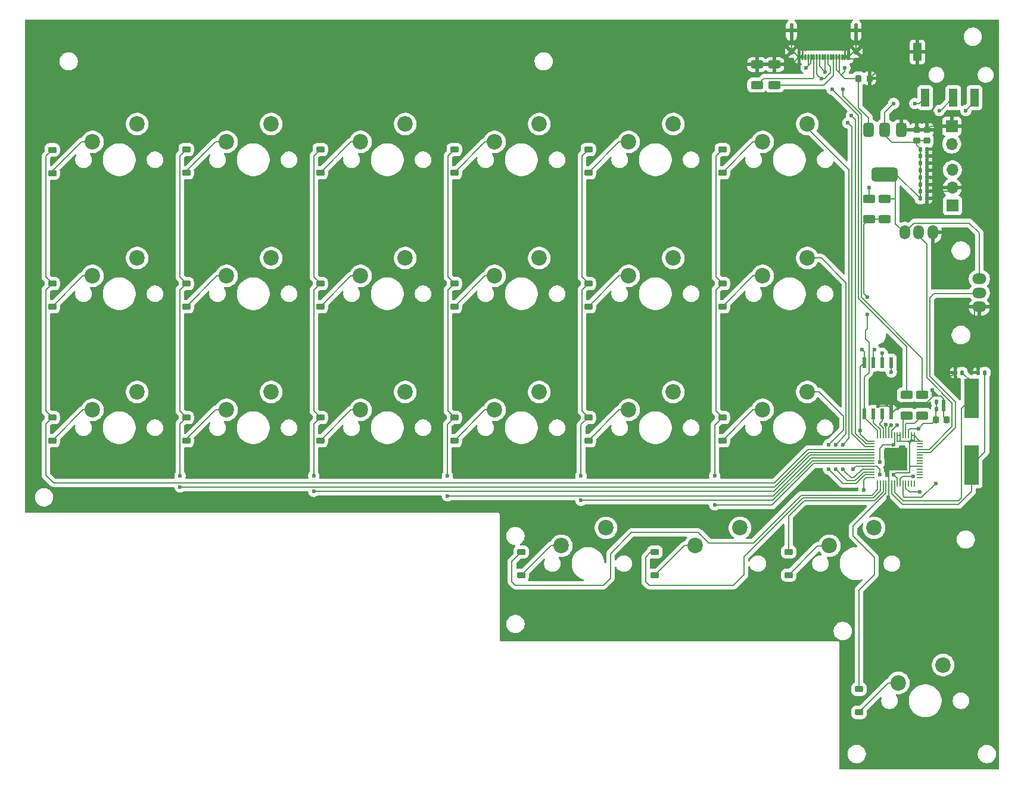
<source format=gtl>
%TF.GenerationSoftware,KiCad,Pcbnew,9.0.0*%
%TF.CreationDate,2025-03-24T17:33:31+09:00*%
%TF.ProjectId,keyboard,6b657962-6f61-4726-942e-6b696361645f,rev?*%
%TF.SameCoordinates,Original*%
%TF.FileFunction,Copper,L1,Top*%
%TF.FilePolarity,Positive*%
%FSLAX46Y46*%
G04 Gerber Fmt 4.6, Leading zero omitted, Abs format (unit mm)*
G04 Created by KiCad (PCBNEW 9.0.0) date 2025-03-24 17:33:31*
%MOMM*%
%LPD*%
G01*
G04 APERTURE LIST*
G04 Aperture macros list*
%AMRoundRect*
0 Rectangle with rounded corners*
0 $1 Rounding radius*
0 $2 $3 $4 $5 $6 $7 $8 $9 X,Y pos of 4 corners*
0 Add a 4 corners polygon primitive as box body*
4,1,4,$2,$3,$4,$5,$6,$7,$8,$9,$2,$3,0*
0 Add four circle primitives for the rounded corners*
1,1,$1+$1,$2,$3*
1,1,$1+$1,$4,$5*
1,1,$1+$1,$6,$7*
1,1,$1+$1,$8,$9*
0 Add four rect primitives between the rounded corners*
20,1,$1+$1,$2,$3,$4,$5,0*
20,1,$1+$1,$4,$5,$6,$7,0*
20,1,$1+$1,$6,$7,$8,$9,0*
20,1,$1+$1,$8,$9,$2,$3,0*%
G04 Aperture macros list end*
%TA.AperFunction,SMDPad,CuDef*%
%ADD10R,1.200000X2.500000*%
%TD*%
%TA.AperFunction,ComponentPad*%
%ADD11R,1.700000X1.700000*%
%TD*%
%TA.AperFunction,ComponentPad*%
%ADD12O,1.700000X1.700000*%
%TD*%
%TA.AperFunction,SMDPad,CuDef*%
%ADD13RoundRect,0.140000X-0.140000X-0.170000X0.140000X-0.170000X0.140000X0.170000X-0.140000X0.170000X0*%
%TD*%
%TA.AperFunction,SMDPad,CuDef*%
%ADD14RoundRect,0.225000X0.375000X-0.225000X0.375000X0.225000X-0.375000X0.225000X-0.375000X-0.225000X0*%
%TD*%
%TA.AperFunction,ComponentPad*%
%ADD15C,2.200000*%
%TD*%
%TA.AperFunction,SMDPad,CuDef*%
%ADD16RoundRect,0.250000X0.625000X-0.312500X0.625000X0.312500X-0.625000X0.312500X-0.625000X-0.312500X0*%
%TD*%
%TA.AperFunction,ComponentPad*%
%ADD17O,1.500000X2.000000*%
%TD*%
%TA.AperFunction,ComponentPad*%
%ADD18O,2.000000X1.500000*%
%TD*%
%TA.AperFunction,SMDPad,CuDef*%
%ADD19RoundRect,0.375000X-0.375000X0.625000X-0.375000X-0.625000X0.375000X-0.625000X0.375000X0.625000X0*%
%TD*%
%TA.AperFunction,SMDPad,CuDef*%
%ADD20RoundRect,0.500000X-1.400000X0.500000X-1.400000X-0.500000X1.400000X-0.500000X1.400000X0.500000X0*%
%TD*%
%TA.AperFunction,SMDPad,CuDef*%
%ADD21RoundRect,0.250000X-0.625000X0.312500X-0.625000X-0.312500X0.625000X-0.312500X0.625000X0.312500X0*%
%TD*%
%TA.AperFunction,SMDPad,CuDef*%
%ADD22R,0.533400X1.524000*%
%TD*%
%TA.AperFunction,SMDPad,CuDef*%
%ADD23RoundRect,0.225000X0.250000X-0.225000X0.250000X0.225000X-0.250000X0.225000X-0.250000X-0.225000X0*%
%TD*%
%TA.AperFunction,SMDPad,CuDef*%
%ADD24RoundRect,0.070000X0.070000X0.345000X-0.070000X0.345000X-0.070000X-0.345000X0.070000X-0.345000X0*%
%TD*%
%TA.AperFunction,SMDPad,CuDef*%
%ADD25RoundRect,0.112500X0.112500X0.302500X-0.112500X0.302500X-0.112500X-0.302500X0.112500X-0.302500X0*%
%TD*%
%TA.AperFunction,HeatsinkPad*%
%ADD26C,0.850000*%
%TD*%
%TA.AperFunction,HeatsinkPad*%
%ADD27O,0.550000X2.050000*%
%TD*%
%TA.AperFunction,SMDPad,CuDef*%
%ADD28RoundRect,0.050000X-0.387500X-0.050000X0.387500X-0.050000X0.387500X0.050000X-0.387500X0.050000X0*%
%TD*%
%TA.AperFunction,SMDPad,CuDef*%
%ADD29RoundRect,0.050000X-0.050000X-0.387500X0.050000X-0.387500X0.050000X0.387500X-0.050000X0.387500X0*%
%TD*%
%TA.AperFunction,HeatsinkPad*%
%ADD30R,3.200000X3.200000*%
%TD*%
%TA.AperFunction,SMDPad,CuDef*%
%ADD31RoundRect,0.225000X-0.225000X-0.250000X0.225000X-0.250000X0.225000X0.250000X-0.225000X0.250000X0*%
%TD*%
%TA.AperFunction,SMDPad,CuDef*%
%ADD32R,2.100000X5.600000*%
%TD*%
%TA.AperFunction,ViaPad*%
%ADD33C,0.600000*%
%TD*%
%TA.AperFunction,Conductor*%
%ADD34C,0.200000*%
%TD*%
G04 APERTURE END LIST*
D10*
%TO.P,J4,R1*%
%TO.N,GPIO0*%
X204721000Y-55674000D03*
%TO.P,J4,R2*%
%TO.N,GPIO1*%
X207721000Y-55674000D03*
%TO.P,J4,S*%
%TO.N,GND*%
X199621000Y-49174000D03*
%TO.P,J4,T*%
%TO.N,+3.3V*%
X200721000Y-55674000D03*
%TD*%
D11*
%TO.P,J2,1,Pin_1*%
%TO.N,Net-(J2-Pin_1)*%
X204600000Y-71025000D03*
D12*
%TO.P,J2,2,Pin_2*%
%TO.N,GND*%
X204600000Y-68485000D03*
%TO.P,J2,3,Pin_3*%
%TO.N,Net-(J2-Pin_3)*%
X204600000Y-65945000D03*
%TD*%
D11*
%TO.P,J3,1,Pin_1*%
%TO.N,GND*%
X204500000Y-59725000D03*
D12*
%TO.P,J3,2,Pin_2*%
%TO.N,/USB_BOOT*%
X204500000Y-62265000D03*
%TD*%
D13*
%TO.P,C15,1*%
%TO.N,GND*%
X208270000Y-94750000D03*
%TO.P,C15,2*%
%TO.N,XIN*%
X209230000Y-94750000D03*
%TD*%
D14*
%TO.P,D12,1,K*%
%TO.N,Net-(D12-K)*%
X171901000Y-85399000D03*
%TO.P,D12,2,A*%
%TO.N,col6*%
X171901000Y-82099000D03*
%TD*%
%TO.P,D9,1,K*%
%TO.N,Net-(D9-K)*%
X114751000Y-85399000D03*
%TO.P,D9,2,A*%
%TO.N,col3*%
X114751000Y-82099000D03*
%TD*%
D15*
%TO.P,SW12,1,A*%
%TO.N,row2*%
X183971000Y-78474000D03*
%TO.P,SW12,2,B*%
%TO.N,Net-(D12-K)*%
X177621000Y-81014000D03*
%TD*%
D16*
%TO.P,R5,1*%
%TO.N,QSPI_SS*%
X195000000Y-72962500D03*
%TO.P,R5,2*%
%TO.N,+3.3V*%
X195000000Y-70037500D03*
%TD*%
D14*
%TO.P,D6,1,K*%
%TO.N,Net-(D6-K)*%
X171901000Y-66349000D03*
%TO.P,D6,2,A*%
%TO.N,col6*%
X171901000Y-63049000D03*
%TD*%
D15*
%TO.P,SW14,1,A*%
%TO.N,row3*%
X107771000Y-97524000D03*
%TO.P,SW14,2,B*%
%TO.N,Net-(D14-K)*%
X101421000Y-100064000D03*
%TD*%
D14*
%TO.P,D20,1,K*%
%TO.N,Net-(D20-K)*%
X162321000Y-123574000D03*
%TO.P,D20,2,A*%
%TO.N,colX2*%
X162321000Y-120274000D03*
%TD*%
%TO.P,D3,1,K*%
%TO.N,Net-(D3-K)*%
X114751000Y-66349000D03*
%TO.P,D3,2,A*%
%TO.N,col3*%
X114751000Y-63049000D03*
%TD*%
D13*
%TO.P,C11,1*%
%TO.N,+1V1*%
X202356515Y-99934649D03*
%TO.P,C11,2*%
%TO.N,GND*%
X203316515Y-99934649D03*
%TD*%
D17*
%TO.P,J5,1,Pin_1*%
%TO.N,GND*%
X201821000Y-74824000D03*
D18*
X208421000Y-85424000D03*
D17*
%TO.P,J5,2,Pin_2*%
%TO.N,GPIO27*%
X199821000Y-74824000D03*
%TO.P,J5,3,Pin_3*%
%TO.N,+3.3V*%
X197821000Y-74824000D03*
D18*
X208421000Y-81424000D03*
%TO.P,J5,4,Pin_4*%
%TO.N,GPIO26*%
X208421000Y-83424000D03*
%TD*%
D15*
%TO.P,SW18,1,A*%
%TO.N,row3*%
X183971000Y-97524000D03*
%TO.P,SW18,2,B*%
%TO.N,Net-(D18-K)*%
X177621000Y-100064000D03*
%TD*%
D14*
%TO.P,D13,1,K*%
%TO.N,Net-(D13-K)*%
X76651000Y-104449000D03*
%TO.P,D13,2,A*%
%TO.N,col1*%
X76651000Y-101149000D03*
%TD*%
D19*
%TO.P,U2,1,GND*%
%TO.N,GND*%
X197300000Y-60274000D03*
%TO.P,U2,2,VO*%
%TO.N,+3.3V*%
X195000000Y-60274000D03*
D20*
X195000000Y-66574000D03*
D19*
%TO.P,U2,3,VI*%
%TO.N,VBUS*%
X192700000Y-60274000D03*
%TD*%
D21*
%TO.P,R2,1*%
%TO.N,GND*%
X176821000Y-50961500D03*
%TO.P,R2,2*%
%TO.N,Net-(J1-CC2)*%
X176821000Y-53886500D03*
%TD*%
D14*
%TO.P,D1,1,K*%
%TO.N,Net-(D1-K)*%
X76651000Y-66394000D03*
%TO.P,D1,2,A*%
%TO.N,col1*%
X76651000Y-63094000D03*
%TD*%
D22*
%TO.P,U3,1,~{CS}*%
%TO.N,QSPI_SS*%
X192095000Y-100644900D03*
%TO.P,U3,2,DO(IO1)*%
%TO.N,QSPI_SD1*%
X193365000Y-100644900D03*
%TO.P,U3,3,IO2*%
%TO.N,QSPI_SD2*%
X194635000Y-100644900D03*
%TO.P,U3,4,GND*%
%TO.N,GND*%
X195905000Y-100644900D03*
%TO.P,U3,5,DI(IO0)*%
%TO.N,QSPI_SD0*%
X195905000Y-93355100D03*
%TO.P,U3,6,CLK*%
%TO.N,QSPI_SCLK*%
X194635000Y-93355100D03*
%TO.P,U3,7,IO3*%
%TO.N,QSPI_SD3*%
X193365000Y-93355100D03*
%TO.P,U3,8,VCC*%
%TO.N,+3.3V*%
X192095000Y-93355100D03*
%TD*%
D15*
%TO.P,SW17,1,A*%
%TO.N,row3*%
X164921000Y-97524000D03*
%TO.P,SW17,2,B*%
%TO.N,Net-(D17-K)*%
X158571000Y-100064000D03*
%TD*%
D23*
%TO.P,C10,1*%
%TO.N,+3.3V*%
X201000000Y-61775000D03*
%TO.P,C10,2*%
%TO.N,GND*%
X201000000Y-60225000D03*
%TD*%
D14*
%TO.P,D21,1,K*%
%TO.N,Net-(D21-K)*%
X181321000Y-123574000D03*
%TO.P,D21,2,A*%
%TO.N,colX3*%
X181321000Y-120274000D03*
%TD*%
D15*
%TO.P,SW20,1,A*%
%TO.N,rowX*%
X174411000Y-116844000D03*
%TO.P,SW20,2,B*%
%TO.N,Net-(D20-K)*%
X168061000Y-119384000D03*
%TD*%
%TO.P,SW1,1,A*%
%TO.N,row1*%
X88721000Y-59424000D03*
%TO.P,SW1,2,B*%
%TO.N,Net-(D1-K)*%
X82371000Y-61964000D03*
%TD*%
D13*
%TO.P,C4,1*%
%TO.N,+3.3V*%
X200020000Y-67000000D03*
%TO.P,C4,2*%
%TO.N,GND*%
X200980000Y-67000000D03*
%TD*%
D24*
%TO.P,J1,A1,GND*%
%TO.N,GND*%
X189321000Y-49874000D03*
%TO.P,J1,A4,VBUS*%
%TO.N,VBUS*%
X188521000Y-49874000D03*
%TO.P,J1,A5,CC1*%
%TO.N,Net-(J1-CC1)*%
X187721000Y-49874000D03*
%TO.P,J1,A6,D+*%
%TO.N,Net-(J1-D+-PadA6)*%
X186921000Y-49874000D03*
%TO.P,J1,A7,D-*%
%TO.N,Net-(J1-D--PadA7)*%
X186521000Y-49874000D03*
%TO.P,J1,A8,SBU1*%
%TO.N,unconnected-(J1-SBU1-PadA8)*%
X186121000Y-49874000D03*
%TO.P,J1,A9,VBUS*%
%TO.N,VBUS*%
X184521000Y-49874000D03*
%TO.P,J1,A12,GND*%
%TO.N,GND*%
X183721000Y-49874000D03*
%TO.P,J1,B1,GND*%
X183321000Y-49874000D03*
%TO.P,J1,B4,VBUS*%
%TO.N,VBUS*%
X184121000Y-49874000D03*
%TO.P,J1,B5,CC2*%
%TO.N,Net-(J1-CC2)*%
X184921000Y-49874000D03*
%TO.P,J1,B6,D+*%
%TO.N,Net-(J1-D+-PadA6)*%
X185321000Y-49874000D03*
%TO.P,J1,B7,D-*%
%TO.N,Net-(J1-D--PadA7)*%
X185721000Y-49874000D03*
%TO.P,J1,B8,SBU2*%
%TO.N,unconnected-(J1-SBU2-PadB8)*%
X187321000Y-49874000D03*
%TO.P,J1,B9,VBUS*%
%TO.N,VBUS*%
X188121000Y-49874000D03*
%TO.P,J1,B12,GND*%
%TO.N,GND*%
X188921000Y-49874000D03*
D25*
%TO.P,J1,GND,GND*%
X189836000Y-49874000D03*
X182806000Y-49874000D03*
D26*
%TO.P,J1,S1,SHIELD*%
X190916000Y-49114000D03*
D27*
X190916000Y-46134000D03*
D26*
X181726000Y-49114000D03*
D27*
X181726000Y-46134000D03*
%TD*%
D13*
%TO.P,C14,1*%
%TO.N,+3.3V*%
X200020000Y-66000000D03*
%TO.P,C14,2*%
%TO.N,GND*%
X200980000Y-66000000D03*
%TD*%
D15*
%TO.P,SW11,1,A*%
%TO.N,row2*%
X164921000Y-78474000D03*
%TO.P,SW11,2,B*%
%TO.N,Net-(D11-K)*%
X158571000Y-81014000D03*
%TD*%
D14*
%TO.P,D17,1,K*%
%TO.N,Net-(D17-K)*%
X152851000Y-104449000D03*
%TO.P,D17,2,A*%
%TO.N,col5*%
X152851000Y-101149000D03*
%TD*%
%TO.P,D5,1,K*%
%TO.N,Net-(D5-K)*%
X152851000Y-66349000D03*
%TO.P,D5,2,A*%
%TO.N,col5*%
X152851000Y-63049000D03*
%TD*%
%TO.P,D19,1,K*%
%TO.N,Net-(D19-K)*%
X143321000Y-123574000D03*
%TO.P,D19,2,A*%
%TO.N,colX1*%
X143321000Y-120274000D03*
%TD*%
D21*
%TO.P,R1,1*%
%TO.N,GND*%
X179321000Y-50961500D03*
%TO.P,R1,2*%
%TO.N,Net-(J1-CC1)*%
X179321000Y-53886500D03*
%TD*%
D15*
%TO.P,SW9,1,A*%
%TO.N,row2*%
X126821000Y-78474000D03*
%TO.P,SW9,2,B*%
%TO.N,Net-(D9-K)*%
X120471000Y-81014000D03*
%TD*%
%TO.P,SW10,1,A*%
%TO.N,row2*%
X145871000Y-78474000D03*
%TO.P,SW10,2,B*%
%TO.N,Net-(D10-K)*%
X139521000Y-81014000D03*
%TD*%
D14*
%TO.P,D11,1,K*%
%TO.N,Net-(D11-K)*%
X152851000Y-85399000D03*
%TO.P,D11,2,A*%
%TO.N,col5*%
X152851000Y-82099000D03*
%TD*%
D15*
%TO.P,SW15,1,A*%
%TO.N,row3*%
X126821000Y-97524000D03*
%TO.P,SW15,2,B*%
%TO.N,Net-(D15-K)*%
X120471000Y-100064000D03*
%TD*%
D14*
%TO.P,D4,1,K*%
%TO.N,Net-(D4-K)*%
X133801000Y-66349000D03*
%TO.P,D4,2,A*%
%TO.N,col4*%
X133801000Y-63049000D03*
%TD*%
D15*
%TO.P,SW5,1,A*%
%TO.N,row1*%
X164921000Y-59424000D03*
%TO.P,SW5,2,B*%
%TO.N,Net-(D5-K)*%
X158571000Y-61964000D03*
%TD*%
D13*
%TO.P,C6,1*%
%TO.N,+3.3V*%
X200020000Y-69000000D03*
%TO.P,C6,2*%
%TO.N,GND*%
X200980000Y-69000000D03*
%TD*%
D28*
%TO.P,U1,1,IOVDD*%
%TO.N,+3.3V*%
X193125000Y-104500000D03*
%TO.P,U1,2,GPIO0*%
%TO.N,GPIO0*%
X193125000Y-104900000D03*
%TO.P,U1,3,GPIO1*%
%TO.N,GPIO1*%
X193125000Y-105300000D03*
%TO.P,U1,4,GPIO2*%
%TO.N,col1*%
X193125000Y-105700000D03*
%TO.P,U1,5,GPIO3*%
%TO.N,col2*%
X193125000Y-106100000D03*
%TO.P,U1,6,GPIO4*%
%TO.N,col3*%
X193125000Y-106500000D03*
%TO.P,U1,7,GPIO5*%
%TO.N,col4*%
X193125000Y-106900000D03*
%TO.P,U1,8,GPIO6*%
%TO.N,col5*%
X193125000Y-107300000D03*
%TO.P,U1,9,GPIO7*%
%TO.N,col6*%
X193125000Y-107700000D03*
%TO.P,U1,10,IOVDD*%
%TO.N,+3.3V*%
X193125000Y-108100000D03*
%TO.P,U1,11,GPIO8*%
%TO.N,row1*%
X193125000Y-108500000D03*
%TO.P,U1,12,GPIO9*%
%TO.N,row2*%
X193125000Y-108900000D03*
%TO.P,U1,13,GPIO10*%
%TO.N,row3*%
X193125000Y-109300000D03*
%TO.P,U1,14,GPIO11*%
%TO.N,rowX*%
X193125000Y-109700000D03*
D29*
%TO.P,U1,15,GPIO12*%
%TO.N,colX1*%
X193962500Y-110537500D03*
%TO.P,U1,16,GPIO13*%
%TO.N,colX2*%
X194362500Y-110537500D03*
%TO.P,U1,17,GPIO14*%
%TO.N,colX3*%
X194762500Y-110537500D03*
%TO.P,U1,18,GPIO15*%
%TO.N,colX4*%
X195162500Y-110537500D03*
%TO.P,U1,19,TESTEN*%
%TO.N,GND*%
X195562500Y-110537500D03*
%TO.P,U1,20,XIN*%
%TO.N,XIN*%
X195962500Y-110537500D03*
%TO.P,U1,21,XOUT*%
%TO.N,XOUT*%
X196362500Y-110537500D03*
%TO.P,U1,22,IOVDD*%
%TO.N,+3.3V*%
X196762500Y-110537500D03*
%TO.P,U1,23,DVDD*%
%TO.N,+1V1*%
X197162500Y-110537500D03*
%TO.P,U1,24,SWCLK*%
%TO.N,Net-(J2-Pin_3)*%
X197562500Y-110537500D03*
%TO.P,U1,25,SWD*%
%TO.N,Net-(J2-Pin_1)*%
X197962500Y-110537500D03*
%TO.P,U1,26,RUN*%
%TO.N,unconnected-(U1-RUN-Pad26)*%
X198362500Y-110537500D03*
%TO.P,U1,27,GPIO16*%
%TO.N,GPIO16*%
X198762500Y-110537500D03*
%TO.P,U1,28,GPIO17*%
%TO.N,GPIO17*%
X199162500Y-110537500D03*
D28*
%TO.P,U1,29,GPIO18*%
%TO.N,GPIO18*%
X200000000Y-109700000D03*
%TO.P,U1,30,GPIO19*%
%TO.N,GPIO19*%
X200000000Y-109300000D03*
%TO.P,U1,31,GPIO20*%
%TO.N,GPIO20*%
X200000000Y-108900000D03*
%TO.P,U1,32,GPIO21*%
%TO.N,GPIO21*%
X200000000Y-108500000D03*
%TO.P,U1,33,IOVDD*%
%TO.N,+3.3V*%
X200000000Y-108100000D03*
%TO.P,U1,34,GPIO22*%
%TO.N,GPIO22*%
X200000000Y-107700000D03*
%TO.P,U1,35,GPIO23*%
%TO.N,GPIO23*%
X200000000Y-107300000D03*
%TO.P,U1,36,GPIO24*%
%TO.N,GPIO24*%
X200000000Y-106900000D03*
%TO.P,U1,37,GPIO25*%
%TO.N,GPIO25*%
X200000000Y-106500000D03*
%TO.P,U1,38,GPIO26_ADC0*%
%TO.N,GPIO26*%
X200000000Y-106100000D03*
%TO.P,U1,39,GPIO27_ADC1*%
%TO.N,GPIO27*%
X200000000Y-105700000D03*
%TO.P,U1,40,GPIO28_ADC2*%
%TO.N,GPIO28*%
X200000000Y-105300000D03*
%TO.P,U1,41,GPIO29_ADC3*%
%TO.N,GPIO29*%
X200000000Y-104900000D03*
%TO.P,U1,42,IOVDD*%
%TO.N,+3.3V*%
X200000000Y-104500000D03*
D29*
%TO.P,U1,43,ADC_AVDD*%
X199162500Y-103662500D03*
%TO.P,U1,44,VREG_IN*%
X198762500Y-103662500D03*
%TO.P,U1,45,VREG_VOUT*%
%TO.N,+1V1*%
X198362500Y-103662500D03*
%TO.P,U1,46,USB_DM*%
%TO.N,USB_DM*%
X197962500Y-103662500D03*
%TO.P,U1,47,USB_DP*%
%TO.N,USB_DP*%
X197562500Y-103662500D03*
%TO.P,U1,48,USB_VDD*%
%TO.N,+3.3V*%
X197162500Y-103662500D03*
%TO.P,U1,49,IOVDD*%
X196762500Y-103662500D03*
%TO.P,U1,50,DVDD*%
%TO.N,+1V1*%
X196362500Y-103662500D03*
%TO.P,U1,51,QSPI_SD3*%
%TO.N,QSPI_SD3*%
X195962500Y-103662500D03*
%TO.P,U1,52,QSPI_SCLK*%
%TO.N,QSPI_SCLK*%
X195562500Y-103662500D03*
%TO.P,U1,53,QSPI_SD0*%
%TO.N,QSPI_SD0*%
X195162500Y-103662500D03*
%TO.P,U1,54,QSPI_SD2*%
%TO.N,QSPI_SD2*%
X194762500Y-103662500D03*
%TO.P,U1,55,QSPI_SD1*%
%TO.N,QSPI_SD1*%
X194362500Y-103662500D03*
%TO.P,U1,56,QSPI_SS*%
%TO.N,QSPI_SS*%
X193962500Y-103662500D03*
D30*
%TO.P,U1,57,GND*%
%TO.N,GND*%
X196562500Y-107100000D03*
%TD*%
D16*
%TO.P,R3,1*%
%TO.N,USB_DM*%
X200335529Y-100858607D03*
%TO.P,R3,2*%
%TO.N,Net-(J1-D--PadA7)*%
X200335529Y-97933607D03*
%TD*%
D14*
%TO.P,D7,1,K*%
%TO.N,Net-(D7-K)*%
X76651000Y-85399000D03*
%TO.P,D7,2,A*%
%TO.N,col1*%
X76651000Y-82099000D03*
%TD*%
D15*
%TO.P,SW13,1,A*%
%TO.N,row3*%
X88721000Y-97524000D03*
%TO.P,SW13,2,B*%
%TO.N,Net-(D13-K)*%
X82371000Y-100064000D03*
%TD*%
D14*
%TO.P,D18,1,K*%
%TO.N,Net-(D18-K)*%
X171901000Y-104449000D03*
%TO.P,D18,2,A*%
%TO.N,col6*%
X171901000Y-101149000D03*
%TD*%
%TO.P,D15,1,K*%
%TO.N,Net-(D15-K)*%
X114751000Y-104449000D03*
%TO.P,D15,2,A*%
%TO.N,col3*%
X114751000Y-101149000D03*
%TD*%
D15*
%TO.P,SW2,1,A*%
%TO.N,row1*%
X107771000Y-59424000D03*
%TO.P,SW2,2,B*%
%TO.N,Net-(D2-K)*%
X101421000Y-61964000D03*
%TD*%
D13*
%TO.P,C12,1*%
%TO.N,+1V1*%
X202356515Y-98934649D03*
%TO.P,C12,2*%
%TO.N,GND*%
X203316515Y-98934649D03*
%TD*%
D14*
%TO.P,D8,1,K*%
%TO.N,Net-(D8-K)*%
X95701000Y-85399000D03*
%TO.P,D8,2,A*%
%TO.N,col2*%
X95701000Y-82099000D03*
%TD*%
%TO.P,D2,1,K*%
%TO.N,Net-(D2-K)*%
X95701000Y-66349000D03*
%TO.P,D2,2,A*%
%TO.N,col2*%
X95701000Y-63049000D03*
%TD*%
D15*
%TO.P,SW3,1,A*%
%TO.N,row1*%
X126821000Y-59424000D03*
%TO.P,SW3,2,B*%
%TO.N,Net-(D3-K)*%
X120471000Y-61964000D03*
%TD*%
D23*
%TO.P,C2,1*%
%TO.N,+3.3V*%
X199500000Y-61775000D03*
%TO.P,C2,2*%
%TO.N,GND*%
X199500000Y-60225000D03*
%TD*%
D13*
%TO.P,C9,1*%
%TO.N,+3.3V*%
X200020000Y-64000000D03*
%TO.P,C9,2*%
%TO.N,GND*%
X200980000Y-64000000D03*
%TD*%
D15*
%TO.P,SW4,1,A*%
%TO.N,row1*%
X145871000Y-59424000D03*
%TO.P,SW4,2,B*%
%TO.N,Net-(D4-K)*%
X139521000Y-61964000D03*
%TD*%
%TO.P,SW6,1,A*%
%TO.N,row1*%
X183971000Y-59424000D03*
%TO.P,SW6,2,B*%
%TO.N,Net-(D6-K)*%
X177621000Y-61964000D03*
%TD*%
%TO.P,SW8,1,A*%
%TO.N,row2*%
X107771000Y-78474000D03*
%TO.P,SW8,2,B*%
%TO.N,Net-(D8-K)*%
X101421000Y-81014000D03*
%TD*%
D31*
%TO.P,C13,1*%
%TO.N,+1V1*%
X202260515Y-101510649D03*
%TO.P,C13,2*%
%TO.N,GND*%
X203810515Y-101510649D03*
%TD*%
D13*
%TO.P,C8,1*%
%TO.N,+3.3V*%
X200020000Y-68000000D03*
%TO.P,C8,2*%
%TO.N,GND*%
X200980000Y-68000000D03*
%TD*%
D14*
%TO.P,D22,1,K*%
%TO.N,Net-(D22-K)*%
X191321000Y-143074000D03*
%TO.P,D22,2,A*%
%TO.N,colX4*%
X191321000Y-139774000D03*
%TD*%
D13*
%TO.P,C3,1*%
%TO.N,+3.3V*%
X200020000Y-63000000D03*
%TO.P,C3,2*%
%TO.N,GND*%
X200980000Y-63000000D03*
%TD*%
D31*
%TO.P,C1,1*%
%TO.N,VBUS*%
X191271000Y-52924000D03*
%TO.P,C1,2*%
%TO.N,GND*%
X192821000Y-52924000D03*
%TD*%
D15*
%TO.P,SW22,1,A*%
%TO.N,rowX*%
X203281000Y-136344000D03*
%TO.P,SW22,2,B*%
%TO.N,Net-(D22-K)*%
X196931000Y-138884000D03*
%TD*%
D13*
%TO.P,C16,1*%
%TO.N,GND*%
X205020000Y-94750000D03*
%TO.P,C16,2*%
%TO.N,XOUT*%
X205980000Y-94750000D03*
%TD*%
D14*
%TO.P,D16,1,K*%
%TO.N,Net-(D16-K)*%
X133801000Y-104449000D03*
%TO.P,D16,2,A*%
%TO.N,col4*%
X133801000Y-101149000D03*
%TD*%
D16*
%TO.P,R4,1*%
%TO.N,USB_DP*%
X198079202Y-100858607D03*
%TO.P,R4,2*%
%TO.N,Net-(J1-D+-PadA6)*%
X198079202Y-97933607D03*
%TD*%
D14*
%TO.P,D10,1,K*%
%TO.N,Net-(D10-K)*%
X133801000Y-85399000D03*
%TO.P,D10,2,A*%
%TO.N,col4*%
X133801000Y-82099000D03*
%TD*%
D16*
%TO.P,R6,1*%
%TO.N,QSPI_SS*%
X192750000Y-72962500D03*
%TO.P,R6,2*%
%TO.N,/USB_BOOT*%
X192750000Y-70037500D03*
%TD*%
D14*
%TO.P,D14,1,K*%
%TO.N,Net-(D14-K)*%
X95701000Y-104449000D03*
%TO.P,D14,2,A*%
%TO.N,col2*%
X95701000Y-101149000D03*
%TD*%
D13*
%TO.P,C5,1*%
%TO.N,+3.3V*%
X200020000Y-70000000D03*
%TO.P,C5,2*%
%TO.N,GND*%
X200980000Y-70000000D03*
%TD*%
D32*
%TO.P,Y1,1,1*%
%TO.N,XOUT*%
X207321000Y-98424000D03*
%TO.P,Y1,2,2*%
%TO.N,XIN*%
X207321000Y-107924000D03*
%TD*%
D15*
%TO.P,SW19,1,A*%
%TO.N,rowX*%
X155361000Y-116844000D03*
%TO.P,SW19,2,B*%
%TO.N,Net-(D19-K)*%
X149011000Y-119384000D03*
%TD*%
%TO.P,SW7,1,A*%
%TO.N,row2*%
X88721000Y-78474000D03*
%TO.P,SW7,2,B*%
%TO.N,Net-(D7-K)*%
X82371000Y-81014000D03*
%TD*%
%TO.P,SW16,1,A*%
%TO.N,row3*%
X145871000Y-97524000D03*
%TO.P,SW16,2,B*%
%TO.N,Net-(D16-K)*%
X139521000Y-100064000D03*
%TD*%
%TO.P,SW21,1,A*%
%TO.N,rowX*%
X193461000Y-116844000D03*
%TO.P,SW21,2,B*%
%TO.N,Net-(D21-K)*%
X187111000Y-119384000D03*
%TD*%
D13*
%TO.P,C7,1*%
%TO.N,+3.3V*%
X200020000Y-65000000D03*
%TO.P,C7,2*%
%TO.N,GND*%
X200980000Y-65000000D03*
%TD*%
D33*
%TO.N,VBUS*%
X183821000Y-51424000D03*
X189321000Y-51424000D03*
%TO.N,GND*%
X196562500Y-107100000D03*
X197250000Y-145000000D03*
X103250000Y-69000000D03*
X129500000Y-107500000D03*
X202000000Y-117500000D03*
X79750000Y-93750000D03*
X140750000Y-107750000D03*
X74000000Y-107000000D03*
X146000000Y-129750000D03*
X140750000Y-70000000D03*
X201000000Y-71250000D03*
X184250000Y-88500000D03*
X177000000Y-127500000D03*
X121500000Y-88250000D03*
X159250000Y-89750000D03*
X194000000Y-99500000D03*
X103750000Y-107750000D03*
X90750000Y-74250000D03*
X164750000Y-52000000D03*
X186500000Y-127250000D03*
X180000000Y-68750000D03*
X92750000Y-50750000D03*
X159000000Y-128500000D03*
X178000000Y-106500000D03*
X202500000Y-95250000D03*
X166750000Y-67750000D03*
X165250000Y-106000000D03*
X148500000Y-87250000D03*
X163500000Y-114750000D03*
X73750000Y-76750000D03*
X78250000Y-56750000D03*
X111000000Y-88250000D03*
X206000000Y-82250000D03*
X128500000Y-113000000D03*
X144500000Y-116000000D03*
X201750000Y-97250000D03*
X195500000Y-112500000D03*
X208250000Y-124750000D03*
X92000000Y-112750000D03*
X124500000Y-50000000D03*
X129000000Y-68750000D03*
%TO.N,+3.3V*%
X190500000Y-108500000D03*
X191500000Y-103000000D03*
X199250000Y-56500000D03*
X196250000Y-109250000D03*
X194250000Y-109250000D03*
X191750000Y-91500000D03*
X196250000Y-56500000D03*
%TO.N,+1V1*%
X196250000Y-105000000D03*
X199750000Y-102750000D03*
X194250000Y-107500000D03*
X199000000Y-109500000D03*
%TO.N,col2*%
X94821000Y-109424000D03*
X94820999Y-111032304D03*
%TO.N,col3*%
X113821000Y-109424000D03*
X113830246Y-111647286D03*
%TO.N,col4*%
X132847630Y-112305532D03*
X132821000Y-109424000D03*
%TO.N,col5*%
X151821000Y-112924000D03*
X151821000Y-109424000D03*
%TO.N,col6*%
X170822257Y-113583781D03*
X170821000Y-109424000D03*
%TO.N,Net-(J1-D+-PadA6)*%
X186000000Y-53000000D03*
X187500000Y-54500000D03*
%TO.N,Net-(J1-D--PadA7)*%
X186500000Y-52000000D03*
X189000000Y-54500000D03*
%TO.N,Net-(J2-Pin_1)*%
X200000000Y-111750000D03*
%TO.N,/USB_BOOT*%
X192750000Y-68500000D03*
%TO.N,QSPI_SS*%
X192500000Y-86500000D03*
X192500000Y-84000000D03*
%TO.N,row1*%
X189000000Y-108500000D03*
X189000000Y-105000000D03*
%TO.N,row2*%
X188000000Y-105000000D03*
X188000000Y-108500000D03*
%TO.N,row3*%
X187000000Y-105000000D03*
X187000000Y-108500000D03*
%TO.N,QSPI_SD0*%
X195125621Y-102134606D03*
X195910094Y-94665633D03*
%TO.N,QSPI_SD3*%
X193500000Y-91500000D03*
X196750000Y-102250000D03*
%TO.N,Net-(J2-Pin_3)*%
X202250000Y-110500000D03*
%TO.N,GPIO1*%
X206500000Y-57500000D03*
X189750000Y-59250000D03*
%TO.N,QSPI_SCLK*%
X194636814Y-92025029D03*
X195921530Y-102212556D03*
%TO.N,GPIO0*%
X190250000Y-58250000D03*
X202750000Y-57500000D03*
%TO.N,rowX*%
X192000000Y-111500000D03*
%TD*%
D34*
%TO.N,VBUS*%
X189321000Y-51924000D02*
X189321000Y-51424000D01*
X188521000Y-49874000D02*
X188521000Y-52124000D01*
X189321000Y-52924000D02*
X188821000Y-52424000D01*
X191271000Y-52924000D02*
X191271000Y-57133878D01*
X188121000Y-51724000D02*
X188521000Y-52124000D01*
X188821000Y-52424000D02*
X189321000Y-51924000D01*
X192700000Y-58562878D02*
X192700000Y-60274000D01*
X188121000Y-49874000D02*
X188121000Y-51724000D01*
X191271000Y-52924000D02*
X189321000Y-52924000D01*
X191271000Y-57133878D02*
X192700000Y-58562878D01*
X188521000Y-52124000D02*
X188821000Y-52424000D01*
X184121000Y-51124000D02*
X183821000Y-51424000D01*
X184481000Y-50764000D02*
X184481000Y-49874000D01*
X184121000Y-49874000D02*
X184121000Y-51124000D01*
X184121000Y-51124000D02*
X184481000Y-50764000D01*
X188121000Y-49874000D02*
X188521000Y-49874000D01*
%TO.N,GND*%
X205020000Y-93980000D02*
X205250000Y-93750000D01*
X197549900Y-99000000D02*
X201000000Y-99000000D01*
X205020000Y-94750000D02*
X204520000Y-95250000D01*
X200980000Y-70000000D02*
X200980000Y-63000000D01*
X201871205Y-98112287D02*
X201500000Y-98483492D01*
X182046000Y-49114000D02*
X182806000Y-49874000D01*
X196571000Y-49174000D02*
X199621000Y-49174000D01*
X189836000Y-49874000D02*
X190136000Y-50174000D01*
X192821000Y-52924000D02*
X195571000Y-50174000D01*
X201500000Y-63000000D02*
X202000000Y-62500000D01*
X195905000Y-100644900D02*
X195905000Y-99905000D01*
X183321000Y-49874000D02*
X182806000Y-49874000D01*
X201821000Y-74824000D02*
X201500000Y-75145000D01*
X195562500Y-110537500D02*
X195562500Y-108100000D01*
X203316515Y-98478413D02*
X202950389Y-98112287D01*
X203316515Y-99934649D02*
X203316515Y-98934649D01*
X201000000Y-60225000D02*
X201725000Y-60225000D01*
X203316515Y-101016649D02*
X203810515Y-101510649D01*
X181718500Y-50961500D02*
X179321000Y-50961500D01*
X197300000Y-60274000D02*
X200951000Y-60274000D01*
X181726000Y-49114000D02*
X182046000Y-49114000D01*
X195562500Y-110537500D02*
X195562500Y-111500000D01*
X205250000Y-93750000D02*
X207750000Y-93750000D01*
X200951000Y-60274000D02*
X201000000Y-60225000D01*
X201000000Y-98991380D02*
X201503944Y-98487436D01*
X195562500Y-108100000D02*
X196562500Y-107100000D01*
X205020000Y-94750000D02*
X205020000Y-93980000D01*
X195562500Y-111500000D02*
X195562500Y-112437500D01*
X200980000Y-63000000D02*
X201500000Y-63000000D01*
X201750000Y-97991082D02*
X201750000Y-97250000D01*
X204520000Y-95250000D02*
X202500000Y-95250000D01*
X195500000Y-99500000D02*
X194000000Y-99500000D01*
X197300000Y-56300000D02*
X197300000Y-60274000D01*
X195905000Y-100644900D02*
X197549900Y-99000000D01*
X195571000Y-50174000D02*
X196571000Y-49174000D01*
X183721000Y-49874000D02*
X183321000Y-49874000D01*
X208270000Y-94270000D02*
X208270000Y-94750000D01*
X182806000Y-49874000D02*
X181718500Y-50961500D01*
X204600000Y-68485000D02*
X204085000Y-69000000D01*
X202950389Y-98112287D02*
X201871205Y-98112287D01*
X190136000Y-50174000D02*
X195571000Y-50174000D01*
X200980000Y-71230000D02*
X201000000Y-71250000D01*
X201871205Y-98112287D02*
X201750000Y-97991082D01*
X195905000Y-99905000D02*
X195500000Y-99500000D01*
X190596000Y-49114000D02*
X189836000Y-49874000D01*
X190916000Y-49114000D02*
X190916000Y-46134000D01*
X200980000Y-70000000D02*
X200980000Y-71230000D01*
X207750000Y-86095000D02*
X208421000Y-85424000D01*
X203316515Y-98934649D02*
X203316515Y-98478413D01*
X201725000Y-60225000D02*
X202000000Y-60500000D01*
X195562500Y-112437500D02*
X195500000Y-112500000D01*
X181726000Y-46134000D02*
X181726000Y-49114000D01*
X201821000Y-78071000D02*
X206000000Y-82250000D01*
X207750000Y-93750000D02*
X207750000Y-86095000D01*
X201821000Y-74824000D02*
X201821000Y-78071000D01*
X189836000Y-49874000D02*
X189321000Y-49874000D01*
X193924000Y-52924000D02*
X197300000Y-56300000D01*
X201000000Y-99000000D02*
X201000000Y-98991380D01*
X192821000Y-52924000D02*
X193924000Y-52924000D01*
X202000000Y-60500000D02*
X202000000Y-62500000D01*
X201000000Y-60225000D02*
X201500000Y-59725000D01*
X201500000Y-59725000D02*
X204500000Y-59725000D01*
X207750000Y-93750000D02*
X208270000Y-94270000D01*
X179321000Y-50961500D02*
X176821000Y-50961500D01*
X190916000Y-49114000D02*
X190596000Y-49114000D01*
X204085000Y-69000000D02*
X200980000Y-69000000D01*
X203316515Y-99934649D02*
X203316515Y-101016649D01*
%TO.N,+3.3V*%
X191500000Y-103500000D02*
X191500000Y-103000000D01*
X207000000Y-73500000D02*
X199145000Y-73500000D01*
X193125000Y-104500000D02*
X192500000Y-104500000D01*
X196762500Y-109762500D02*
X196762500Y-110537500D01*
X193125000Y-108100000D02*
X191627978Y-108100000D01*
X198500000Y-104500000D02*
X198750000Y-104500000D01*
X194000000Y-108250000D02*
X194250000Y-108500000D01*
X193850000Y-108100000D02*
X194000000Y-108250000D01*
X191500000Y-93950100D02*
X192095000Y-93355100D01*
X198500000Y-104750000D02*
X198750000Y-104500000D01*
X197162500Y-103662500D02*
X197162500Y-104412500D01*
X198250000Y-104500000D02*
X198500000Y-104500000D01*
X200000000Y-108100000D02*
X198600000Y-108100000D01*
X192095000Y-91845000D02*
X191750000Y-91500000D01*
X199162500Y-103662500D02*
X199162500Y-104337500D01*
X196000000Y-62000000D02*
X199275000Y-62000000D01*
X198600000Y-108100000D02*
X198500000Y-108000000D01*
X196521000Y-70000000D02*
X196521000Y-73624000D01*
X192500000Y-104500000D02*
X191500000Y-103500000D01*
X196762500Y-103662500D02*
X197162500Y-103662500D01*
X195000000Y-60274000D02*
X195000000Y-61000000D01*
X199895000Y-56500000D02*
X200721000Y-55674000D01*
X199145000Y-73500000D02*
X197821000Y-74824000D01*
X195000000Y-61000000D02*
X196000000Y-62000000D01*
X193125000Y-108100000D02*
X193850000Y-108100000D01*
X198750000Y-104500000D02*
X199000000Y-104500000D01*
X198500000Y-109000000D02*
X198500000Y-108250000D01*
X196762500Y-104500000D02*
X197250000Y-104500000D01*
X198750000Y-104250000D02*
X198750000Y-104500000D01*
X196250000Y-109250000D02*
X196500000Y-109000000D01*
X190900000Y-108100000D02*
X190500000Y-108500000D01*
X192095000Y-93355100D02*
X192095000Y-91845000D01*
X199162500Y-104337500D02*
X199162500Y-104412500D01*
X197721000Y-74824000D02*
X197821000Y-74824000D01*
X200000000Y-104500000D02*
X199162500Y-103662500D01*
X196521000Y-73624000D02*
X197721000Y-74824000D01*
X198500000Y-108250000D02*
X198500000Y-108000000D01*
X195000000Y-57750000D02*
X196000000Y-56750000D01*
X198762500Y-104237500D02*
X198750000Y-104250000D01*
X199500000Y-61775000D02*
X201000000Y-61775000D01*
X198762500Y-103662500D02*
X199162500Y-103662500D01*
X199250000Y-104500000D02*
X200000000Y-104500000D01*
X198762500Y-103662500D02*
X198762500Y-104237500D01*
X199162500Y-104337500D02*
X199000000Y-104500000D01*
X208421000Y-74921000D02*
X207000000Y-73500000D01*
X191500000Y-103000000D02*
X191500000Y-93950100D01*
X199275000Y-62000000D02*
X199500000Y-61775000D01*
X196483500Y-70037500D02*
X196521000Y-70000000D01*
X196000000Y-56750000D02*
X196250000Y-56500000D01*
X198650000Y-108100000D02*
X198500000Y-108250000D01*
X195000000Y-70037500D02*
X196483500Y-70037500D01*
X199000000Y-104475000D02*
X199000000Y-104500000D01*
X199000000Y-104500000D02*
X199250000Y-104500000D01*
X198762500Y-104237500D02*
X198500000Y-104500000D01*
X199250000Y-56500000D02*
X199895000Y-56500000D01*
X198500000Y-105000000D02*
X198500000Y-104750000D01*
X198500000Y-105000000D02*
X198500000Y-104500000D01*
X196521000Y-66574000D02*
X196521000Y-70000000D01*
X198762500Y-104237500D02*
X199000000Y-104475000D01*
X194250000Y-108500000D02*
X194250000Y-109250000D01*
X197162500Y-104412500D02*
X197250000Y-104500000D01*
X196594000Y-66574000D02*
X200020000Y-70000000D01*
X199500000Y-61775000D02*
X199500000Y-62480000D01*
X200000000Y-108100000D02*
X198650000Y-108100000D01*
X196762500Y-103662500D02*
X196762500Y-104500000D01*
X200020000Y-70000000D02*
X200020000Y-63000000D01*
X199162500Y-104412500D02*
X199250000Y-104500000D01*
X196250000Y-109250000D02*
X196762500Y-109762500D01*
X197250000Y-104500000D02*
X198250000Y-104500000D01*
X191627978Y-108100000D02*
X190900000Y-108100000D01*
X208421000Y-81424000D02*
X208421000Y-74921000D01*
X196500000Y-109000000D02*
X198500000Y-109000000D01*
X195000000Y-66574000D02*
X196594000Y-66574000D01*
X199500000Y-62480000D02*
X200020000Y-63000000D01*
X198500000Y-108000000D02*
X198500000Y-105000000D01*
X198500000Y-104750000D02*
X198250000Y-104500000D01*
X195000000Y-60274000D02*
X195000000Y-57750000D01*
%TO.N,+1V1*%
X201771164Y-102000000D02*
X202260515Y-101510649D01*
X194250000Y-105500000D02*
X194250000Y-107500000D01*
X198362500Y-103662500D02*
X198362500Y-102887500D01*
X202260515Y-101510649D02*
X202260515Y-100030649D01*
X199000000Y-109500000D02*
X197500000Y-109500000D01*
X196362500Y-103662500D02*
X196362500Y-104887500D01*
X202356515Y-98934649D02*
X202356515Y-99934649D01*
X202260515Y-100030649D02*
X202356515Y-99934649D01*
X200500000Y-102000000D02*
X201771164Y-102000000D01*
X196250000Y-105000000D02*
X194750000Y-105000000D01*
X194500000Y-105250000D02*
X194250000Y-105500000D01*
X194750000Y-105000000D02*
X194500000Y-105250000D01*
X196362500Y-104887500D02*
X196250000Y-105000000D01*
X198362500Y-102887500D02*
X198500000Y-102750000D01*
X199750000Y-102750000D02*
X200500000Y-102000000D01*
X198500000Y-102750000D02*
X199750000Y-102750000D01*
X197162500Y-109837500D02*
X197162500Y-110537500D01*
X197500000Y-109500000D02*
X197162500Y-109837500D01*
%TO.N,XIN*%
X207321000Y-107924000D02*
X209230000Y-106015000D01*
X195962500Y-110537500D02*
X195962500Y-111962500D01*
X205500000Y-113500000D02*
X207321000Y-111679000D01*
X207321000Y-111679000D02*
X207321000Y-107924000D01*
X209230000Y-106015000D02*
X209230000Y-94750000D01*
X195962500Y-111962500D02*
X197500000Y-113500000D01*
X197500000Y-113500000D02*
X205500000Y-113500000D01*
%TO.N,XOUT*%
X207341000Y-98444000D02*
X207321000Y-98424000D01*
X205870594Y-99874406D02*
X207321000Y-98424000D01*
X196362500Y-111796814D02*
X197565686Y-113000000D01*
X207321000Y-98424000D02*
X207321000Y-96091000D01*
X205434314Y-113000000D02*
X205870594Y-112563720D01*
X196362500Y-110537500D02*
X196362500Y-111796814D01*
X207321000Y-96091000D02*
X205980000Y-94750000D01*
X205870594Y-112563720D02*
X205870594Y-99874406D01*
X197565686Y-113000000D02*
X205434314Y-113000000D01*
%TO.N,Net-(D1-K)*%
X80815366Y-61964000D02*
X76651000Y-66128366D01*
X82371000Y-61964000D02*
X80815366Y-61964000D01*
X76651000Y-66128366D02*
X76651000Y-66394000D01*
%TO.N,col1*%
X76651000Y-101149000D02*
X75750000Y-100248000D01*
X184045000Y-105700000D02*
X193125000Y-105700000D01*
X76651000Y-63094000D02*
X75750000Y-63995000D01*
X75750000Y-81198000D02*
X76651000Y-82099000D01*
X179321000Y-110424000D02*
X76821000Y-110424000D01*
X75750000Y-100248000D02*
X75750000Y-83000000D01*
X76821000Y-110424000D02*
X75751000Y-109354000D01*
X179321000Y-110424000D02*
X184045000Y-105700000D01*
X75751000Y-102049000D02*
X76651000Y-101149000D01*
X75750000Y-83000000D02*
X76651000Y-82099000D01*
X75750000Y-63995000D02*
X75750000Y-81198000D01*
X75751000Y-109354000D02*
X75751000Y-102049000D01*
%TO.N,col2*%
X94800000Y-100248000D02*
X95701000Y-101149000D01*
X94800000Y-81198000D02*
X95701000Y-82099000D01*
X94820999Y-111032304D02*
X179278382Y-111032304D01*
X184210686Y-106100000D02*
X193125000Y-106100000D01*
X94801000Y-102049000D02*
X94801000Y-104424000D01*
X94800000Y-63950000D02*
X94800000Y-81198000D01*
X95701000Y-63049000D02*
X94800000Y-63950000D01*
X94801000Y-109404000D02*
X94821000Y-109424000D01*
X94801000Y-104424000D02*
X94801000Y-109404000D01*
X179278382Y-111032304D02*
X184210686Y-106100000D01*
X95701000Y-101149000D02*
X94801000Y-102049000D01*
X95701000Y-82099000D02*
X94800000Y-83000000D01*
X94800000Y-83000000D02*
X94800000Y-100248000D01*
%TO.N,Net-(D2-K)*%
X95701000Y-66128366D02*
X95701000Y-66349000D01*
X101421000Y-61964000D02*
X99865366Y-61964000D01*
X99865366Y-61964000D02*
X95701000Y-66128366D01*
%TO.N,Net-(D3-K)*%
X120471000Y-61964000D02*
X119136000Y-61964000D01*
X119136000Y-61964000D02*
X114751000Y-66349000D01*
%TO.N,col3*%
X184376372Y-106500000D02*
X179229086Y-111647286D01*
X113850000Y-63950000D02*
X114751000Y-63049000D01*
X193125000Y-106500000D02*
X184376372Y-106500000D01*
X114751000Y-101149000D02*
X113821000Y-102079000D01*
X114751000Y-82099000D02*
X113850000Y-81198000D01*
X113821000Y-102079000D02*
X113821000Y-109424000D01*
X179229086Y-111647286D02*
X113830246Y-111647286D01*
X114751000Y-101149000D02*
X113850000Y-100248000D01*
X113850000Y-83000000D02*
X114751000Y-82099000D01*
X113850000Y-100248000D02*
X113850000Y-83000000D01*
X113850000Y-81198000D02*
X113850000Y-63950000D01*
%TO.N,Net-(D4-K)*%
X138186000Y-61964000D02*
X133801000Y-66349000D01*
X139521000Y-61964000D02*
X138186000Y-61964000D01*
%TO.N,col4*%
X184542058Y-106900000D02*
X179136526Y-112305532D01*
X179136526Y-112305532D02*
X132847630Y-112305532D01*
X132900000Y-81198000D02*
X133801000Y-82099000D01*
X132900000Y-83000000D02*
X133801000Y-82099000D01*
X132821000Y-102129000D02*
X132821000Y-109424000D01*
X132900000Y-63950000D02*
X132900000Y-81198000D01*
X133801000Y-101149000D02*
X132900000Y-100248000D01*
X193125000Y-106900000D02*
X184542058Y-106900000D01*
X133801000Y-101149000D02*
X132821000Y-102129000D01*
X132900000Y-100248000D02*
X132900000Y-83000000D01*
X133801000Y-63049000D02*
X132900000Y-63950000D01*
%TO.N,col5*%
X151950000Y-100248000D02*
X152851000Y-101149000D01*
X151821000Y-102179000D02*
X151821000Y-109424000D01*
X184707744Y-107300000D02*
X179083744Y-112924000D01*
X151950000Y-83000000D02*
X151950000Y-100248000D01*
X151821000Y-112924000D02*
X179083744Y-112924000D01*
X152851000Y-82099000D02*
X151950000Y-83000000D01*
X151950000Y-81198000D02*
X151950000Y-63950000D01*
X151950000Y-63950000D02*
X152851000Y-63049000D01*
X193125000Y-107300000D02*
X184707744Y-107300000D01*
X152851000Y-82099000D02*
X151950000Y-81198000D01*
X152851000Y-101149000D02*
X151821000Y-102179000D01*
%TO.N,Net-(D5-K)*%
X157236000Y-61964000D02*
X158571000Y-61964000D01*
X152851000Y-66349000D02*
X157236000Y-61964000D01*
%TO.N,Net-(D6-K)*%
X176286000Y-61964000D02*
X171901000Y-66349000D01*
X177621000Y-61964000D02*
X176286000Y-61964000D01*
%TO.N,Net-(D7-K)*%
X81036000Y-81014000D02*
X82371000Y-81014000D01*
X76651000Y-85399000D02*
X81036000Y-81014000D01*
%TO.N,Net-(D8-K)*%
X95701000Y-85399000D02*
X100086000Y-81014000D01*
X100086000Y-81014000D02*
X101421000Y-81014000D01*
%TO.N,Net-(D9-K)*%
X119136000Y-81014000D02*
X120471000Y-81014000D01*
X114751000Y-85399000D02*
X119136000Y-81014000D01*
%TO.N,Net-(D10-K)*%
X138186000Y-81014000D02*
X139521000Y-81014000D01*
X133801000Y-85399000D02*
X138186000Y-81014000D01*
%TO.N,Net-(D11-K)*%
X157236000Y-81014000D02*
X158571000Y-81014000D01*
X152851000Y-85399000D02*
X157236000Y-81014000D01*
%TO.N,Net-(D12-K)*%
X176286000Y-81014000D02*
X177621000Y-81014000D01*
X171901000Y-85399000D02*
X176286000Y-81014000D01*
%TO.N,Net-(D13-K)*%
X81036000Y-100064000D02*
X82371000Y-100064000D01*
X76651000Y-104449000D02*
X81036000Y-100064000D01*
%TO.N,Net-(D14-K)*%
X101421000Y-100064000D02*
X99865366Y-100064000D01*
X95701000Y-104228366D02*
X95701000Y-104449000D01*
X99865366Y-100064000D02*
X95701000Y-104228366D01*
%TO.N,Net-(D15-K)*%
X114751000Y-104449000D02*
X119136000Y-100064000D01*
X119136000Y-100064000D02*
X120471000Y-100064000D01*
%TO.N,col6*%
X171000000Y-63950000D02*
X171000000Y-81198000D01*
X170821000Y-102229000D02*
X170821000Y-105424000D01*
X170822257Y-113583781D02*
X178989649Y-113583781D01*
X171901000Y-82099000D02*
X171000000Y-83000000D01*
X171901000Y-101149000D02*
X170821000Y-102229000D01*
X170821000Y-105424000D02*
X170821000Y-109424000D01*
X171000000Y-83000000D02*
X171000000Y-100248000D01*
X171901000Y-63049000D02*
X171000000Y-63950000D01*
X193125000Y-107700000D02*
X184873430Y-107700000D01*
X184873430Y-107700000D02*
X178989649Y-113583781D01*
X171000000Y-100248000D02*
X171901000Y-101149000D01*
X171000000Y-81198000D02*
X171901000Y-82099000D01*
%TO.N,Net-(D16-K)*%
X138186000Y-100064000D02*
X139521000Y-100064000D01*
X133801000Y-104449000D02*
X138186000Y-100064000D01*
%TO.N,Net-(D17-K)*%
X152851000Y-104449000D02*
X157236000Y-100064000D01*
X157236000Y-100064000D02*
X158571000Y-100064000D01*
%TO.N,Net-(D18-K)*%
X176286000Y-100064000D02*
X177621000Y-100064000D01*
X171901000Y-104449000D02*
X176286000Y-100064000D01*
%TO.N,Net-(J1-D+-PadA6)*%
X185500000Y-52500000D02*
X186000000Y-53000000D01*
X185321000Y-49874000D02*
X185321000Y-52321000D01*
X186373603Y-53000000D02*
X186000000Y-53000000D01*
X198079202Y-97933607D02*
X198079202Y-91079202D01*
X186921000Y-50921000D02*
X187271774Y-51271774D01*
X198079202Y-91079202D02*
X191243371Y-84243371D01*
X186921000Y-49874000D02*
X186921000Y-50921000D01*
X191243371Y-84243371D02*
X191243371Y-58243371D01*
X187271774Y-52101829D02*
X186373603Y-53000000D01*
X191243371Y-58243371D02*
X187500000Y-54500000D01*
X185321000Y-52321000D02*
X185500000Y-52500000D01*
X187271774Y-51271774D02*
X187271774Y-52101829D01*
%TO.N,Net-(J1-D--PadA7)*%
X200335529Y-92769843D02*
X191643371Y-84077685D01*
X185721000Y-49874000D02*
X185721000Y-51221000D01*
X200335529Y-97933607D02*
X200335529Y-92769843D01*
X189000000Y-55428564D02*
X189000000Y-54500000D01*
X186521000Y-49874000D02*
X186521000Y-51979000D01*
X191643371Y-58071935D02*
X189000000Y-55428564D01*
X185721000Y-51221000D02*
X186500000Y-52000000D01*
X191643371Y-84077685D02*
X191643371Y-58071935D01*
X186521000Y-51979000D02*
X186500000Y-52000000D01*
%TO.N,Net-(J1-CC2)*%
X184921000Y-49874000D02*
X184921000Y-52824000D01*
X177783500Y-52924000D02*
X176821000Y-53886500D01*
X184821000Y-52924000D02*
X177783500Y-52924000D01*
X184921000Y-52824000D02*
X184821000Y-52924000D01*
%TO.N,Net-(J1-CC1)*%
X186321000Y-53924000D02*
X179358500Y-53924000D01*
X187721000Y-49874000D02*
X187721000Y-52524000D01*
X179358500Y-53924000D02*
X179321000Y-53886500D01*
X187721000Y-52524000D02*
X186321000Y-53924000D01*
%TO.N,Net-(J2-Pin_1)*%
X198500000Y-111750000D02*
X200000000Y-111750000D01*
X197962500Y-111212500D02*
X198500000Y-111750000D01*
X197962500Y-110537500D02*
X197962500Y-111212500D01*
%TO.N,/USB_BOOT*%
X192750000Y-68500000D02*
X192750000Y-70037500D01*
%TO.N,GPIO27*%
X201000000Y-76500000D02*
X199821000Y-75321000D01*
X199821000Y-75321000D02*
X199821000Y-74824000D01*
X204569547Y-102430453D02*
X204569547Y-99069547D01*
X200000000Y-105700000D02*
X201300000Y-105700000D01*
X204569547Y-99069547D02*
X201000000Y-95500000D01*
X201000000Y-95500000D02*
X201000000Y-76500000D01*
X201300000Y-105700000D02*
X204569547Y-102430453D01*
%TO.N,colX1*%
X156000000Y-120500000D02*
X156000000Y-124000000D01*
X193168628Y-112200000D02*
X183130154Y-112200000D01*
X176330154Y-119000000D02*
X170000000Y-119000000D01*
X142000000Y-124500000D02*
X142000000Y-121595000D01*
X193962500Y-110537500D02*
X193962500Y-111406128D01*
X159000000Y-117500000D02*
X156000000Y-120500000D01*
X142000000Y-121595000D02*
X143321000Y-120274000D01*
X170000000Y-119000000D02*
X168500000Y-117500000D01*
X193962500Y-111406128D02*
X193168628Y-112200000D01*
X142500000Y-125000000D02*
X142000000Y-124500000D01*
X156000000Y-124000000D02*
X155000000Y-125000000D01*
X168500000Y-117500000D02*
X159000000Y-117500000D01*
X155000000Y-125000000D02*
X142500000Y-125000000D01*
X183130154Y-112200000D02*
X176330154Y-119000000D01*
%TO.N,Net-(D19-K)*%
X147511000Y-119384000D02*
X149011000Y-119384000D01*
X143321000Y-123574000D02*
X147511000Y-119384000D01*
%TO.N,colX2*%
X161000000Y-124500000D02*
X161000000Y-121000000D01*
X193334314Y-112600000D02*
X183334314Y-112600000D01*
X161726000Y-120274000D02*
X162321000Y-120274000D01*
X194362500Y-111571814D02*
X193334314Y-112600000D01*
X194362500Y-110537500D02*
X194362500Y-111571814D01*
X183334314Y-112600000D02*
X175000000Y-120934314D01*
X173500000Y-125000000D02*
X161500000Y-125000000D01*
X175000000Y-120934314D02*
X175000000Y-123500000D01*
X175000000Y-123500000D02*
X173500000Y-125000000D01*
X161000000Y-121000000D02*
X161726000Y-120274000D01*
X161500000Y-125000000D02*
X161000000Y-124500000D01*
%TO.N,GPIO26*%
X202000000Y-83500000D02*
X208345000Y-83500000D01*
X200000000Y-106100000D02*
X201498453Y-106100000D01*
X205000000Y-102598453D02*
X205000000Y-98910820D01*
X201498453Y-106100000D02*
X205000000Y-102598453D01*
X201400000Y-84100000D02*
X202000000Y-83500000D01*
X208345000Y-83500000D02*
X208421000Y-83424000D01*
X205000000Y-98910820D02*
X201400000Y-95310820D01*
X201400000Y-95310820D02*
X201400000Y-84100000D01*
%TO.N,Net-(D20-K)*%
X162321000Y-123574000D02*
X166511000Y-119384000D01*
X166511000Y-119384000D02*
X167931000Y-119384000D01*
%TO.N,colX3*%
X194762500Y-111737500D02*
X194762500Y-110537500D01*
X193500000Y-113000000D02*
X194762500Y-111737500D01*
X181321000Y-115179000D02*
X183500000Y-113000000D01*
X183500000Y-113000000D02*
X193500000Y-113000000D01*
X181321000Y-120274000D02*
X181321000Y-115179000D01*
%TO.N,USB_DM*%
X197962500Y-102037500D02*
X198000000Y-102000000D01*
X197962500Y-103662500D02*
X197962500Y-102037500D01*
X199194136Y-102000000D02*
X200335529Y-100858607D01*
X198000000Y-102000000D02*
X199194136Y-102000000D01*
%TO.N,USB_DP*%
X197562500Y-101375309D02*
X198079202Y-100858607D01*
X197562500Y-103662500D02*
X197562500Y-101375309D01*
%TO.N,QSPI_SS*%
X192095000Y-100644900D02*
X192095000Y-101160686D01*
X192500000Y-88500000D02*
X192500000Y-86500000D01*
X192095000Y-95405000D02*
X192750000Y-94750000D01*
X192250000Y-90000000D02*
X192250000Y-88750000D01*
X192250000Y-88750000D02*
X192500000Y-88500000D01*
X192095000Y-101160686D02*
X193962500Y-103028186D01*
X192750000Y-72962500D02*
X195000000Y-72962500D01*
X192095000Y-100644900D02*
X192095000Y-95405000D01*
X192750000Y-90500000D02*
X192250000Y-90000000D01*
X192043371Y-83543371D02*
X192043371Y-73669129D01*
X192500000Y-84000000D02*
X192043371Y-83543371D01*
X192043371Y-73669129D02*
X192750000Y-72962500D01*
X192750000Y-94750000D02*
X192750000Y-90500000D01*
X193962500Y-103028186D02*
X193962500Y-103662500D01*
%TO.N,row1*%
X190602499Y-109700000D02*
X191802499Y-108500000D01*
X189921000Y-104079000D02*
X189921000Y-65921000D01*
X189500000Y-109000000D02*
X189000000Y-108500000D01*
X190602499Y-109700000D02*
X190211057Y-109700000D01*
X183971000Y-59971000D02*
X183971000Y-59424000D01*
X190200000Y-109700000D02*
X189500000Y-109000000D01*
X190211057Y-109700000D02*
X190200000Y-109700000D01*
X189000000Y-105000000D02*
X189921000Y-104079000D01*
X193125000Y-108500000D02*
X191802499Y-108500000D01*
X189921000Y-65921000D02*
X183971000Y-59971000D01*
%TO.N,row2*%
X189500000Y-103500000D02*
X189500000Y-82000000D01*
X191287028Y-109581157D02*
X190768185Y-110100000D01*
X185974000Y-78474000D02*
X189500000Y-82000000D01*
X183971000Y-78474000D02*
X185974000Y-78474000D01*
X193125000Y-108900000D02*
X191968185Y-108900000D01*
X191968185Y-108900000D02*
X191287028Y-109581157D01*
X189600000Y-110100000D02*
X189000000Y-109500000D01*
X188000000Y-105000000D02*
X189500000Y-103500000D01*
X188500000Y-109000000D02*
X188000000Y-108500000D01*
X190768185Y-110100000D02*
X189681101Y-110100000D01*
X189000000Y-109500000D02*
X188500000Y-109000000D01*
X189681101Y-110100000D02*
X189600000Y-110100000D01*
%TO.N,row3*%
X193125000Y-109300000D02*
X192134314Y-109300000D01*
X191710611Y-109723703D02*
X190934314Y-110500000D01*
X189000000Y-110500000D02*
X187000000Y-108500000D01*
X192134314Y-109300000D02*
X191710611Y-109723703D01*
X183971000Y-97524000D02*
X185684962Y-97524000D01*
X185684962Y-97524000D02*
X189100000Y-100939038D01*
X187000000Y-105000000D02*
X189100000Y-102900000D01*
X189100000Y-102900000D02*
X189100000Y-100939038D01*
X190934314Y-110500000D02*
X189000000Y-110500000D01*
%TO.N,QSPI_SD0*%
X195162500Y-103662500D02*
X195162500Y-102171485D01*
X195910094Y-93360194D02*
X195905000Y-93355100D01*
X195910094Y-94665633D02*
X195910094Y-93360194D01*
X195162500Y-102171485D02*
X195125621Y-102134606D01*
%TO.N,QSPI_SD2*%
X194250000Y-102182074D02*
X194250000Y-102000000D01*
X194250000Y-102000000D02*
X194635000Y-101615000D01*
X194635000Y-101615000D02*
X194635000Y-100644900D01*
X194762500Y-102694574D02*
X194250000Y-102182074D01*
X194762500Y-103662500D02*
X194762500Y-102694574D01*
X194762500Y-100772400D02*
X194635000Y-100644900D01*
%TO.N,QSPI_SD3*%
X195962500Y-103662500D02*
X195962500Y-103037500D01*
X195962500Y-103037500D02*
X196500000Y-102500000D01*
X193365455Y-91476337D02*
X193365455Y-93354645D01*
X196500000Y-102500000D02*
X196750000Y-102250000D01*
X193365455Y-93354645D02*
X193365000Y-93355100D01*
%TO.N,Net-(J2-Pin_3)*%
X197562500Y-110537500D02*
X197562500Y-112312500D01*
X200250000Y-112500000D02*
X202250000Y-110500000D01*
X197750000Y-112500000D02*
X200250000Y-112500000D01*
X197562500Y-112312500D02*
X197750000Y-112500000D01*
%TO.N,GPIO1*%
X190321000Y-59821000D02*
X189750000Y-59250000D01*
X193125000Y-105300000D02*
X192165125Y-105300000D01*
X190321000Y-70424000D02*
X190321000Y-59821000D01*
X207721000Y-56279000D02*
X207721000Y-55674000D01*
X192165125Y-105300000D02*
X190321000Y-103455875D01*
X206500000Y-57500000D02*
X207721000Y-56279000D01*
X190321000Y-103455875D02*
X190321000Y-70424000D01*
%TO.N,QSPI_SCLK*%
X195562500Y-102571586D02*
X195921530Y-102212556D01*
X195562500Y-103662500D02*
X195562500Y-102571586D01*
X194636814Y-92025029D02*
X194636814Y-93353286D01*
X194636814Y-93353286D02*
X194635000Y-93355100D01*
%TO.N,GPIO0*%
X190821000Y-69424000D02*
X190821000Y-58821000D01*
X192334314Y-104900000D02*
X190821000Y-103386686D01*
X190821000Y-103386686D02*
X190821000Y-69424000D01*
X202895000Y-57500000D02*
X204721000Y-55674000D01*
X190821000Y-58821000D02*
X190250000Y-58250000D01*
X193125000Y-104900000D02*
X192334314Y-104900000D01*
X202750000Y-57500000D02*
X202895000Y-57500000D01*
%TO.N,QSPI_SD1*%
X193365000Y-101865000D02*
X193365000Y-100644900D01*
X194362500Y-103662500D02*
X194362500Y-102862500D01*
X194362500Y-102862500D02*
X193365000Y-101865000D01*
%TO.N,Net-(D21-K)*%
X185431000Y-119464000D02*
X186971000Y-119464000D01*
X181321000Y-123574000D02*
X185431000Y-119464000D01*
%TO.N,Net-(D22-K)*%
X191321000Y-143074000D02*
X195511000Y-138884000D01*
X195511000Y-138884000D02*
X196931000Y-138884000D01*
%TO.N,colX4*%
X190500000Y-118000000D02*
X190500000Y-116584620D01*
X193500000Y-123500000D02*
X193500000Y-121000000D01*
X191321000Y-139774000D02*
X191321000Y-125679000D01*
X195162500Y-111922120D02*
X195162500Y-110537500D01*
X190500000Y-116584620D02*
X195162500Y-111922120D01*
X193500000Y-121000000D02*
X190500000Y-118000000D01*
X191321000Y-125679000D02*
X193500000Y-123500000D01*
%TO.N,rowX*%
X192000000Y-110000000D02*
X192000000Y-111500000D01*
X193125000Y-109700000D02*
X192300000Y-109700000D01*
X192300000Y-109700000D02*
X192000000Y-110000000D01*
%TD*%
%TA.AperFunction,Conductor*%
%TO.N,GND*%
G36*
X197170943Y-105100501D02*
G01*
X197329058Y-105100501D01*
X197329062Y-105100500D01*
X197775500Y-105100500D01*
X197842539Y-105120185D01*
X197888294Y-105172989D01*
X197899500Y-105224500D01*
X197899500Y-107913330D01*
X197899499Y-107913348D01*
X197899499Y-108089046D01*
X197899500Y-108089059D01*
X197899500Y-108163330D01*
X197899499Y-108163348D01*
X197899499Y-108275500D01*
X197879814Y-108342539D01*
X197827010Y-108388294D01*
X197775499Y-108399500D01*
X196420941Y-108399500D01*
X196393332Y-108406897D01*
X196393333Y-108406898D01*
X196268216Y-108440423D01*
X196268214Y-108440424D01*
X196260366Y-108442527D01*
X196260180Y-108441834D01*
X196221637Y-108449500D01*
X196171155Y-108449500D01*
X196016510Y-108480261D01*
X196016498Y-108480264D01*
X195870827Y-108540602D01*
X195870814Y-108540609D01*
X195739711Y-108628210D01*
X195739707Y-108628213D01*
X195628213Y-108739707D01*
X195628210Y-108739711D01*
X195540609Y-108870814D01*
X195540602Y-108870827D01*
X195480264Y-109016498D01*
X195480261Y-109016510D01*
X195449500Y-109171153D01*
X195449500Y-109328846D01*
X195476043Y-109462285D01*
X195473881Y-109486445D01*
X195476055Y-109510608D01*
X195470822Y-109520622D01*
X195469816Y-109531876D01*
X195454934Y-109551033D01*
X195443701Y-109572534D01*
X195433885Y-109578129D01*
X195426953Y-109587054D01*
X195404074Y-109595125D01*
X195383002Y-109607138D01*
X195367540Y-109608013D01*
X195361063Y-109610298D01*
X195347850Y-109610301D01*
X195343719Y-109610081D01*
X195255602Y-109599500D01*
X195144476Y-109599500D01*
X195141181Y-109599325D01*
X195111211Y-109588768D01*
X195080718Y-109579815D01*
X195078489Y-109577243D01*
X195075280Y-109576113D01*
X195055766Y-109551019D01*
X195034963Y-109527011D01*
X195034478Y-109523644D01*
X195032389Y-109520957D01*
X195029540Y-109489302D01*
X195025019Y-109457853D01*
X195026128Y-109451374D01*
X195026128Y-109451368D01*
X195026130Y-109451363D01*
X195026140Y-109451308D01*
X195050500Y-109328844D01*
X195050500Y-109171155D01*
X195050499Y-109171153D01*
X195040013Y-109118436D01*
X195019737Y-109016503D01*
X194988548Y-108941205D01*
X194959397Y-108870827D01*
X194959390Y-108870814D01*
X194871398Y-108739125D01*
X194850520Y-108672447D01*
X194850500Y-108670234D01*
X194850500Y-108420942D01*
X194850108Y-108419480D01*
X194850103Y-108419462D01*
X194823033Y-108318436D01*
X194823033Y-108318435D01*
X194813153Y-108281564D01*
X194809577Y-108268216D01*
X194785513Y-108226536D01*
X194769041Y-108158638D01*
X194791893Y-108092611D01*
X194805215Y-108076862D01*
X194871789Y-108010289D01*
X194959394Y-107879179D01*
X195019737Y-107733497D01*
X195050500Y-107578842D01*
X195050500Y-107421158D01*
X195050500Y-107421155D01*
X195050499Y-107421153D01*
X195044919Y-107393102D01*
X195019737Y-107266503D01*
X194986565Y-107186417D01*
X194959397Y-107120827D01*
X194959390Y-107120814D01*
X194871398Y-106989125D01*
X194850520Y-106922447D01*
X194850500Y-106920234D01*
X194850500Y-105800097D01*
X194859144Y-105770656D01*
X194865668Y-105740670D01*
X194869422Y-105735654D01*
X194870185Y-105733058D01*
X194886819Y-105712416D01*
X194962416Y-105636819D01*
X195023739Y-105603334D01*
X195050097Y-105600500D01*
X195670234Y-105600500D01*
X195737273Y-105620185D01*
X195739125Y-105621398D01*
X195870814Y-105709390D01*
X195870827Y-105709397D01*
X195965799Y-105748735D01*
X196016503Y-105769737D01*
X196169132Y-105800097D01*
X196171153Y-105800499D01*
X196171156Y-105800500D01*
X196171158Y-105800500D01*
X196328844Y-105800500D01*
X196328845Y-105800499D01*
X196483497Y-105769737D01*
X196629179Y-105709394D01*
X196760289Y-105621789D01*
X196871789Y-105510289D01*
X196959394Y-105379179D01*
X197019737Y-105233497D01*
X197026339Y-105200309D01*
X197058724Y-105138398D01*
X197119439Y-105103824D01*
X197147956Y-105100500D01*
X197170939Y-105100500D01*
X197170943Y-105100501D01*
G37*
%TD.AperFunction*%
%TA.AperFunction,Conductor*%
G36*
X195353342Y-89204543D02*
G01*
X195367419Y-89216654D01*
X197442383Y-91291618D01*
X197475868Y-91352941D01*
X197478702Y-91379299D01*
X197478702Y-96751018D01*
X197459017Y-96818057D01*
X197406213Y-96863812D01*
X197367304Y-96874376D01*
X197301404Y-96881108D01*
X197301402Y-96881108D01*
X197134870Y-96936292D01*
X197134865Y-96936294D01*
X196985544Y-97028396D01*
X196861491Y-97152449D01*
X196769389Y-97301770D01*
X196769388Y-97301773D01*
X196714203Y-97468310D01*
X196714203Y-97468311D01*
X196714202Y-97468311D01*
X196703702Y-97571090D01*
X196703702Y-98296108D01*
X196703703Y-98296126D01*
X196714202Y-98398903D01*
X196714203Y-98398906D01*
X196735608Y-98463500D01*
X196769388Y-98565441D01*
X196861490Y-98714763D01*
X196985546Y-98838819D01*
X197134868Y-98930921D01*
X197301405Y-98986106D01*
X197404193Y-98996607D01*
X198754210Y-98996606D01*
X198856999Y-98986106D01*
X199023536Y-98930921D01*
X199142270Y-98857685D01*
X199209661Y-98839246D01*
X199272461Y-98857686D01*
X199391188Y-98930917D01*
X199391189Y-98930917D01*
X199391195Y-98930921D01*
X199557732Y-98986106D01*
X199660520Y-98996607D01*
X201010537Y-98996606D01*
X201113326Y-98986106D01*
X201279863Y-98930921D01*
X201386918Y-98864888D01*
X201454310Y-98846448D01*
X201520974Y-98867370D01*
X201565744Y-98921012D01*
X201576015Y-98970427D01*
X201576015Y-99169346D01*
X201578871Y-99205640D01*
X201578872Y-99205646D01*
X201624020Y-99361043D01*
X201630223Y-99371533D01*
X201647402Y-99439257D01*
X201630223Y-99497765D01*
X201624020Y-99508254D01*
X201578872Y-99663651D01*
X201578871Y-99663657D01*
X201576015Y-99699951D01*
X201576015Y-99821786D01*
X201556330Y-99888825D01*
X201503526Y-99934580D01*
X201434368Y-99944524D01*
X201386919Y-99927325D01*
X201279869Y-99861296D01*
X201279864Y-99861294D01*
X201279863Y-99861293D01*
X201113326Y-99806108D01*
X201113324Y-99806107D01*
X201010539Y-99795607D01*
X199660527Y-99795607D01*
X199660510Y-99795608D01*
X199557732Y-99806107D01*
X199557729Y-99806108D01*
X199391197Y-99861292D01*
X199391188Y-99861297D01*
X199272461Y-99934527D01*
X199205068Y-99952967D01*
X199142269Y-99934527D01*
X199023542Y-99861296D01*
X199023537Y-99861294D01*
X199023536Y-99861293D01*
X198856999Y-99806108D01*
X198856997Y-99806107D01*
X198754212Y-99795607D01*
X197404200Y-99795607D01*
X197404183Y-99795608D01*
X197301405Y-99806107D01*
X197301402Y-99806108D01*
X197134870Y-99861292D01*
X197134865Y-99861294D01*
X196985544Y-99953396D01*
X196883381Y-100055560D01*
X196822058Y-100089045D01*
X196752366Y-100084061D01*
X196696433Y-100042189D01*
X196672016Y-99976725D01*
X196671700Y-99967879D01*
X196671700Y-99835072D01*
X196671699Y-99835055D01*
X196665298Y-99775527D01*
X196665296Y-99775520D01*
X196615054Y-99640813D01*
X196615050Y-99640806D01*
X196528890Y-99525712D01*
X196528887Y-99525709D01*
X196413793Y-99439549D01*
X196413786Y-99439545D01*
X196279079Y-99389303D01*
X196279072Y-99389301D01*
X196219544Y-99382900D01*
X196155000Y-99382900D01*
X196155000Y-100520900D01*
X196135315Y-100587939D01*
X196082511Y-100633694D01*
X196031000Y-100644900D01*
X195779000Y-100644900D01*
X195711961Y-100625215D01*
X195666206Y-100572411D01*
X195655000Y-100520900D01*
X195655000Y-99382900D01*
X195590455Y-99382900D01*
X195530927Y-99389301D01*
X195530920Y-99389303D01*
X195396213Y-99439545D01*
X195396206Y-99439549D01*
X195344726Y-99478087D01*
X195279261Y-99502504D01*
X195210989Y-99487652D01*
X195196105Y-99478086D01*
X195144035Y-99439106D01*
X195144028Y-99439102D01*
X195009186Y-99388810D01*
X195009185Y-99388809D01*
X195009183Y-99388809D01*
X194949573Y-99382400D01*
X194949563Y-99382400D01*
X194320429Y-99382400D01*
X194320423Y-99382401D01*
X194260816Y-99388808D01*
X194125971Y-99439102D01*
X194125968Y-99439104D01*
X194074311Y-99477775D01*
X194008846Y-99502192D01*
X193940573Y-99487340D01*
X193925689Y-99477775D01*
X193874031Y-99439104D01*
X193874028Y-99439102D01*
X193739186Y-99388810D01*
X193739185Y-99388809D01*
X193739183Y-99388809D01*
X193679573Y-99382400D01*
X193679563Y-99382400D01*
X193050429Y-99382400D01*
X193050423Y-99382401D01*
X192990816Y-99388808D01*
X192862833Y-99436543D01*
X192793141Y-99441527D01*
X192731818Y-99408041D01*
X192698334Y-99346718D01*
X192695500Y-99320361D01*
X192695500Y-95705096D01*
X192715185Y-95638057D01*
X192731815Y-95617419D01*
X193108506Y-95240727D01*
X193108511Y-95240724D01*
X193118714Y-95230520D01*
X193118716Y-95230520D01*
X193230520Y-95118716D01*
X193273185Y-95044818D01*
X193287813Y-95019482D01*
X193287814Y-95019480D01*
X193309574Y-94981790D01*
X193309575Y-94981789D01*
X193309575Y-94981787D01*
X193309577Y-94981785D01*
X193350501Y-94829057D01*
X193350501Y-94741599D01*
X193370186Y-94674560D01*
X193422990Y-94628805D01*
X193474501Y-94617599D01*
X193679571Y-94617599D01*
X193679572Y-94617599D01*
X193739183Y-94611191D01*
X193874031Y-94560896D01*
X193925689Y-94522224D01*
X193991152Y-94497807D01*
X194059425Y-94512658D01*
X194074306Y-94522221D01*
X194125968Y-94560895D01*
X194125971Y-94560897D01*
X194157601Y-94572694D01*
X194260817Y-94611191D01*
X194320427Y-94617600D01*
X194949572Y-94617599D01*
X194949574Y-94617598D01*
X194949587Y-94617598D01*
X194972338Y-94615152D01*
X195041098Y-94627557D01*
X195092235Y-94675167D01*
X195109594Y-94738441D01*
X195109594Y-94744479D01*
X195140355Y-94899122D01*
X195140358Y-94899134D01*
X195200696Y-95044805D01*
X195200703Y-95044818D01*
X195288304Y-95175921D01*
X195288307Y-95175925D01*
X195399801Y-95287419D01*
X195399805Y-95287422D01*
X195530908Y-95375023D01*
X195530921Y-95375030D01*
X195631441Y-95416666D01*
X195676597Y-95435370D01*
X195831247Y-95466132D01*
X195831250Y-95466133D01*
X195831252Y-95466133D01*
X195988938Y-95466133D01*
X195988939Y-95466132D01*
X196143591Y-95435370D01*
X196289273Y-95375027D01*
X196420383Y-95287422D01*
X196531883Y-95175922D01*
X196619488Y-95044812D01*
X196679831Y-94899130D01*
X196710594Y-94744475D01*
X196710594Y-94586791D01*
X196710594Y-94586788D01*
X196710593Y-94586786D01*
X196679832Y-94432143D01*
X196679831Y-94432136D01*
X196650378Y-94361032D01*
X196642910Y-94291563D01*
X196648757Y-94270252D01*
X196665791Y-94224583D01*
X196672200Y-94164973D01*
X196672199Y-92545228D01*
X196665791Y-92485617D01*
X196615496Y-92350769D01*
X196615495Y-92350768D01*
X196615493Y-92350764D01*
X196529247Y-92235555D01*
X196529244Y-92235552D01*
X196414035Y-92149306D01*
X196414028Y-92149302D01*
X196279186Y-92099010D01*
X196279185Y-92099009D01*
X196279183Y-92099009D01*
X196219573Y-92092600D01*
X196219563Y-92092600D01*
X195590429Y-92092600D01*
X195590410Y-92092602D01*
X195574562Y-92094305D01*
X195505803Y-92081896D01*
X195454669Y-92034282D01*
X195437314Y-91971015D01*
X195437314Y-91946184D01*
X195437313Y-91946182D01*
X195406551Y-91791532D01*
X195362514Y-91685216D01*
X195346211Y-91645856D01*
X195346204Y-91645843D01*
X195258603Y-91514740D01*
X195258600Y-91514736D01*
X195147106Y-91403242D01*
X195147102Y-91403239D01*
X195015999Y-91315638D01*
X195015986Y-91315631D01*
X194870315Y-91255293D01*
X194870303Y-91255290D01*
X194715659Y-91224529D01*
X194715656Y-91224529D01*
X194557972Y-91224529D01*
X194557969Y-91224529D01*
X194403319Y-91255290D01*
X194403311Y-91255293D01*
X194399894Y-91256709D01*
X194397958Y-91256917D01*
X194397484Y-91257061D01*
X194397456Y-91256970D01*
X194330425Y-91264176D01*
X194267946Y-91232900D01*
X194237883Y-91189599D01*
X194209397Y-91120827D01*
X194209390Y-91120814D01*
X194121789Y-90989711D01*
X194121786Y-90989707D01*
X194068383Y-90936304D01*
X194034898Y-90874981D01*
X194039882Y-90805289D01*
X194081754Y-90749356D01*
X194129359Y-90729253D01*
X194128999Y-90727752D01*
X194133724Y-90726616D01*
X194133730Y-90726616D01*
X194333654Y-90661657D01*
X194520955Y-90566222D01*
X194691020Y-90442663D01*
X194839663Y-90294020D01*
X194963222Y-90123955D01*
X195058657Y-89936654D01*
X195123616Y-89736730D01*
X195140557Y-89629762D01*
X195156500Y-89529111D01*
X195156500Y-89318889D01*
X195156120Y-89314059D01*
X195170487Y-89245682D01*
X195219540Y-89195928D01*
X195287706Y-89180591D01*
X195353342Y-89204543D01*
G37*
%TD.AperFunction*%
%TA.AperFunction,Conductor*%
G36*
X203509554Y-98954334D02*
G01*
X203555309Y-99007138D01*
X203566515Y-99058649D01*
X203566515Y-99810649D01*
X203563964Y-99819334D01*
X203565253Y-99828296D01*
X203554274Y-99852336D01*
X203546830Y-99877688D01*
X203539989Y-99883615D01*
X203536228Y-99891852D01*
X203513993Y-99906141D01*
X203494026Y-99923443D01*
X203483511Y-99925730D01*
X203477450Y-99929626D01*
X203442515Y-99934649D01*
X203261015Y-99934649D01*
X203193976Y-99914964D01*
X203148221Y-99862160D01*
X203137015Y-99810649D01*
X203137015Y-99699966D01*
X203137014Y-99699951D01*
X203134158Y-99663657D01*
X203134157Y-99663651D01*
X203089010Y-99508257D01*
X203089007Y-99508249D01*
X203083781Y-99499412D01*
X203079431Y-99483511D01*
X203071538Y-99471229D01*
X203066515Y-99436294D01*
X203066515Y-99433001D01*
X203083782Y-99369882D01*
X203089009Y-99361044D01*
X203128491Y-99225150D01*
X203134157Y-99205646D01*
X203134158Y-99205640D01*
X203137014Y-99169346D01*
X203137015Y-99169339D01*
X203137015Y-99058649D01*
X203139565Y-99049963D01*
X203138277Y-99041002D01*
X203149255Y-99016961D01*
X203156700Y-98991610D01*
X203163540Y-98985682D01*
X203167302Y-98977446D01*
X203189536Y-98963156D01*
X203209504Y-98945855D01*
X203220018Y-98943567D01*
X203226080Y-98939672D01*
X203261015Y-98934649D01*
X203442515Y-98934649D01*
X203509554Y-98954334D01*
G37*
%TD.AperFunction*%
%TA.AperFunction,Conductor*%
G36*
X201822980Y-97185475D02*
G01*
X201863058Y-97212293D01*
X202563233Y-97912468D01*
X202596718Y-97973791D01*
X202591734Y-98043483D01*
X202549862Y-98099416D01*
X202484398Y-98123833D01*
X202475552Y-98124149D01*
X202151817Y-98124149D01*
X202115523Y-98127005D01*
X202115517Y-98127006D01*
X201960124Y-98172153D01*
X201960123Y-98172153D01*
X201898148Y-98208805D01*
X201830424Y-98225987D01*
X201764162Y-98203826D01*
X201720399Y-98149360D01*
X201711028Y-98102075D01*
X201711028Y-97571099D01*
X201700528Y-97468310D01*
X201657670Y-97338976D01*
X201655269Y-97269150D01*
X201691000Y-97209108D01*
X201753521Y-97177915D01*
X201822980Y-97185475D01*
G37*
%TD.AperFunction*%
%TA.AperFunction,Conductor*%
G36*
X206766942Y-74120185D02*
G01*
X206787584Y-74136819D01*
X207784181Y-75133416D01*
X207817666Y-75194739D01*
X207820500Y-75221097D01*
X207820500Y-80132939D01*
X207800815Y-80199978D01*
X207748011Y-80245733D01*
X207734820Y-80250869D01*
X207690974Y-80265115D01*
X207515594Y-80354476D01*
X207424741Y-80420485D01*
X207356354Y-80470172D01*
X207356352Y-80470174D01*
X207356351Y-80470174D01*
X207217174Y-80609351D01*
X207217174Y-80609352D01*
X207217172Y-80609354D01*
X207195477Y-80639215D01*
X207101476Y-80768594D01*
X207012117Y-80943970D01*
X206951290Y-81131173D01*
X206920500Y-81325577D01*
X206920500Y-81522422D01*
X206951290Y-81716826D01*
X207012117Y-81904029D01*
X207068201Y-82014099D01*
X207101476Y-82079405D01*
X207217172Y-82238646D01*
X207217174Y-82238648D01*
X207314845Y-82336319D01*
X207348330Y-82397642D01*
X207343346Y-82467334D01*
X207314845Y-82511681D01*
X207217174Y-82609351D01*
X207217174Y-82609352D01*
X207217172Y-82609354D01*
X207185051Y-82653565D01*
X207101476Y-82768594D01*
X207069274Y-82831795D01*
X207021299Y-82882591D01*
X206958789Y-82899500D01*
X202079057Y-82899500D01*
X201920943Y-82899500D01*
X201768215Y-82940423D01*
X201768213Y-82940423D01*
X201760364Y-82942527D01*
X201759738Y-82940192D01*
X201702456Y-82946338D01*
X201639984Y-82915049D01*
X201604345Y-82854952D01*
X201600500Y-82824313D01*
X201600500Y-77318888D01*
X204485500Y-77318888D01*
X204485500Y-77529111D01*
X204518384Y-77736731D01*
X204583341Y-77936651D01*
X204583343Y-77936654D01*
X204672867Y-78112355D01*
X204678780Y-78123958D01*
X204802331Y-78294013D01*
X204802335Y-78294018D01*
X204950981Y-78442664D01*
X204950986Y-78442668D01*
X205099317Y-78550436D01*
X205121045Y-78566222D01*
X205308346Y-78661657D01*
X205308348Y-78661658D01*
X205408308Y-78694136D01*
X205508270Y-78726616D01*
X205604430Y-78741846D01*
X205715889Y-78759500D01*
X205715894Y-78759500D01*
X205926111Y-78759500D01*
X206026762Y-78743557D01*
X206133730Y-78726616D01*
X206333654Y-78661657D01*
X206520955Y-78566222D01*
X206691020Y-78442663D01*
X206839663Y-78294020D01*
X206963222Y-78123955D01*
X207058657Y-77936654D01*
X207123616Y-77736730D01*
X207140557Y-77629762D01*
X207156500Y-77529111D01*
X207156500Y-77318888D01*
X207137369Y-77198106D01*
X207123616Y-77111270D01*
X207084460Y-76990759D01*
X207058658Y-76911348D01*
X207039373Y-76873500D01*
X206963222Y-76724045D01*
X206947436Y-76702317D01*
X206839668Y-76553986D01*
X206839664Y-76553981D01*
X206691018Y-76405335D01*
X206691013Y-76405331D01*
X206520958Y-76281780D01*
X206520957Y-76281779D01*
X206520955Y-76281778D01*
X206427304Y-76234060D01*
X206333651Y-76186341D01*
X206133731Y-76121384D01*
X205926111Y-76088500D01*
X205926106Y-76088500D01*
X205715894Y-76088500D01*
X205715889Y-76088500D01*
X205508268Y-76121384D01*
X205308348Y-76186341D01*
X205121041Y-76281780D01*
X204950986Y-76405331D01*
X204950981Y-76405335D01*
X204802335Y-76553981D01*
X204802331Y-76553986D01*
X204678780Y-76724041D01*
X204583341Y-76911348D01*
X204518384Y-77111268D01*
X204485500Y-77318888D01*
X201600500Y-77318888D01*
X201600500Y-76589060D01*
X201600501Y-76589047D01*
X201600501Y-76420945D01*
X201600501Y-76420943D01*
X201581356Y-76349495D01*
X201575225Y-76326612D01*
X201571000Y-76294519D01*
X201571000Y-75262786D01*
X201626077Y-75294585D01*
X201754515Y-75329000D01*
X201887485Y-75329000D01*
X202015923Y-75294585D01*
X202071000Y-75262786D01*
X202071000Y-76299983D01*
X202113716Y-76293218D01*
X202300837Y-76232418D01*
X202476143Y-76143095D01*
X202635321Y-76027444D01*
X202774444Y-75888321D01*
X202890095Y-75729143D01*
X202979418Y-75553835D01*
X203040221Y-75366705D01*
X203071000Y-75172382D01*
X203071000Y-75074000D01*
X202259787Y-75074000D01*
X202291585Y-75018923D01*
X202326000Y-74890485D01*
X202326000Y-74757515D01*
X202291585Y-74629077D01*
X202259787Y-74574000D01*
X203071000Y-74574000D01*
X203071000Y-74475617D01*
X203040221Y-74281294D01*
X203040220Y-74281290D01*
X203034219Y-74262820D01*
X203032222Y-74192979D01*
X203068302Y-74133145D01*
X203131002Y-74102316D01*
X203152149Y-74100500D01*
X206699903Y-74100500D01*
X206766942Y-74120185D01*
G37*
%TD.AperFunction*%
%TA.AperFunction,Conductor*%
G36*
X181236723Y-44570185D02*
G01*
X181282478Y-44622989D01*
X181292422Y-44692147D01*
X181263397Y-44755703D01*
X181238573Y-44777604D01*
X181231961Y-44782021D01*
X181124019Y-44889963D01*
X181039201Y-45016903D01*
X180980784Y-45157936D01*
X180980781Y-45157946D01*
X180951000Y-45307666D01*
X180951000Y-45884000D01*
X181601000Y-45884000D01*
X181601000Y-46908864D01*
X181620030Y-46954807D01*
X181655193Y-46989970D01*
X181701136Y-47009000D01*
X181750864Y-47009000D01*
X181796807Y-46989970D01*
X181831970Y-46954807D01*
X181851000Y-46908864D01*
X181851000Y-45884000D01*
X182501000Y-45884000D01*
X182501000Y-45307666D01*
X182471218Y-45157946D01*
X182471215Y-45157936D01*
X182412798Y-45016903D01*
X182327980Y-44889963D01*
X182220038Y-44782021D01*
X182213427Y-44777604D01*
X182168621Y-44723992D01*
X182159912Y-44654667D01*
X182190066Y-44591639D01*
X182249508Y-44554919D01*
X182282316Y-44550500D01*
X190359684Y-44550500D01*
X190426723Y-44570185D01*
X190472478Y-44622989D01*
X190482422Y-44692147D01*
X190453397Y-44755703D01*
X190428573Y-44777604D01*
X190421961Y-44782021D01*
X190314019Y-44889963D01*
X190229201Y-45016903D01*
X190170784Y-45157936D01*
X190170781Y-45157946D01*
X190141000Y-45307666D01*
X190141000Y-45884000D01*
X190791000Y-45884000D01*
X190791000Y-46908864D01*
X190810030Y-46954807D01*
X190845193Y-46989970D01*
X190891136Y-47009000D01*
X190940864Y-47009000D01*
X190986807Y-46989970D01*
X191021970Y-46954807D01*
X191041000Y-46908864D01*
X191041000Y-45884000D01*
X191691000Y-45884000D01*
X191691000Y-45307666D01*
X191661218Y-45157946D01*
X191661215Y-45157936D01*
X191602798Y-45016903D01*
X191517980Y-44889963D01*
X191410038Y-44782021D01*
X191403427Y-44777604D01*
X191358621Y-44723992D01*
X191349912Y-44654667D01*
X191380066Y-44591639D01*
X191439508Y-44554919D01*
X191472316Y-44550500D01*
X211075500Y-44550500D01*
X211142539Y-44570185D01*
X211188294Y-44622989D01*
X211199500Y-44674500D01*
X211199500Y-151075500D01*
X211179815Y-151142539D01*
X211127011Y-151188294D01*
X211075500Y-151199500D01*
X188674500Y-151199500D01*
X188607461Y-151179815D01*
X188561706Y-151127011D01*
X188550500Y-151075500D01*
X188550500Y-148897648D01*
X189699500Y-148897648D01*
X189699500Y-149102351D01*
X189731522Y-149304534D01*
X189794781Y-149499223D01*
X189815926Y-149540721D01*
X189881481Y-149669380D01*
X189887715Y-149681613D01*
X190008028Y-149847213D01*
X190152786Y-149991971D01*
X190307749Y-150104556D01*
X190318390Y-150112287D01*
X190434607Y-150171503D01*
X190500776Y-150205218D01*
X190500778Y-150205218D01*
X190500781Y-150205220D01*
X190605137Y-150239127D01*
X190695465Y-150268477D01*
X190796557Y-150284488D01*
X190897648Y-150300500D01*
X190897649Y-150300500D01*
X191102351Y-150300500D01*
X191102352Y-150300500D01*
X191304534Y-150268477D01*
X191499219Y-150205220D01*
X191681610Y-150112287D01*
X191774590Y-150044732D01*
X191847213Y-149991971D01*
X191847215Y-149991968D01*
X191847219Y-149991966D01*
X191991966Y-149847219D01*
X191991968Y-149847215D01*
X191991971Y-149847213D01*
X192101736Y-149696132D01*
X192112287Y-149681610D01*
X192205220Y-149499219D01*
X192268477Y-149304534D01*
X192300500Y-149102352D01*
X192300500Y-148897648D01*
X208199500Y-148897648D01*
X208199500Y-149102351D01*
X208231522Y-149304534D01*
X208294781Y-149499223D01*
X208315926Y-149540721D01*
X208381481Y-149669380D01*
X208387715Y-149681613D01*
X208508028Y-149847213D01*
X208652786Y-149991971D01*
X208807749Y-150104556D01*
X208818390Y-150112287D01*
X208934607Y-150171503D01*
X209000776Y-150205218D01*
X209000778Y-150205218D01*
X209000781Y-150205220D01*
X209105137Y-150239127D01*
X209195465Y-150268477D01*
X209296557Y-150284488D01*
X209397648Y-150300500D01*
X209397649Y-150300500D01*
X209602351Y-150300500D01*
X209602352Y-150300500D01*
X209804534Y-150268477D01*
X209999219Y-150205220D01*
X210181610Y-150112287D01*
X210274590Y-150044732D01*
X210347213Y-149991971D01*
X210347215Y-149991968D01*
X210347219Y-149991966D01*
X210491966Y-149847219D01*
X210491968Y-149847215D01*
X210491971Y-149847213D01*
X210601736Y-149696132D01*
X210612287Y-149681610D01*
X210705220Y-149499219D01*
X210768477Y-149304534D01*
X210800500Y-149102352D01*
X210800500Y-148897648D01*
X210768477Y-148695466D01*
X210760286Y-148670258D01*
X210705218Y-148500776D01*
X210645256Y-148383096D01*
X210612287Y-148318390D01*
X210601736Y-148303868D01*
X210491971Y-148152786D01*
X210347213Y-148008028D01*
X210181613Y-147887715D01*
X210181612Y-147887714D01*
X210181610Y-147887713D01*
X210124653Y-147858691D01*
X209999223Y-147794781D01*
X209804534Y-147731522D01*
X209629995Y-147703878D01*
X209602352Y-147699500D01*
X209397648Y-147699500D01*
X209373329Y-147703351D01*
X209195465Y-147731522D01*
X209000776Y-147794781D01*
X208818386Y-147887715D01*
X208652786Y-148008028D01*
X208508028Y-148152786D01*
X208387715Y-148318386D01*
X208294781Y-148500776D01*
X208231522Y-148695465D01*
X208199500Y-148897648D01*
X192300500Y-148897648D01*
X192268477Y-148695466D01*
X192260286Y-148670258D01*
X192205218Y-148500776D01*
X192145256Y-148383096D01*
X192112287Y-148318390D01*
X192101736Y-148303868D01*
X191991971Y-148152786D01*
X191847213Y-148008028D01*
X191681613Y-147887715D01*
X191681612Y-147887714D01*
X191681610Y-147887713D01*
X191624653Y-147858691D01*
X191499223Y-147794781D01*
X191304534Y-147731522D01*
X191129995Y-147703878D01*
X191102352Y-147699500D01*
X190897648Y-147699500D01*
X190873329Y-147703351D01*
X190695465Y-147731522D01*
X190500776Y-147794781D01*
X190318386Y-147887715D01*
X190152786Y-148008028D01*
X190008028Y-148152786D01*
X189887715Y-148318386D01*
X189794781Y-148500776D01*
X189731522Y-148695465D01*
X189699500Y-148897648D01*
X188550500Y-148897648D01*
X188550500Y-142800647D01*
X190220500Y-142800647D01*
X190220500Y-143347337D01*
X190220501Y-143347355D01*
X190230650Y-143446707D01*
X190230651Y-143446710D01*
X190283996Y-143607694D01*
X190284001Y-143607705D01*
X190373029Y-143752040D01*
X190373032Y-143752044D01*
X190492955Y-143871967D01*
X190492959Y-143871970D01*
X190637294Y-143960998D01*
X190637297Y-143960999D01*
X190637303Y-143961003D01*
X190798292Y-144014349D01*
X190897655Y-144024500D01*
X191744344Y-144024499D01*
X191744352Y-144024498D01*
X191744355Y-144024498D01*
X191798760Y-144018940D01*
X191843708Y-144014349D01*
X192004697Y-143961003D01*
X192149044Y-143871968D01*
X192268968Y-143752044D01*
X192358003Y-143607697D01*
X192411349Y-143446708D01*
X192421500Y-143347345D01*
X192421499Y-142874095D01*
X192441183Y-142807057D01*
X192457813Y-142786420D01*
X194343081Y-140901152D01*
X194404402Y-140867669D01*
X194474094Y-140872653D01*
X194530027Y-140914525D01*
X194554444Y-140979989D01*
X194548691Y-141027152D01*
X194509569Y-141147557D01*
X194509568Y-141147564D01*
X194480500Y-141331093D01*
X194480500Y-141516906D01*
X194509568Y-141700435D01*
X194509568Y-141700438D01*
X194566986Y-141877152D01*
X194651346Y-142042717D01*
X194760565Y-142193044D01*
X194891956Y-142324435D01*
X195042283Y-142433654D01*
X195207845Y-142518012D01*
X195207847Y-142518013D01*
X195384562Y-142575431D01*
X195384563Y-142575431D01*
X195384566Y-142575432D01*
X195568093Y-142604500D01*
X195568094Y-142604500D01*
X195753906Y-142604500D01*
X195753907Y-142604500D01*
X195937434Y-142575432D01*
X195937437Y-142575431D01*
X195937438Y-142575431D01*
X196114152Y-142518013D01*
X196114152Y-142518012D01*
X196114155Y-142518012D01*
X196279717Y-142433654D01*
X196430044Y-142324435D01*
X196561435Y-142193044D01*
X196670654Y-142042717D01*
X196755012Y-141877155D01*
X196812432Y-141700434D01*
X196841500Y-141516907D01*
X196841500Y-141331093D01*
X196832021Y-141271243D01*
X198410500Y-141271243D01*
X198410500Y-141576756D01*
X198450375Y-141879630D01*
X198529445Y-142174722D01*
X198646349Y-142456955D01*
X198646357Y-142456972D01*
X198694464Y-142540294D01*
X198799103Y-142721534D01*
X198799105Y-142721537D01*
X198799106Y-142721538D01*
X198985076Y-142963900D01*
X198985082Y-142963907D01*
X199201092Y-143179917D01*
X199201098Y-143179922D01*
X199443466Y-143365897D01*
X199613506Y-143464070D01*
X199708027Y-143518642D01*
X199708032Y-143518644D01*
X199708035Y-143518646D01*
X199708039Y-143518647D01*
X199708044Y-143518650D01*
X199797555Y-143555726D01*
X199990278Y-143635555D01*
X200285367Y-143714624D01*
X200537306Y-143747792D01*
X200569565Y-143752040D01*
X200588251Y-143754500D01*
X200588258Y-143754500D01*
X200893742Y-143754500D01*
X200893749Y-143754500D01*
X201196633Y-143714624D01*
X201491722Y-143635555D01*
X201773965Y-143518646D01*
X202038534Y-143365897D01*
X202280902Y-143179922D01*
X202496922Y-142963902D01*
X202682897Y-142721534D01*
X202835646Y-142456965D01*
X202952555Y-142174722D01*
X203031624Y-141879633D01*
X203071500Y-141576749D01*
X203071500Y-141331093D01*
X204640500Y-141331093D01*
X204640500Y-141516906D01*
X204669568Y-141700435D01*
X204669568Y-141700438D01*
X204726986Y-141877152D01*
X204811346Y-142042717D01*
X204920565Y-142193044D01*
X205051956Y-142324435D01*
X205202283Y-142433654D01*
X205367845Y-142518012D01*
X205367847Y-142518013D01*
X205544562Y-142575431D01*
X205544563Y-142575431D01*
X205544566Y-142575432D01*
X205728093Y-142604500D01*
X205728094Y-142604500D01*
X205913906Y-142604500D01*
X205913907Y-142604500D01*
X206097434Y-142575432D01*
X206097437Y-142575431D01*
X206097438Y-142575431D01*
X206274152Y-142518013D01*
X206274152Y-142518012D01*
X206274155Y-142518012D01*
X206439717Y-142433654D01*
X206590044Y-142324435D01*
X206721435Y-142193044D01*
X206830654Y-142042717D01*
X206915012Y-141877155D01*
X206972432Y-141700434D01*
X207001500Y-141516907D01*
X207001500Y-141331093D01*
X206972432Y-141147566D01*
X206972431Y-141147562D01*
X206972431Y-141147561D01*
X206915013Y-140970847D01*
X206913749Y-140968367D01*
X206830654Y-140805283D01*
X206721435Y-140654956D01*
X206590044Y-140523565D01*
X206439717Y-140414346D01*
X206393951Y-140391027D01*
X206274152Y-140329986D01*
X206097437Y-140272568D01*
X205959788Y-140250767D01*
X205913907Y-140243500D01*
X205728093Y-140243500D01*
X205668952Y-140252867D01*
X205544564Y-140272568D01*
X205544561Y-140272568D01*
X205367847Y-140329986D01*
X205202282Y-140414346D01*
X205150396Y-140452044D01*
X205051956Y-140523565D01*
X205051954Y-140523567D01*
X205051953Y-140523567D01*
X204920567Y-140654953D01*
X204920567Y-140654954D01*
X204920565Y-140654956D01*
X204877414Y-140714348D01*
X204811346Y-140805282D01*
X204726986Y-140970847D01*
X204669568Y-141147561D01*
X204669568Y-141147564D01*
X204640500Y-141331093D01*
X203071500Y-141331093D01*
X203071500Y-141271251D01*
X203031624Y-140968367D01*
X202952555Y-140673278D01*
X202835646Y-140391035D01*
X202835644Y-140391032D01*
X202835642Y-140391027D01*
X202770157Y-140277605D01*
X202682897Y-140126466D01*
X202529576Y-139926654D01*
X202496923Y-139884099D01*
X202496917Y-139884092D01*
X202280907Y-139668082D01*
X202280900Y-139668076D01*
X202038538Y-139482106D01*
X202038537Y-139482105D01*
X202038534Y-139482103D01*
X201933050Y-139421202D01*
X201773972Y-139329357D01*
X201773955Y-139329349D01*
X201491722Y-139212445D01*
X201196630Y-139133375D01*
X200893756Y-139093500D01*
X200893749Y-139093500D01*
X200588251Y-139093500D01*
X200588243Y-139093500D01*
X200285369Y-139133375D01*
X199990277Y-139212445D01*
X199708044Y-139329349D01*
X199708027Y-139329357D01*
X199443461Y-139482106D01*
X199201099Y-139668076D01*
X199201092Y-139668082D01*
X198985082Y-139884092D01*
X198985076Y-139884099D01*
X198799106Y-140126461D01*
X198646357Y-140391027D01*
X198646349Y-140391044D01*
X198529445Y-140673277D01*
X198450375Y-140968369D01*
X198410500Y-141271243D01*
X196832021Y-141271243D01*
X196812432Y-141147566D01*
X196812431Y-141147562D01*
X196812431Y-141147561D01*
X196755013Y-140970847D01*
X196753749Y-140968367D01*
X196670654Y-140805283D01*
X196574746Y-140673277D01*
X196565770Y-140660922D01*
X196542290Y-140595116D01*
X196558115Y-140527062D01*
X196608221Y-140478367D01*
X196676699Y-140464492D01*
X196685464Y-140465561D01*
X196805038Y-140484500D01*
X196805040Y-140484500D01*
X197056961Y-140484500D01*
X197056962Y-140484500D01*
X197305785Y-140445090D01*
X197545379Y-140367241D01*
X197769845Y-140252870D01*
X197973656Y-140104793D01*
X198151793Y-139926656D01*
X198299870Y-139722845D01*
X198414241Y-139498379D01*
X198492090Y-139258785D01*
X198531500Y-139009962D01*
X198531500Y-138758038D01*
X198492090Y-138509215D01*
X198414241Y-138269621D01*
X198414239Y-138269618D01*
X198414239Y-138269616D01*
X198372747Y-138188184D01*
X198299870Y-138045155D01*
X198198107Y-137905090D01*
X198151798Y-137841350D01*
X198151794Y-137841345D01*
X197973654Y-137663205D01*
X197973649Y-137663201D01*
X197769848Y-137515132D01*
X197769847Y-137515131D01*
X197769845Y-137515130D01*
X197699747Y-137479413D01*
X197545383Y-137400760D01*
X197305785Y-137322910D01*
X197056962Y-137283500D01*
X196805038Y-137283500D01*
X196680626Y-137303205D01*
X196556214Y-137322910D01*
X196316616Y-137400760D01*
X196092151Y-137515132D01*
X195888350Y-137663201D01*
X195888345Y-137663205D01*
X195710205Y-137841345D01*
X195710201Y-137841350D01*
X195562132Y-138045151D01*
X195467134Y-138231595D01*
X195447810Y-138252054D01*
X195430947Y-138274576D01*
X195422804Y-138278530D01*
X195419159Y-138282391D01*
X195399968Y-138291487D01*
X195394439Y-138293548D01*
X195279215Y-138324423D01*
X195229095Y-138353360D01*
X195220125Y-138358538D01*
X195220124Y-138358539D01*
X195142285Y-138403479D01*
X195142282Y-138403481D01*
X195030478Y-138515286D01*
X191458582Y-142087181D01*
X191397259Y-142120666D01*
X191370901Y-142123500D01*
X190897662Y-142123500D01*
X190897644Y-142123501D01*
X190798292Y-142133650D01*
X190798289Y-142133651D01*
X190637305Y-142186996D01*
X190637294Y-142187001D01*
X190492959Y-142276029D01*
X190492955Y-142276032D01*
X190373032Y-142395955D01*
X190373029Y-142395959D01*
X190284001Y-142540294D01*
X190283996Y-142540305D01*
X190230651Y-142701290D01*
X190220500Y-142800647D01*
X188550500Y-142800647D01*
X188550500Y-133210439D01*
X188530020Y-133134009D01*
X188530017Y-133134004D01*
X188490464Y-133065495D01*
X188490458Y-133065487D01*
X188434512Y-133009541D01*
X188434504Y-133009535D01*
X188365995Y-132969982D01*
X188365990Y-132969979D01*
X188340513Y-132963152D01*
X188289562Y-132949500D01*
X188289560Y-132949500D01*
X140424500Y-132949500D01*
X140357461Y-132929815D01*
X140311706Y-132877011D01*
X140300500Y-132825500D01*
X140300500Y-130397648D01*
X141199500Y-130397648D01*
X141199500Y-130602351D01*
X141231522Y-130804534D01*
X141294781Y-130999223D01*
X141354744Y-131116904D01*
X141387712Y-131181609D01*
X141387715Y-131181613D01*
X141508028Y-131347213D01*
X141652786Y-131491971D01*
X141807749Y-131604556D01*
X141818390Y-131612287D01*
X141934607Y-131671503D01*
X142000776Y-131705218D01*
X142000778Y-131705218D01*
X142000781Y-131705220D01*
X142105137Y-131739127D01*
X142195465Y-131768477D01*
X142296557Y-131784488D01*
X142397648Y-131800500D01*
X142397649Y-131800500D01*
X142602351Y-131800500D01*
X142602352Y-131800500D01*
X142804534Y-131768477D01*
X142999219Y-131705220D01*
X143181610Y-131612287D01*
X143274590Y-131544732D01*
X143347213Y-131491971D01*
X143347215Y-131491968D01*
X143347219Y-131491966D01*
X143441537Y-131397648D01*
X187699500Y-131397648D01*
X187699500Y-131602351D01*
X187731522Y-131804534D01*
X187794781Y-131999223D01*
X187815926Y-132040721D01*
X187881481Y-132169380D01*
X187887715Y-132181613D01*
X188008028Y-132347213D01*
X188152786Y-132491971D01*
X188307749Y-132604556D01*
X188318390Y-132612287D01*
X188434607Y-132671503D01*
X188500776Y-132705218D01*
X188500778Y-132705218D01*
X188500781Y-132705220D01*
X188605137Y-132739127D01*
X188695465Y-132768477D01*
X188796557Y-132784488D01*
X188897648Y-132800500D01*
X188897649Y-132800500D01*
X189102351Y-132800500D01*
X189102352Y-132800500D01*
X189304534Y-132768477D01*
X189499219Y-132705220D01*
X189681610Y-132612287D01*
X189774590Y-132544732D01*
X189847213Y-132491971D01*
X189847215Y-132491968D01*
X189847219Y-132491966D01*
X189991966Y-132347219D01*
X189991968Y-132347215D01*
X189991971Y-132347213D01*
X190101736Y-132196132D01*
X190112287Y-132181610D01*
X190205220Y-131999219D01*
X190268477Y-131804534D01*
X190300500Y-131602352D01*
X190300500Y-131397648D01*
X190284550Y-131296946D01*
X190268477Y-131195465D01*
X190205218Y-131000776D01*
X190145256Y-130883096D01*
X190112287Y-130818390D01*
X190101736Y-130803868D01*
X189991971Y-130652786D01*
X189847213Y-130508028D01*
X189681613Y-130387715D01*
X189681612Y-130387714D01*
X189681610Y-130387713D01*
X189624653Y-130358691D01*
X189499223Y-130294781D01*
X189304534Y-130231522D01*
X189129995Y-130203878D01*
X189102352Y-130199500D01*
X188897648Y-130199500D01*
X188873329Y-130203351D01*
X188695465Y-130231522D01*
X188500776Y-130294781D01*
X188318386Y-130387715D01*
X188152786Y-130508028D01*
X188008028Y-130652786D01*
X187887715Y-130818386D01*
X187794781Y-131000776D01*
X187731522Y-131195465D01*
X187699500Y-131397648D01*
X143441537Y-131397648D01*
X143491966Y-131347219D01*
X143612287Y-131181610D01*
X143705220Y-130999219D01*
X143768477Y-130804534D01*
X143800500Y-130602352D01*
X143800500Y-130397648D01*
X143768477Y-130195466D01*
X143760286Y-130170258D01*
X143705218Y-130000776D01*
X143645256Y-129883096D01*
X143612287Y-129818390D01*
X143601736Y-129803868D01*
X143491971Y-129652786D01*
X143347213Y-129508028D01*
X143181613Y-129387715D01*
X143181612Y-129387714D01*
X143181610Y-129387713D01*
X143124653Y-129358691D01*
X142999223Y-129294781D01*
X142804534Y-129231522D01*
X142629995Y-129203878D01*
X142602352Y-129199500D01*
X142397648Y-129199500D01*
X142373329Y-129203351D01*
X142195465Y-129231522D01*
X142000776Y-129294781D01*
X141818386Y-129387715D01*
X141652786Y-129508028D01*
X141508028Y-129652786D01*
X141387715Y-129818386D01*
X141294781Y-130000776D01*
X141231522Y-130195465D01*
X141199500Y-130397648D01*
X140300500Y-130397648D01*
X140300500Y-114960439D01*
X140280020Y-114884009D01*
X140280017Y-114884004D01*
X140240464Y-114815495D01*
X140240458Y-114815487D01*
X140184512Y-114759541D01*
X140184504Y-114759535D01*
X140115995Y-114719982D01*
X140115990Y-114719979D01*
X140090513Y-114713152D01*
X140039562Y-114699500D01*
X140039560Y-114699500D01*
X72924500Y-114699500D01*
X72857461Y-114679815D01*
X72811706Y-114627011D01*
X72800500Y-114575500D01*
X72800500Y-112397648D01*
X74199500Y-112397648D01*
X74199500Y-112602351D01*
X74231522Y-112804534D01*
X74294781Y-112999223D01*
X74349204Y-113106032D01*
X74381481Y-113169380D01*
X74387715Y-113181613D01*
X74508028Y-113347213D01*
X74652786Y-113491971D01*
X74797334Y-113596989D01*
X74818390Y-113612287D01*
X74917180Y-113662623D01*
X75000776Y-113705218D01*
X75000778Y-113705218D01*
X75000781Y-113705220D01*
X75060116Y-113724499D01*
X75195465Y-113768477D01*
X75296557Y-113784488D01*
X75397648Y-113800500D01*
X75397649Y-113800500D01*
X75602351Y-113800500D01*
X75602352Y-113800500D01*
X75804534Y-113768477D01*
X75999219Y-113705220D01*
X76181610Y-113612287D01*
X76302412Y-113524520D01*
X76347213Y-113491971D01*
X76347215Y-113491968D01*
X76347219Y-113491966D01*
X76491966Y-113347219D01*
X76491968Y-113347215D01*
X76491971Y-113347213D01*
X76601736Y-113196132D01*
X76612287Y-113181610D01*
X76705220Y-112999219D01*
X76768477Y-112804534D01*
X76800500Y-112602352D01*
X76800500Y-112397648D01*
X76768477Y-112195466D01*
X76765992Y-112187819D01*
X76705218Y-112000776D01*
X76659367Y-111910789D01*
X76612287Y-111818390D01*
X76556570Y-111741701D01*
X76491971Y-111652786D01*
X76347213Y-111508028D01*
X76181613Y-111387715D01*
X76181612Y-111387714D01*
X76181610Y-111387713D01*
X76124653Y-111358691D01*
X75999223Y-111294781D01*
X75804534Y-111231522D01*
X75629995Y-111203878D01*
X75602352Y-111199500D01*
X75397648Y-111199500D01*
X75373329Y-111203351D01*
X75195465Y-111231522D01*
X75000776Y-111294781D01*
X74818386Y-111387715D01*
X74652786Y-111508028D01*
X74508028Y-111652786D01*
X74387715Y-111818386D01*
X74294781Y-112000776D01*
X74231522Y-112195465D01*
X74199500Y-112397648D01*
X72800500Y-112397648D01*
X72800500Y-81277054D01*
X75149498Y-81277054D01*
X75190423Y-81429784D01*
X75190424Y-81429788D01*
X75196562Y-81440419D01*
X75196565Y-81440423D01*
X75269477Y-81566712D01*
X75269481Y-81566717D01*
X75388349Y-81685585D01*
X75388355Y-81685590D01*
X75514181Y-81811416D01*
X75547666Y-81872739D01*
X75550500Y-81899097D01*
X75550500Y-82298902D01*
X75530815Y-82365941D01*
X75514181Y-82386583D01*
X75269481Y-82631282D01*
X75269479Y-82631284D01*
X75256616Y-82653565D01*
X75230096Y-82699500D01*
X75190423Y-82768215D01*
X75149499Y-82920943D01*
X75149499Y-82920945D01*
X75149499Y-83089046D01*
X75149500Y-83089059D01*
X75149500Y-100161330D01*
X75149499Y-100161348D01*
X75149499Y-100327054D01*
X75149498Y-100327054D01*
X75167251Y-100393310D01*
X75190423Y-100479785D01*
X75207495Y-100509354D01*
X75269479Y-100616714D01*
X75269481Y-100616717D01*
X75388349Y-100735585D01*
X75388355Y-100735590D01*
X75514181Y-100861416D01*
X75547666Y-100922739D01*
X75550500Y-100949097D01*
X75550500Y-101348902D01*
X75530815Y-101415941D01*
X75514181Y-101436583D01*
X75270481Y-101680282D01*
X75270477Y-101680287D01*
X75221056Y-101765887D01*
X75221057Y-101765888D01*
X75191422Y-101817216D01*
X75179882Y-101860285D01*
X75150499Y-101969943D01*
X75150499Y-101969945D01*
X75150499Y-102138046D01*
X75150500Y-102138059D01*
X75150500Y-109267330D01*
X75150499Y-109267348D01*
X75150499Y-109433054D01*
X75150498Y-109433054D01*
X75189371Y-109578129D01*
X75191423Y-109585785D01*
X75216477Y-109629179D01*
X75269697Y-109721359D01*
X75270479Y-109722714D01*
X75270481Y-109722717D01*
X75389349Y-109841585D01*
X75389354Y-109841589D01*
X76452284Y-110904520D01*
X76452286Y-110904521D01*
X76452290Y-110904524D01*
X76583472Y-110980261D01*
X76589216Y-110983577D01*
X76741943Y-111024501D01*
X76741945Y-111024501D01*
X76907654Y-111024501D01*
X76907670Y-111024500D01*
X93901500Y-111024500D01*
X93968539Y-111044185D01*
X94014294Y-111096989D01*
X94023117Y-111124309D01*
X94051260Y-111265793D01*
X94051263Y-111265805D01*
X94111601Y-111411476D01*
X94111608Y-111411489D01*
X94199209Y-111542592D01*
X94199212Y-111542596D01*
X94310706Y-111654090D01*
X94310710Y-111654093D01*
X94441813Y-111741694D01*
X94441826Y-111741701D01*
X94587497Y-111802039D01*
X94587502Y-111802041D01*
X94734526Y-111831286D01*
X94742152Y-111832803D01*
X94742155Y-111832804D01*
X94742157Y-111832804D01*
X94899843Y-111832804D01*
X94899844Y-111832803D01*
X95054496Y-111802041D01*
X95200178Y-111741698D01*
X95293008Y-111679671D01*
X95331874Y-111653702D01*
X95398552Y-111632824D01*
X95400765Y-111632804D01*
X112909418Y-111632804D01*
X112976457Y-111652489D01*
X113022212Y-111705293D01*
X113031035Y-111732612D01*
X113060507Y-111880777D01*
X113060510Y-111880787D01*
X113120848Y-112026458D01*
X113120855Y-112026471D01*
X113208456Y-112157574D01*
X113208459Y-112157578D01*
X113319953Y-112269072D01*
X113319957Y-112269075D01*
X113451060Y-112356676D01*
X113451073Y-112356683D01*
X113517936Y-112384378D01*
X113596749Y-112417023D01*
X113727444Y-112443020D01*
X113751399Y-112447785D01*
X113751402Y-112447786D01*
X113751404Y-112447786D01*
X113909090Y-112447786D01*
X113909091Y-112447785D01*
X114063743Y-112417023D01*
X114209425Y-112356680D01*
X114248364Y-112330662D01*
X114341121Y-112268684D01*
X114407799Y-112247806D01*
X114410012Y-112247786D01*
X131923130Y-112247786D01*
X131990169Y-112267471D01*
X132035924Y-112320275D01*
X132047130Y-112371786D01*
X132047130Y-112384378D01*
X132077891Y-112539021D01*
X132077894Y-112539033D01*
X132138232Y-112684704D01*
X132138239Y-112684717D01*
X132225840Y-112815820D01*
X132225843Y-112815824D01*
X132337337Y-112927318D01*
X132337341Y-112927321D01*
X132468444Y-113014922D01*
X132468457Y-113014929D01*
X132614128Y-113075267D01*
X132614133Y-113075269D01*
X132768783Y-113106031D01*
X132768786Y-113106032D01*
X132768788Y-113106032D01*
X132926474Y-113106032D01*
X132926475Y-113106031D01*
X133081127Y-113075269D01*
X133226809Y-113014926D01*
X133281293Y-112978521D01*
X133358505Y-112926930D01*
X133425183Y-112906052D01*
X133427396Y-112906032D01*
X150899479Y-112906032D01*
X150966518Y-112925717D01*
X151012273Y-112978521D01*
X151021096Y-113005841D01*
X151051261Y-113157489D01*
X151051264Y-113157501D01*
X151111602Y-113303172D01*
X151111609Y-113303185D01*
X151199210Y-113434288D01*
X151199213Y-113434292D01*
X151310707Y-113545786D01*
X151310711Y-113545789D01*
X151441814Y-113633390D01*
X151441827Y-113633397D01*
X151587498Y-113693735D01*
X151587503Y-113693737D01*
X151742153Y-113724499D01*
X151742156Y-113724500D01*
X151742158Y-113724500D01*
X151899844Y-113724500D01*
X151899845Y-113724499D01*
X152054497Y-113693737D01*
X152200179Y-113633394D01*
X152231768Y-113612287D01*
X152331875Y-113545398D01*
X152398553Y-113524520D01*
X152400766Y-113524500D01*
X169897757Y-113524500D01*
X169964796Y-113544185D01*
X170010551Y-113596989D01*
X170021757Y-113648500D01*
X170021757Y-113662627D01*
X170052518Y-113817270D01*
X170052521Y-113817282D01*
X170112859Y-113962953D01*
X170112866Y-113962966D01*
X170200467Y-114094069D01*
X170200470Y-114094073D01*
X170311964Y-114205567D01*
X170311968Y-114205570D01*
X170443071Y-114293171D01*
X170443084Y-114293178D01*
X170588755Y-114353516D01*
X170588760Y-114353518D01*
X170743410Y-114384280D01*
X170743413Y-114384281D01*
X170743415Y-114384281D01*
X170901101Y-114384281D01*
X170901102Y-114384280D01*
X171055754Y-114353518D01*
X171201436Y-114293175D01*
X171201442Y-114293171D01*
X171333132Y-114205179D01*
X171399810Y-114184301D01*
X171402023Y-114184281D01*
X178902980Y-114184281D01*
X178902996Y-114184282D01*
X178910592Y-114184282D01*
X179068703Y-114184282D01*
X179068706Y-114184282D01*
X179221434Y-114143358D01*
X179295664Y-114100501D01*
X179358365Y-114064301D01*
X179470169Y-113952497D01*
X179470169Y-113952495D01*
X179480373Y-113942292D01*
X179480376Y-113942287D01*
X185085846Y-108336819D01*
X185147169Y-108303334D01*
X185173527Y-108300500D01*
X186075500Y-108300500D01*
X186142539Y-108320185D01*
X186188294Y-108372989D01*
X186199500Y-108424500D01*
X186199500Y-108578846D01*
X186230261Y-108733489D01*
X186230264Y-108733501D01*
X186290602Y-108879172D01*
X186290609Y-108879185D01*
X186378210Y-109010288D01*
X186378213Y-109010292D01*
X186489707Y-109121786D01*
X186489711Y-109121789D01*
X186620814Y-109209390D01*
X186620827Y-109209397D01*
X186760692Y-109267330D01*
X186766503Y-109269737D01*
X186831147Y-109282595D01*
X186921849Y-109300638D01*
X186983760Y-109333023D01*
X186985339Y-109334574D01*
X188515139Y-110864374D01*
X188515149Y-110864385D01*
X188519479Y-110868715D01*
X188519480Y-110868716D01*
X188631284Y-110980520D01*
X188707462Y-111024501D01*
X188768215Y-111059577D01*
X188920943Y-111100500D01*
X190847645Y-111100500D01*
X190847661Y-111100501D01*
X190855257Y-111100501D01*
X191013369Y-111100501D01*
X191013371Y-111100501D01*
X191091806Y-111079484D01*
X191161654Y-111081146D01*
X191219517Y-111120307D01*
X191247022Y-111184535D01*
X191238462Y-111246706D01*
X191230264Y-111266499D01*
X191230261Y-111266510D01*
X191199500Y-111421153D01*
X191199500Y-111475500D01*
X191179815Y-111542539D01*
X191127011Y-111588294D01*
X191075500Y-111599500D01*
X183051096Y-111599500D01*
X182898368Y-111640423D01*
X182898367Y-111640423D01*
X182873064Y-111655031D01*
X182873065Y-111655032D01*
X182761441Y-111719477D01*
X182761436Y-111719481D01*
X182649632Y-111831286D01*
X176117738Y-118363181D01*
X176056415Y-118396666D01*
X176030057Y-118399500D01*
X175374604Y-118399500D01*
X175307565Y-118379815D01*
X175261810Y-118327011D01*
X175251866Y-118257853D01*
X175280891Y-118194297D01*
X175301719Y-118175182D01*
X175453649Y-118064798D01*
X175453647Y-118064798D01*
X175453656Y-118064793D01*
X175631793Y-117886656D01*
X175779870Y-117682845D01*
X175894241Y-117458379D01*
X175972090Y-117218785D01*
X176011500Y-116969962D01*
X176011500Y-116718038D01*
X175972090Y-116469215D01*
X175894241Y-116229621D01*
X175894239Y-116229618D01*
X175894239Y-116229616D01*
X175809368Y-116063049D01*
X175779870Y-116005155D01*
X175760952Y-115979117D01*
X175631798Y-115801350D01*
X175631794Y-115801345D01*
X175453654Y-115623205D01*
X175453649Y-115623201D01*
X175249848Y-115475132D01*
X175249847Y-115475131D01*
X175249845Y-115475130D01*
X175156827Y-115427735D01*
X175025383Y-115360760D01*
X174785785Y-115282910D01*
X174767545Y-115280021D01*
X174536962Y-115243500D01*
X174285038Y-115243500D01*
X174160626Y-115263205D01*
X174036214Y-115282910D01*
X173796616Y-115360760D01*
X173572151Y-115475132D01*
X173368350Y-115623201D01*
X173368345Y-115623205D01*
X173190205Y-115801345D01*
X173190201Y-115801350D01*
X173042132Y-116005151D01*
X172927760Y-116229616D01*
X172849910Y-116469214D01*
X172810500Y-116718038D01*
X172810500Y-116969961D01*
X172849910Y-117218785D01*
X172927760Y-117458383D01*
X173042132Y-117682848D01*
X173190201Y-117886649D01*
X173190205Y-117886654D01*
X173368345Y-118064794D01*
X173368350Y-118064798D01*
X173520281Y-118175182D01*
X173562947Y-118230511D01*
X173568926Y-118300125D01*
X173536321Y-118361920D01*
X173475482Y-118396277D01*
X173447396Y-118399500D01*
X170300097Y-118399500D01*
X170233058Y-118379815D01*
X170212416Y-118363181D01*
X168987590Y-117138355D01*
X168987588Y-117138352D01*
X168868717Y-117019481D01*
X168868716Y-117019480D01*
X168781904Y-116969360D01*
X168781904Y-116969359D01*
X168781900Y-116969358D01*
X168731785Y-116940423D01*
X168579057Y-116899499D01*
X168420943Y-116899499D01*
X168413347Y-116899499D01*
X168413331Y-116899500D01*
X159086670Y-116899500D01*
X159086654Y-116899499D01*
X159079058Y-116899499D01*
X158920943Y-116899499D01*
X158844579Y-116919961D01*
X158768214Y-116940423D01*
X158768209Y-116940426D01*
X158631290Y-117019475D01*
X158631282Y-117019481D01*
X155519479Y-120131284D01*
X155512797Y-120142859D01*
X155482727Y-120194943D01*
X155440423Y-120268215D01*
X155399499Y-120420943D01*
X155399499Y-120420945D01*
X155399499Y-120589046D01*
X155399500Y-120589059D01*
X155399500Y-121767192D01*
X155379815Y-121834231D01*
X155327011Y-121879986D01*
X155257853Y-121889930D01*
X155194297Y-121860905D01*
X155156523Y-121802127D01*
X155151765Y-121775301D01*
X155151499Y-121771243D01*
X155129022Y-121600518D01*
X155111624Y-121468367D01*
X155032555Y-121173278D01*
X154938036Y-120945089D01*
X154915650Y-120891044D01*
X154915642Y-120891027D01*
X154835876Y-120752870D01*
X154762897Y-120626466D01*
X154645831Y-120473902D01*
X154576923Y-120384099D01*
X154576917Y-120384092D01*
X154360907Y-120168082D01*
X154360900Y-120168076D01*
X154118538Y-119982106D01*
X154118537Y-119982105D01*
X154118534Y-119982103D01*
X153979002Y-119901544D01*
X153853972Y-119829357D01*
X153853955Y-119829349D01*
X153571722Y-119712445D01*
X153276630Y-119633375D01*
X152973756Y-119593500D01*
X152973749Y-119593500D01*
X152668251Y-119593500D01*
X152668243Y-119593500D01*
X152365369Y-119633375D01*
X152070277Y-119712445D01*
X151788044Y-119829349D01*
X151788027Y-119829357D01*
X151523461Y-119982106D01*
X151281099Y-120168076D01*
X151281092Y-120168082D01*
X151065082Y-120384092D01*
X151065076Y-120384099D01*
X150879106Y-120626461D01*
X150879103Y-120626465D01*
X150879103Y-120626466D01*
X150876321Y-120631284D01*
X150726357Y-120891027D01*
X150726349Y-120891044D01*
X150609445Y-121173277D01*
X150530375Y-121468369D01*
X150490500Y-121771243D01*
X150490500Y-122076756D01*
X150530375Y-122379630D01*
X150609445Y-122674722D01*
X150726349Y-122956955D01*
X150726357Y-122956972D01*
X150774464Y-123040294D01*
X150879103Y-123221534D01*
X150879105Y-123221537D01*
X150879106Y-123221538D01*
X151065076Y-123463900D01*
X151065082Y-123463907D01*
X151281092Y-123679917D01*
X151281099Y-123679923D01*
X151348685Y-123731783D01*
X151523466Y-123865897D01*
X151693506Y-123964070D01*
X151788027Y-124018642D01*
X151788032Y-124018644D01*
X151788035Y-124018646D01*
X151788039Y-124018647D01*
X151788044Y-124018650D01*
X151877555Y-124055726D01*
X152070278Y-124135555D01*
X152145556Y-124155725D01*
X152205215Y-124192090D01*
X152235744Y-124254937D01*
X152227449Y-124324313D01*
X152182964Y-124378190D01*
X152116412Y-124399465D01*
X152113461Y-124399500D01*
X144400191Y-124399500D01*
X144333152Y-124379815D01*
X144287397Y-124327011D01*
X144277453Y-124257853D01*
X144294653Y-124210403D01*
X144357998Y-124107705D01*
X144357997Y-124107705D01*
X144358003Y-124107697D01*
X144411349Y-123946708D01*
X144421500Y-123847345D01*
X144421499Y-123374095D01*
X144441183Y-123307057D01*
X144457813Y-123286420D01*
X146481502Y-121262731D01*
X146542823Y-121229248D01*
X146612515Y-121234232D01*
X146668448Y-121276104D01*
X146692865Y-121341568D01*
X146679666Y-121406708D01*
X146646987Y-121470844D01*
X146646987Y-121470845D01*
X146589568Y-121647561D01*
X146589568Y-121647564D01*
X146560500Y-121831093D01*
X146560500Y-122016906D01*
X146589568Y-122200435D01*
X146589568Y-122200438D01*
X146646986Y-122377152D01*
X146723578Y-122527472D01*
X146731346Y-122542717D01*
X146840565Y-122693044D01*
X146971956Y-122824435D01*
X147122283Y-122933654D01*
X147287845Y-123018012D01*
X147287847Y-123018013D01*
X147464562Y-123075431D01*
X147464563Y-123075431D01*
X147464566Y-123075432D01*
X147648093Y-123104500D01*
X147648094Y-123104500D01*
X147833906Y-123104500D01*
X147833907Y-123104500D01*
X148017434Y-123075432D01*
X148017437Y-123075431D01*
X148017438Y-123075431D01*
X148194152Y-123018013D01*
X148194152Y-123018012D01*
X148194155Y-123018012D01*
X148359717Y-122933654D01*
X148510044Y-122824435D01*
X148641435Y-122693044D01*
X148750654Y-122542717D01*
X148835012Y-122377155D01*
X148856359Y-122311457D01*
X148892431Y-122200438D01*
X148892431Y-122200437D01*
X148892432Y-122200434D01*
X148921500Y-122016907D01*
X148921500Y-121831093D01*
X148892432Y-121647566D01*
X148892431Y-121647562D01*
X148892431Y-121647561D01*
X148835013Y-121470847D01*
X148822533Y-121446353D01*
X148750654Y-121305283D01*
X148713023Y-121253488D01*
X148645770Y-121160922D01*
X148622290Y-121095116D01*
X148638115Y-121027062D01*
X148688221Y-120978367D01*
X148756699Y-120964492D01*
X148765464Y-120965561D01*
X148885038Y-120984500D01*
X148885040Y-120984500D01*
X149136961Y-120984500D01*
X149136962Y-120984500D01*
X149385785Y-120945090D01*
X149625379Y-120867241D01*
X149849845Y-120752870D01*
X150053656Y-120604793D01*
X150231793Y-120426656D01*
X150379870Y-120222845D01*
X150494241Y-119998379D01*
X150572090Y-119758785D01*
X150611500Y-119509962D01*
X150611500Y-119258038D01*
X150572090Y-119009215D01*
X150494241Y-118769621D01*
X150494239Y-118769618D01*
X150494239Y-118769616D01*
X150443166Y-118669380D01*
X150379870Y-118545155D01*
X150306201Y-118443758D01*
X150231798Y-118341350D01*
X150231794Y-118341345D01*
X150053654Y-118163205D01*
X150053649Y-118163201D01*
X149849848Y-118015132D01*
X149849847Y-118015131D01*
X149849845Y-118015130D01*
X149779747Y-117979413D01*
X149625383Y-117900760D01*
X149385785Y-117822910D01*
X149265559Y-117803868D01*
X149136962Y-117783500D01*
X148885038Y-117783500D01*
X148800144Y-117796946D01*
X148636214Y-117822910D01*
X148396616Y-117900760D01*
X148172151Y-118015132D01*
X147968350Y-118163201D01*
X147968345Y-118163205D01*
X147790205Y-118341345D01*
X147790201Y-118341350D01*
X147642132Y-118545151D01*
X147555185Y-118715794D01*
X147507210Y-118766590D01*
X147444700Y-118783499D01*
X147431943Y-118783499D01*
X147353441Y-118804534D01*
X147279216Y-118824422D01*
X147239730Y-118847220D01*
X147239729Y-118847219D01*
X147142287Y-118903477D01*
X147142282Y-118903481D01*
X147030478Y-119015286D01*
X143458582Y-122587181D01*
X143397259Y-122620666D01*
X143370901Y-122623500D01*
X142897662Y-122623500D01*
X142897644Y-122623501D01*
X142798292Y-122633650D01*
X142798285Y-122633652D01*
X142763503Y-122645178D01*
X142693675Y-122647579D01*
X142633633Y-122611847D01*
X142602441Y-122549327D01*
X142600500Y-122527472D01*
X142600500Y-121895096D01*
X142620185Y-121828057D01*
X142636815Y-121807419D01*
X143183416Y-121260817D01*
X143244739Y-121227333D01*
X143271097Y-121224499D01*
X143744338Y-121224499D01*
X143744344Y-121224499D01*
X143744352Y-121224498D01*
X143744355Y-121224498D01*
X143798760Y-121218940D01*
X143843708Y-121214349D01*
X144004697Y-121161003D01*
X144149044Y-121071968D01*
X144268968Y-120952044D01*
X144358003Y-120807697D01*
X144411349Y-120646708D01*
X144421500Y-120547345D01*
X144421499Y-120000656D01*
X144421266Y-119998379D01*
X144411349Y-119901292D01*
X144411348Y-119901289D01*
X144358003Y-119740303D01*
X144357999Y-119740297D01*
X144357998Y-119740294D01*
X144268970Y-119595959D01*
X144268967Y-119595955D01*
X144149044Y-119476032D01*
X144149040Y-119476029D01*
X144004705Y-119387001D01*
X144004699Y-119386998D01*
X144004697Y-119386997D01*
X144004694Y-119386996D01*
X143843709Y-119333651D01*
X143744352Y-119323500D01*
X143272532Y-119323500D01*
X143205493Y-119303815D01*
X143159738Y-119251011D01*
X143149794Y-119181853D01*
X143178819Y-119118297D01*
X143199644Y-119099184D01*
X143347219Y-118991966D01*
X143491966Y-118847219D01*
X143491968Y-118847215D01*
X143491971Y-118847213D01*
X143601736Y-118696132D01*
X143612287Y-118681610D01*
X143705220Y-118499219D01*
X143768477Y-118304534D01*
X143800500Y-118102352D01*
X143800500Y-117897648D01*
X143789884Y-117830620D01*
X143768477Y-117695465D01*
X143723240Y-117556242D01*
X143705220Y-117500781D01*
X143705218Y-117500778D01*
X143705218Y-117500776D01*
X143647610Y-117387715D01*
X143612287Y-117318390D01*
X143595134Y-117294781D01*
X143491971Y-117152786D01*
X143347213Y-117008028D01*
X143181613Y-116887715D01*
X143181612Y-116887714D01*
X143181610Y-116887713D01*
X143074927Y-116833355D01*
X143055882Y-116823651D01*
X142999223Y-116794782D01*
X142999222Y-116794781D01*
X142999219Y-116794780D01*
X142919035Y-116768726D01*
X142804534Y-116731522D01*
X142719399Y-116718038D01*
X153760500Y-116718038D01*
X153760500Y-116969961D01*
X153799910Y-117218785D01*
X153877760Y-117458383D01*
X153992132Y-117682848D01*
X154140201Y-117886649D01*
X154140205Y-117886654D01*
X154318345Y-118064794D01*
X154318350Y-118064798D01*
X154463504Y-118170258D01*
X154522155Y-118212870D01*
X154657634Y-118281900D01*
X154746616Y-118327239D01*
X154746618Y-118327239D01*
X154746621Y-118327241D01*
X154986215Y-118405090D01*
X155235038Y-118444500D01*
X155235039Y-118444500D01*
X155486961Y-118444500D01*
X155486962Y-118444500D01*
X155735785Y-118405090D01*
X155975379Y-118327241D01*
X156199845Y-118212870D01*
X156403656Y-118064793D01*
X156581793Y-117886656D01*
X156729870Y-117682845D01*
X156844241Y-117458379D01*
X156922090Y-117218785D01*
X156961500Y-116969962D01*
X156961500Y-116718038D01*
X156922090Y-116469215D01*
X156844241Y-116229621D01*
X156844239Y-116229618D01*
X156844239Y-116229616D01*
X156759368Y-116063049D01*
X156729870Y-116005155D01*
X156710952Y-115979117D01*
X156581798Y-115801350D01*
X156581794Y-115801345D01*
X156403654Y-115623205D01*
X156403649Y-115623201D01*
X156199848Y-115475132D01*
X156199847Y-115475131D01*
X156199845Y-115475130D01*
X156106827Y-115427735D01*
X155975383Y-115360760D01*
X155735785Y-115282910D01*
X155717545Y-115280021D01*
X155486962Y-115243500D01*
X155235038Y-115243500D01*
X155110626Y-115263205D01*
X154986214Y-115282910D01*
X154746616Y-115360760D01*
X154522151Y-115475132D01*
X154318350Y-115623201D01*
X154318345Y-115623205D01*
X154140205Y-115801345D01*
X154140201Y-115801350D01*
X153992132Y-116005151D01*
X153877760Y-116229616D01*
X153799910Y-116469214D01*
X153760500Y-116718038D01*
X142719399Y-116718038D01*
X142629995Y-116703878D01*
X142602352Y-116699500D01*
X142397648Y-116699500D01*
X142373329Y-116703351D01*
X142195465Y-116731522D01*
X142000776Y-116794781D01*
X141818386Y-116887715D01*
X141652786Y-117008028D01*
X141508028Y-117152786D01*
X141387715Y-117318386D01*
X141294781Y-117500776D01*
X141231522Y-117695465D01*
X141199500Y-117897648D01*
X141199500Y-118102351D01*
X141231522Y-118304534D01*
X141294781Y-118499223D01*
X141347328Y-118602351D01*
X141381481Y-118669380D01*
X141387715Y-118681613D01*
X141508028Y-118847213D01*
X141652786Y-118991971D01*
X141800351Y-119099181D01*
X141818390Y-119112287D01*
X141930441Y-119169380D01*
X142000776Y-119205218D01*
X142000778Y-119205218D01*
X142000781Y-119205220D01*
X142105137Y-119239127D01*
X142195465Y-119268477D01*
X142289047Y-119283299D01*
X142391089Y-119299461D01*
X142454224Y-119329390D01*
X142491155Y-119388702D01*
X142490157Y-119458564D01*
X142459373Y-119509615D01*
X142373029Y-119595959D01*
X142284001Y-119740294D01*
X142283996Y-119740305D01*
X142230651Y-119901290D01*
X142220500Y-120000647D01*
X142220500Y-120473902D01*
X142200815Y-120540941D01*
X142184181Y-120561583D01*
X141519481Y-121226282D01*
X141519479Y-121226285D01*
X141506518Y-121248735D01*
X141475171Y-121303030D01*
X141440423Y-121363215D01*
X141399499Y-121515943D01*
X141399499Y-121515945D01*
X141399499Y-121684046D01*
X141399500Y-121684059D01*
X141399500Y-124413330D01*
X141399499Y-124413348D01*
X141399499Y-124579054D01*
X141399498Y-124579054D01*
X141440424Y-124731789D01*
X141440425Y-124731790D01*
X141461455Y-124768214D01*
X141461456Y-124768216D01*
X141519475Y-124868709D01*
X141519479Y-124868714D01*
X141519480Y-124868716D01*
X141631284Y-124980520D01*
X141631285Y-124980521D01*
X142131284Y-125480520D01*
X142131286Y-125480521D01*
X142131290Y-125480524D01*
X142268209Y-125559573D01*
X142268216Y-125559577D01*
X142420943Y-125600501D01*
X142420945Y-125600501D01*
X142586654Y-125600501D01*
X142586670Y-125600500D01*
X154913331Y-125600500D01*
X154913347Y-125600501D01*
X154920943Y-125600501D01*
X155079054Y-125600501D01*
X155079057Y-125600501D01*
X155231785Y-125559577D01*
X155281904Y-125530639D01*
X155368716Y-125480520D01*
X155480520Y-125368716D01*
X155480520Y-125368714D01*
X155490728Y-125358507D01*
X155490729Y-125358504D01*
X156480520Y-124368716D01*
X156559577Y-124231784D01*
X156600501Y-124079057D01*
X156600501Y-123920942D01*
X156600501Y-123913347D01*
X156600500Y-123913329D01*
X156600500Y-122488397D01*
X156620185Y-122421358D01*
X156672989Y-122375603D01*
X156742147Y-122365659D01*
X156805703Y-122394684D01*
X156834984Y-122432101D01*
X156891346Y-122542717D01*
X157000565Y-122693044D01*
X157131956Y-122824435D01*
X157282283Y-122933654D01*
X157447845Y-123018012D01*
X157447847Y-123018013D01*
X157624562Y-123075431D01*
X157624563Y-123075431D01*
X157624566Y-123075432D01*
X157808093Y-123104500D01*
X157808094Y-123104500D01*
X157993906Y-123104500D01*
X157993907Y-123104500D01*
X158177434Y-123075432D01*
X158177437Y-123075431D01*
X158177438Y-123075431D01*
X158354152Y-123018013D01*
X158354152Y-123018012D01*
X158354155Y-123018012D01*
X158519717Y-122933654D01*
X158670044Y-122824435D01*
X158801435Y-122693044D01*
X158910654Y-122542717D01*
X158995012Y-122377155D01*
X159016359Y-122311457D01*
X159052431Y-122200438D01*
X159052431Y-122200437D01*
X159052432Y-122200434D01*
X159081500Y-122016907D01*
X159081500Y-121831093D01*
X159052432Y-121647566D01*
X159052431Y-121647562D01*
X159052431Y-121647561D01*
X158995013Y-121470847D01*
X158982533Y-121446353D01*
X158910654Y-121305283D01*
X158801435Y-121154956D01*
X158670044Y-121023565D01*
X158519717Y-120914346D01*
X158354152Y-120829986D01*
X158177437Y-120772568D01*
X158026959Y-120748735D01*
X157993907Y-120743500D01*
X157808093Y-120743500D01*
X157775041Y-120748735D01*
X157624564Y-120772568D01*
X157624561Y-120772568D01*
X157447847Y-120829986D01*
X157282282Y-120914346D01*
X157230396Y-120952044D01*
X157131956Y-121023565D01*
X157131954Y-121023567D01*
X157131953Y-121023567D01*
X157000567Y-121154953D01*
X157000567Y-121154954D01*
X157000565Y-121154956D01*
X156969445Y-121197789D01*
X156891346Y-121305282D01*
X156834985Y-121415897D01*
X156787010Y-121466693D01*
X156719189Y-121483488D01*
X156653054Y-121460950D01*
X156609603Y-121406235D01*
X156600500Y-121359602D01*
X156600500Y-120800097D01*
X156620185Y-120733058D01*
X156636819Y-120712416D01*
X159212417Y-118136819D01*
X159273740Y-118103334D01*
X159300098Y-118100500D01*
X166781689Y-118100500D01*
X166848728Y-118120185D01*
X166894483Y-118172989D01*
X166904427Y-118242147D01*
X166875402Y-118305703D01*
X166869370Y-118312181D01*
X166840205Y-118341345D01*
X166840201Y-118341350D01*
X166692132Y-118545151D01*
X166605185Y-118715794D01*
X166557210Y-118766590D01*
X166494700Y-118783499D01*
X166431943Y-118783499D01*
X166353441Y-118804534D01*
X166279216Y-118824422D01*
X166239730Y-118847220D01*
X166239729Y-118847219D01*
X166142287Y-118903477D01*
X166142282Y-118903481D01*
X166030478Y-119015286D01*
X162458582Y-122587181D01*
X162397259Y-122620666D01*
X162370901Y-122623500D01*
X161897662Y-122623500D01*
X161897644Y-122623501D01*
X161798292Y-122633650D01*
X161798285Y-122633652D01*
X161763503Y-122645178D01*
X161693675Y-122647579D01*
X161633633Y-122611847D01*
X161602441Y-122549327D01*
X161600500Y-122527472D01*
X161600500Y-121320527D01*
X161620185Y-121253488D01*
X161672989Y-121207733D01*
X161742147Y-121197789D01*
X161763500Y-121202820D01*
X161798292Y-121214349D01*
X161897655Y-121224500D01*
X162744344Y-121224499D01*
X162744352Y-121224498D01*
X162744355Y-121224498D01*
X162798760Y-121218940D01*
X162843708Y-121214349D01*
X163004697Y-121161003D01*
X163149044Y-121071968D01*
X163268968Y-120952044D01*
X163358003Y-120807697D01*
X163411349Y-120646708D01*
X163421500Y-120547345D01*
X163421499Y-120000656D01*
X163421266Y-119998379D01*
X163411349Y-119901292D01*
X163411348Y-119901289D01*
X163358003Y-119740303D01*
X163357999Y-119740297D01*
X163357998Y-119740294D01*
X163268970Y-119595959D01*
X163268967Y-119595955D01*
X163149044Y-119476032D01*
X163149040Y-119476029D01*
X163004705Y-119387001D01*
X163004699Y-119386998D01*
X163004697Y-119386997D01*
X163004694Y-119386996D01*
X162843709Y-119333651D01*
X162744346Y-119323500D01*
X161897662Y-119323500D01*
X161897644Y-119323501D01*
X161798292Y-119333650D01*
X161798289Y-119333651D01*
X161637305Y-119386996D01*
X161637294Y-119387001D01*
X161492959Y-119476029D01*
X161492955Y-119476032D01*
X161373032Y-119595955D01*
X161373029Y-119595959D01*
X161284001Y-119740294D01*
X161283996Y-119740305D01*
X161230567Y-119901544D01*
X161200542Y-119950221D01*
X160631286Y-120519478D01*
X160519481Y-120631282D01*
X160519479Y-120631285D01*
X160469361Y-120718094D01*
X160469359Y-120718096D01*
X160440425Y-120768209D01*
X160440424Y-120768210D01*
X160424544Y-120827472D01*
X160399499Y-120920943D01*
X160399499Y-120920944D01*
X160399499Y-120920945D01*
X160399499Y-121089046D01*
X160399500Y-121089059D01*
X160399500Y-124413330D01*
X160399499Y-124413348D01*
X160399499Y-124579054D01*
X160399498Y-124579054D01*
X160440424Y-124731789D01*
X160440425Y-124731790D01*
X160461455Y-124768214D01*
X160461456Y-124768216D01*
X160519475Y-124868709D01*
X160519479Y-124868714D01*
X160519480Y-124868716D01*
X160631284Y-124980520D01*
X160631285Y-124980521D01*
X161131284Y-125480520D01*
X161131286Y-125480521D01*
X161131290Y-125480524D01*
X161268209Y-125559573D01*
X161268216Y-125559577D01*
X161420943Y-125600501D01*
X161420945Y-125600501D01*
X161586654Y-125600501D01*
X161586670Y-125600500D01*
X173413331Y-125600500D01*
X173413347Y-125600501D01*
X173420943Y-125600501D01*
X173579054Y-125600501D01*
X173579057Y-125600501D01*
X173731785Y-125559577D01*
X173781904Y-125530639D01*
X173868716Y-125480520D01*
X173980520Y-125368716D01*
X173980520Y-125368714D01*
X173990728Y-125358507D01*
X173990730Y-125358504D01*
X175358506Y-123990728D01*
X175358511Y-123990724D01*
X175368714Y-123980520D01*
X175368716Y-123980520D01*
X175480520Y-123868716D01*
X175559577Y-123731784D01*
X175600500Y-123579057D01*
X175600500Y-123300647D01*
X180220500Y-123300647D01*
X180220500Y-123847337D01*
X180220501Y-123847355D01*
X180230650Y-123946707D01*
X180230651Y-123946710D01*
X180283996Y-124107694D01*
X180284001Y-124107705D01*
X180373029Y-124252040D01*
X180373032Y-124252044D01*
X180492955Y-124371967D01*
X180492959Y-124371970D01*
X180637294Y-124460998D01*
X180637297Y-124460999D01*
X180637303Y-124461003D01*
X180798292Y-124514349D01*
X180897655Y-124524500D01*
X181744344Y-124524499D01*
X181744352Y-124524498D01*
X181744355Y-124524498D01*
X181798760Y-124518940D01*
X181843708Y-124514349D01*
X182004697Y-124461003D01*
X182149044Y-124371968D01*
X182268968Y-124252044D01*
X182358003Y-124107697D01*
X182411349Y-123946708D01*
X182421500Y-123847345D01*
X182421499Y-123374096D01*
X182441183Y-123307058D01*
X182457813Y-123286421D01*
X185547036Y-120197198D01*
X185608357Y-120163715D01*
X185678049Y-120168699D01*
X185733982Y-120210571D01*
X185740444Y-120220094D01*
X185742132Y-120222848D01*
X185890201Y-120426649D01*
X185890205Y-120426654D01*
X185995370Y-120531819D01*
X186028855Y-120593142D01*
X186023871Y-120662834D01*
X185981999Y-120718767D01*
X185916535Y-120743184D01*
X185907689Y-120743500D01*
X185748093Y-120743500D01*
X185715041Y-120748735D01*
X185564564Y-120772568D01*
X185564561Y-120772568D01*
X185387847Y-120829986D01*
X185222282Y-120914346D01*
X185170396Y-120952044D01*
X185071956Y-121023565D01*
X185071954Y-121023567D01*
X185071953Y-121023567D01*
X184940567Y-121154953D01*
X184940567Y-121154954D01*
X184940565Y-121154956D01*
X184909445Y-121197789D01*
X184831346Y-121305282D01*
X184746986Y-121470847D01*
X184689568Y-121647561D01*
X184689568Y-121647564D01*
X184660500Y-121831093D01*
X184660500Y-122016906D01*
X184689568Y-122200435D01*
X184689568Y-122200438D01*
X184746986Y-122377152D01*
X184823578Y-122527472D01*
X184831346Y-122542717D01*
X184940565Y-122693044D01*
X185071956Y-122824435D01*
X185222283Y-122933654D01*
X185387845Y-123018012D01*
X185387847Y-123018013D01*
X185564562Y-123075431D01*
X185564563Y-123075431D01*
X185564566Y-123075432D01*
X185748093Y-123104500D01*
X185748094Y-123104500D01*
X185933906Y-123104500D01*
X185933907Y-123104500D01*
X186117434Y-123075432D01*
X186117437Y-123075431D01*
X186117438Y-123075431D01*
X186294152Y-123018013D01*
X186294152Y-123018012D01*
X186294155Y-123018012D01*
X186459717Y-122933654D01*
X186610044Y-122824435D01*
X186741435Y-122693044D01*
X186850654Y-122542717D01*
X186935012Y-122377155D01*
X186956359Y-122311457D01*
X186992431Y-122200438D01*
X186992431Y-122200437D01*
X186992432Y-122200434D01*
X187021500Y-122016907D01*
X187021500Y-121831093D01*
X186992432Y-121647566D01*
X186992431Y-121647562D01*
X186992431Y-121647561D01*
X186935013Y-121470847D01*
X186922533Y-121446353D01*
X186850654Y-121305283D01*
X186813023Y-121253488D01*
X186745770Y-121160922D01*
X186722290Y-121095116D01*
X186738115Y-121027062D01*
X186788221Y-120978367D01*
X186856699Y-120964492D01*
X186865464Y-120965561D01*
X186985038Y-120984500D01*
X186985040Y-120984500D01*
X187236961Y-120984500D01*
X187236962Y-120984500D01*
X187485785Y-120945090D01*
X187725379Y-120867241D01*
X187949845Y-120752870D01*
X188153656Y-120604793D01*
X188331793Y-120426656D01*
X188479870Y-120222845D01*
X188594241Y-119998379D01*
X188672090Y-119758785D01*
X188711500Y-119509962D01*
X188711500Y-119258038D01*
X188672090Y-119009215D01*
X188594241Y-118769621D01*
X188594239Y-118769618D01*
X188594239Y-118769616D01*
X188543166Y-118669380D01*
X188479870Y-118545155D01*
X188406201Y-118443758D01*
X188331798Y-118341350D01*
X188331794Y-118341345D01*
X188153654Y-118163205D01*
X188153649Y-118163201D01*
X187949848Y-118015132D01*
X187949847Y-118015131D01*
X187949845Y-118015130D01*
X187879747Y-117979413D01*
X187725383Y-117900760D01*
X187485785Y-117822910D01*
X187365559Y-117803868D01*
X187236962Y-117783500D01*
X186985038Y-117783500D01*
X186900144Y-117796946D01*
X186736214Y-117822910D01*
X186496616Y-117900760D01*
X186272151Y-118015132D01*
X186068350Y-118163201D01*
X186068345Y-118163205D01*
X185890205Y-118341345D01*
X185890201Y-118341350D01*
X185742132Y-118545151D01*
X185627756Y-118769626D01*
X185625094Y-118777819D01*
X185585656Y-118835494D01*
X185521297Y-118862691D01*
X185507164Y-118863499D01*
X185351943Y-118863499D01*
X185275579Y-118883961D01*
X185199214Y-118904423D01*
X185199209Y-118904426D01*
X185062290Y-118983475D01*
X185062282Y-118983481D01*
X181458582Y-122587181D01*
X181397259Y-122620666D01*
X181370901Y-122623500D01*
X180897662Y-122623500D01*
X180897644Y-122623501D01*
X180798292Y-122633650D01*
X180798289Y-122633651D01*
X180637305Y-122686996D01*
X180637294Y-122687001D01*
X180492959Y-122776029D01*
X180492955Y-122776032D01*
X180373032Y-122895955D01*
X180373029Y-122895959D01*
X180284001Y-123040294D01*
X180283996Y-123040305D01*
X180230651Y-123201290D01*
X180220500Y-123300647D01*
X175600500Y-123300647D01*
X175600500Y-122370673D01*
X175620185Y-122303634D01*
X175672989Y-122257879D01*
X175742147Y-122247935D01*
X175805703Y-122276960D01*
X175842431Y-122332355D01*
X175856986Y-122377152D01*
X175933578Y-122527472D01*
X175941346Y-122542717D01*
X176050565Y-122693044D01*
X176181956Y-122824435D01*
X176332283Y-122933654D01*
X176497845Y-123018012D01*
X176497847Y-123018013D01*
X176674562Y-123075431D01*
X176674563Y-123075431D01*
X176674566Y-123075432D01*
X176858093Y-123104500D01*
X176858094Y-123104500D01*
X177043906Y-123104500D01*
X177043907Y-123104500D01*
X177227434Y-123075432D01*
X177227437Y-123075431D01*
X177227438Y-123075431D01*
X177404152Y-123018013D01*
X177404152Y-123018012D01*
X177404155Y-123018012D01*
X177569717Y-122933654D01*
X177720044Y-122824435D01*
X177851435Y-122693044D01*
X177960654Y-122542717D01*
X178045012Y-122377155D01*
X178066359Y-122311457D01*
X178102431Y-122200438D01*
X178102431Y-122200437D01*
X178102432Y-122200434D01*
X178131500Y-122016907D01*
X178131500Y-121831093D01*
X178102432Y-121647566D01*
X178102431Y-121647562D01*
X178102431Y-121647561D01*
X178045013Y-121470847D01*
X178032533Y-121446353D01*
X177960654Y-121305283D01*
X177851435Y-121154956D01*
X177720044Y-121023565D01*
X177569717Y-120914346D01*
X177404152Y-120829986D01*
X177227437Y-120772568D01*
X177076959Y-120748735D01*
X177043907Y-120743500D01*
X176858093Y-120743500D01*
X176825041Y-120748735D01*
X176674564Y-120772568D01*
X176674561Y-120772568D01*
X176497847Y-120829986D01*
X176332282Y-120914346D01*
X176280396Y-120952044D01*
X176181956Y-121023565D01*
X176181954Y-121023567D01*
X176181953Y-121023567D01*
X176050567Y-121154953D01*
X176050567Y-121154954D01*
X176050565Y-121154956D01*
X176019445Y-121197789D01*
X175941346Y-121305282D01*
X175856987Y-121470846D01*
X175842431Y-121515645D01*
X175802993Y-121573320D01*
X175738634Y-121600518D01*
X175669788Y-121588603D01*
X175618312Y-121541359D01*
X175600500Y-121477326D01*
X175600500Y-121234411D01*
X175620185Y-121167372D01*
X175636819Y-121146730D01*
X180508819Y-116274730D01*
X180570142Y-116241245D01*
X180639834Y-116246229D01*
X180695767Y-116288101D01*
X180720184Y-116353565D01*
X180720500Y-116362411D01*
X180720500Y-119269887D01*
X180700815Y-119336926D01*
X180648011Y-119382681D01*
X180638807Y-119386295D01*
X180637297Y-119386999D01*
X180492956Y-119476031D01*
X180373032Y-119595955D01*
X180373029Y-119595959D01*
X180284001Y-119740294D01*
X180283996Y-119740305D01*
X180230651Y-119901290D01*
X180220500Y-120000647D01*
X180220500Y-120547337D01*
X180220501Y-120547355D01*
X180230650Y-120646707D01*
X180230651Y-120646710D01*
X180283996Y-120807694D01*
X180284001Y-120807705D01*
X180373029Y-120952040D01*
X180373032Y-120952044D01*
X180492955Y-121071967D01*
X180492959Y-121071970D01*
X180637294Y-121160998D01*
X180637297Y-121160999D01*
X180637303Y-121161003D01*
X180798292Y-121214349D01*
X180897655Y-121224500D01*
X181744344Y-121224499D01*
X181744352Y-121224498D01*
X181744355Y-121224498D01*
X181798760Y-121218940D01*
X181843708Y-121214349D01*
X182004697Y-121161003D01*
X182149044Y-121071968D01*
X182268968Y-120952044D01*
X182358003Y-120807697D01*
X182411349Y-120646708D01*
X182421500Y-120547345D01*
X182421499Y-120000656D01*
X182421266Y-119998379D01*
X182411349Y-119901292D01*
X182411348Y-119901289D01*
X182358003Y-119740303D01*
X182357999Y-119740297D01*
X182357998Y-119740294D01*
X182268970Y-119595959D01*
X182268967Y-119595955D01*
X182149043Y-119476031D01*
X182004702Y-119386999D01*
X181998155Y-119383947D01*
X181998904Y-119382338D01*
X181949047Y-119347816D01*
X181922227Y-119283299D01*
X181921500Y-119269887D01*
X181921500Y-115479097D01*
X181941185Y-115412058D01*
X181957819Y-115391416D01*
X183712416Y-113636819D01*
X183773739Y-113603334D01*
X183800097Y-113600500D01*
X192335522Y-113600500D01*
X192402561Y-113620185D01*
X192448316Y-113672989D01*
X192458260Y-113742147D01*
X192429235Y-113805703D01*
X192423203Y-113812181D01*
X190133055Y-116102328D01*
X190133043Y-116102340D01*
X190131286Y-116104098D01*
X190131284Y-116104100D01*
X190019480Y-116215904D01*
X190011561Y-116229621D01*
X189940423Y-116352835D01*
X189899499Y-116505563D01*
X189899499Y-116505565D01*
X189899499Y-116673666D01*
X189899500Y-116673679D01*
X189899500Y-117913330D01*
X189899499Y-117913348D01*
X189899499Y-118079054D01*
X189899498Y-118079054D01*
X189940423Y-118231785D01*
X189969358Y-118281900D01*
X189969359Y-118281904D01*
X189969360Y-118281904D01*
X190016284Y-118363181D01*
X190019479Y-118368714D01*
X190019481Y-118368717D01*
X190138349Y-118487585D01*
X190138355Y-118487590D01*
X191032584Y-119381819D01*
X191066069Y-119443142D01*
X191061085Y-119512834D01*
X191019213Y-119568767D01*
X190953749Y-119593184D01*
X190944903Y-119593500D01*
X190768243Y-119593500D01*
X190465369Y-119633375D01*
X190170277Y-119712445D01*
X189888044Y-119829349D01*
X189888027Y-119829357D01*
X189623461Y-119982106D01*
X189381099Y-120168076D01*
X189381092Y-120168082D01*
X189165082Y-120384092D01*
X189165076Y-120384099D01*
X188979106Y-120626461D01*
X188979103Y-120626465D01*
X188979103Y-120626466D01*
X188976321Y-120631284D01*
X188826357Y-120891027D01*
X188826349Y-120891044D01*
X188709445Y-121173277D01*
X188630375Y-121468369D01*
X188590500Y-121771243D01*
X188590500Y-122076756D01*
X188630375Y-122379630D01*
X188709445Y-122674722D01*
X188826349Y-122956955D01*
X188826357Y-122956972D01*
X188874464Y-123040294D01*
X188979103Y-123221534D01*
X188979105Y-123221537D01*
X188979106Y-123221538D01*
X189165076Y-123463900D01*
X189165082Y-123463907D01*
X189381092Y-123679917D01*
X189381099Y-123679923D01*
X189448685Y-123731783D01*
X189623466Y-123865897D01*
X189793506Y-123964070D01*
X189888027Y-124018642D01*
X189888032Y-124018644D01*
X189888035Y-124018646D01*
X189888039Y-124018647D01*
X189888044Y-124018650D01*
X189977555Y-124055726D01*
X190170278Y-124135555D01*
X190465367Y-124214624D01*
X190717306Y-124247792D01*
X190749565Y-124252040D01*
X190768251Y-124254500D01*
X190768258Y-124254500D01*
X191073742Y-124254500D01*
X191073749Y-124254500D01*
X191376633Y-124214624D01*
X191671722Y-124135555D01*
X191682156Y-124131232D01*
X191751623Y-124123763D01*
X191814103Y-124155036D01*
X191849757Y-124215124D01*
X191847264Y-124284949D01*
X191817290Y-124333474D01*
X190840481Y-125310282D01*
X190840479Y-125310285D01*
X190806746Y-125368714D01*
X190806745Y-125368716D01*
X190761423Y-125447214D01*
X190761423Y-125447215D01*
X190720499Y-125599943D01*
X190720499Y-125599945D01*
X190720499Y-125768046D01*
X190720500Y-125768059D01*
X190720500Y-138769887D01*
X190700815Y-138836926D01*
X190648011Y-138882681D01*
X190638807Y-138886295D01*
X190637297Y-138886999D01*
X190492956Y-138976031D01*
X190373032Y-139095955D01*
X190373029Y-139095959D01*
X190284001Y-139240294D01*
X190283996Y-139240305D01*
X190230651Y-139401290D01*
X190220500Y-139500647D01*
X190220500Y-140047337D01*
X190220501Y-140047355D01*
X190230650Y-140146707D01*
X190230651Y-140146710D01*
X190283996Y-140307694D01*
X190284001Y-140307705D01*
X190373029Y-140452040D01*
X190373032Y-140452044D01*
X190492955Y-140571967D01*
X190492959Y-140571970D01*
X190637294Y-140660998D01*
X190637297Y-140660999D01*
X190637303Y-140661003D01*
X190798292Y-140714349D01*
X190897655Y-140724500D01*
X191744344Y-140724499D01*
X191744352Y-140724498D01*
X191744355Y-140724498D01*
X191798760Y-140718940D01*
X191843708Y-140714349D01*
X192004697Y-140661003D01*
X192149044Y-140571968D01*
X192268968Y-140452044D01*
X192358003Y-140307697D01*
X192411349Y-140146708D01*
X192421500Y-140047345D01*
X192421499Y-139500656D01*
X192421266Y-139498379D01*
X192411349Y-139401292D01*
X192411348Y-139401289D01*
X192387511Y-139329354D01*
X192358003Y-139240303D01*
X192357999Y-139240297D01*
X192357998Y-139240294D01*
X192268970Y-139095959D01*
X192268967Y-139095955D01*
X192149043Y-138976031D01*
X192004702Y-138886999D01*
X191998155Y-138883947D01*
X191998904Y-138882338D01*
X191949047Y-138847816D01*
X191922227Y-138783299D01*
X191921500Y-138769887D01*
X191921500Y-136218038D01*
X201680500Y-136218038D01*
X201680500Y-136469961D01*
X201719910Y-136718785D01*
X201797760Y-136958383D01*
X201912132Y-137182848D01*
X202060201Y-137386649D01*
X202060205Y-137386654D01*
X202238345Y-137564794D01*
X202238350Y-137564798D01*
X202416117Y-137693952D01*
X202442155Y-137712870D01*
X202585184Y-137785747D01*
X202666616Y-137827239D01*
X202666618Y-137827239D01*
X202666621Y-137827241D01*
X202906215Y-137905090D01*
X203155038Y-137944500D01*
X203155039Y-137944500D01*
X203406961Y-137944500D01*
X203406962Y-137944500D01*
X203655785Y-137905090D01*
X203895379Y-137827241D01*
X204119845Y-137712870D01*
X204323656Y-137564793D01*
X204501793Y-137386656D01*
X204649870Y-137182845D01*
X204764241Y-136958379D01*
X204842090Y-136718785D01*
X204881500Y-136469962D01*
X204881500Y-136218038D01*
X204842090Y-135969215D01*
X204764241Y-135729621D01*
X204764239Y-135729618D01*
X204764239Y-135729616D01*
X204722747Y-135648184D01*
X204649870Y-135505155D01*
X204630952Y-135479117D01*
X204501798Y-135301350D01*
X204501794Y-135301345D01*
X204323654Y-135123205D01*
X204323649Y-135123201D01*
X204119848Y-134975132D01*
X204119847Y-134975131D01*
X204119845Y-134975130D01*
X204049747Y-134939413D01*
X203895383Y-134860760D01*
X203655785Y-134782910D01*
X203406962Y-134743500D01*
X203155038Y-134743500D01*
X203030626Y-134763205D01*
X202906214Y-134782910D01*
X202666616Y-134860760D01*
X202442151Y-134975132D01*
X202238350Y-135123201D01*
X202238345Y-135123205D01*
X202060205Y-135301345D01*
X202060201Y-135301350D01*
X201912132Y-135505151D01*
X201797760Y-135729616D01*
X201719910Y-135969214D01*
X201680500Y-136218038D01*
X191921500Y-136218038D01*
X191921500Y-125979096D01*
X191941185Y-125912057D01*
X191957814Y-125891420D01*
X193858506Y-123990727D01*
X193858511Y-123990724D01*
X193868714Y-123980520D01*
X193868716Y-123980520D01*
X193980520Y-123868716D01*
X194059577Y-123731784D01*
X194100500Y-123579057D01*
X194100500Y-121831093D01*
X194820500Y-121831093D01*
X194820500Y-122016906D01*
X194849568Y-122200435D01*
X194849568Y-122200438D01*
X194906986Y-122377152D01*
X194983578Y-122527472D01*
X194991346Y-122542717D01*
X195100565Y-122693044D01*
X195231956Y-122824435D01*
X195382283Y-122933654D01*
X195547845Y-123018012D01*
X195547847Y-123018013D01*
X195724562Y-123075431D01*
X195724563Y-123075431D01*
X195724566Y-123075432D01*
X195908093Y-123104500D01*
X195908094Y-123104500D01*
X196093906Y-123104500D01*
X196093907Y-123104500D01*
X196277434Y-123075432D01*
X196277437Y-123075431D01*
X196277438Y-123075431D01*
X196454152Y-123018013D01*
X196454152Y-123018012D01*
X196454155Y-123018012D01*
X196619717Y-122933654D01*
X196770044Y-122824435D01*
X196901435Y-122693044D01*
X197010654Y-122542717D01*
X197095012Y-122377155D01*
X197116359Y-122311457D01*
X197152431Y-122200438D01*
X197152431Y-122200437D01*
X197152432Y-122200434D01*
X197181500Y-122016907D01*
X197181500Y-121831093D01*
X197152432Y-121647566D01*
X197152431Y-121647562D01*
X197152431Y-121647561D01*
X197095013Y-121470847D01*
X197082533Y-121446353D01*
X197010654Y-121305283D01*
X196901435Y-121154956D01*
X196770044Y-121023565D01*
X196619717Y-120914346D01*
X196454152Y-120829986D01*
X196277437Y-120772568D01*
X196126959Y-120748735D01*
X196093907Y-120743500D01*
X195908093Y-120743500D01*
X195875041Y-120748735D01*
X195724564Y-120772568D01*
X195724561Y-120772568D01*
X195547847Y-120829986D01*
X195382282Y-120914346D01*
X195330396Y-120952044D01*
X195231956Y-121023565D01*
X195231954Y-121023567D01*
X195231953Y-121023567D01*
X195100567Y-121154953D01*
X195100567Y-121154954D01*
X195100565Y-121154956D01*
X195069445Y-121197789D01*
X194991346Y-121305282D01*
X194906986Y-121470847D01*
X194849568Y-121647561D01*
X194849568Y-121647564D01*
X194820500Y-121831093D01*
X194100500Y-121831093D01*
X194100500Y-121089059D01*
X194100501Y-121089047D01*
X194100501Y-120920944D01*
X194100501Y-120920943D01*
X194059577Y-120768216D01*
X194031028Y-120718767D01*
X193980524Y-120631290D01*
X193980521Y-120631286D01*
X193980520Y-120631284D01*
X191136819Y-117787583D01*
X191103334Y-117726260D01*
X191100500Y-117699902D01*
X191100500Y-116884716D01*
X191120185Y-116817677D01*
X191136814Y-116797040D01*
X191744190Y-116189663D01*
X191805512Y-116156180D01*
X191875204Y-116161164D01*
X191931137Y-116203036D01*
X191955554Y-116268500D01*
X191949801Y-116315664D01*
X191899910Y-116469210D01*
X191899910Y-116469213D01*
X191860500Y-116718038D01*
X191860500Y-116969961D01*
X191899910Y-117218785D01*
X191977760Y-117458383D01*
X192092132Y-117682848D01*
X192240201Y-117886649D01*
X192240205Y-117886654D01*
X192418345Y-118064794D01*
X192418350Y-118064798D01*
X192563504Y-118170258D01*
X192622155Y-118212870D01*
X192757634Y-118281900D01*
X192846616Y-118327239D01*
X192846618Y-118327239D01*
X192846621Y-118327241D01*
X193086215Y-118405090D01*
X193335038Y-118444500D01*
X193335039Y-118444500D01*
X193586961Y-118444500D01*
X193586962Y-118444500D01*
X193835785Y-118405090D01*
X193858689Y-118397648D01*
X205199500Y-118397648D01*
X205199500Y-118602351D01*
X205231522Y-118804534D01*
X205294781Y-118999223D01*
X205352391Y-119112287D01*
X205381481Y-119169380D01*
X205387715Y-119181613D01*
X205508028Y-119347213D01*
X205652786Y-119491971D01*
X205787073Y-119589534D01*
X205818390Y-119612287D01*
X205924096Y-119666147D01*
X206000776Y-119705218D01*
X206000778Y-119705218D01*
X206000781Y-119705220D01*
X206105137Y-119739127D01*
X206195465Y-119768477D01*
X206276552Y-119781320D01*
X206397648Y-119800500D01*
X206397649Y-119800500D01*
X206602351Y-119800500D01*
X206602352Y-119800500D01*
X206804534Y-119768477D01*
X206999219Y-119705220D01*
X207181610Y-119612287D01*
X207274590Y-119544732D01*
X207347213Y-119491971D01*
X207347215Y-119491968D01*
X207347219Y-119491966D01*
X207491966Y-119347219D01*
X207491968Y-119347215D01*
X207491971Y-119347213D01*
X207544732Y-119274590D01*
X207612287Y-119181610D01*
X207705220Y-118999219D01*
X207768477Y-118804534D01*
X207800500Y-118602352D01*
X207800500Y-118397648D01*
X207789745Y-118329742D01*
X207768477Y-118195465D01*
X207705218Y-118000776D01*
X207664538Y-117920939D01*
X207612287Y-117818390D01*
X207563518Y-117751264D01*
X207491971Y-117652786D01*
X207347213Y-117508028D01*
X207181613Y-117387715D01*
X207181612Y-117387714D01*
X207181610Y-117387713D01*
X207124653Y-117358691D01*
X206999223Y-117294781D01*
X206804534Y-117231522D01*
X206629995Y-117203878D01*
X206602352Y-117199500D01*
X206397648Y-117199500D01*
X206373329Y-117203351D01*
X206195465Y-117231522D01*
X206000776Y-117294781D01*
X205818386Y-117387715D01*
X205652786Y-117508028D01*
X205508028Y-117652786D01*
X205387715Y-117818386D01*
X205294781Y-118000776D01*
X205231522Y-118195465D01*
X205199500Y-118397648D01*
X193858689Y-118397648D01*
X194075379Y-118327241D01*
X194143692Y-118292433D01*
X194163599Y-118282291D01*
X194185401Y-118271181D01*
X194299845Y-118212870D01*
X194503656Y-118064793D01*
X194681793Y-117886656D01*
X194829870Y-117682845D01*
X194944241Y-117458379D01*
X195022090Y-117218785D01*
X195061500Y-116969962D01*
X195061500Y-116718038D01*
X195022090Y-116469215D01*
X194944241Y-116229621D01*
X194944239Y-116229618D01*
X194944239Y-116229616D01*
X194859368Y-116063049D01*
X194829870Y-116005155D01*
X194810952Y-115979117D01*
X194681798Y-115801350D01*
X194681794Y-115801345D01*
X194503654Y-115623205D01*
X194503649Y-115623201D01*
X194299848Y-115475132D01*
X194299847Y-115475131D01*
X194299845Y-115475130D01*
X194206827Y-115427735D01*
X194075383Y-115360760D01*
X193835785Y-115282910D01*
X193817545Y-115280021D01*
X193586962Y-115243500D01*
X193335038Y-115243500D01*
X193252097Y-115256636D01*
X193086213Y-115282910D01*
X193086210Y-115282910D01*
X192932663Y-115332801D01*
X192862822Y-115334796D01*
X192802989Y-115298715D01*
X192772161Y-115236014D01*
X192780126Y-115166600D01*
X192806660Y-115127193D01*
X195454630Y-112479223D01*
X195515951Y-112445740D01*
X195585643Y-112450724D01*
X195629990Y-112479225D01*
X197015139Y-113864374D01*
X197015149Y-113864385D01*
X197019479Y-113868715D01*
X197019480Y-113868716D01*
X197131284Y-113980520D01*
X197131286Y-113980521D01*
X197131290Y-113980524D01*
X197268209Y-114059573D01*
X197268216Y-114059577D01*
X197378237Y-114089057D01*
X197378236Y-114089057D01*
X197389679Y-114092122D01*
X197420942Y-114100500D01*
X197420943Y-114100500D01*
X205413331Y-114100500D01*
X205413347Y-114100501D01*
X205420943Y-114100501D01*
X205579054Y-114100501D01*
X205579057Y-114100501D01*
X205731785Y-114059577D01*
X205781904Y-114030639D01*
X205868716Y-113980520D01*
X205980520Y-113868716D01*
X205980520Y-113868714D01*
X205990728Y-113858507D01*
X205990730Y-113858504D01*
X207679506Y-112169728D01*
X207679511Y-112169724D01*
X207689714Y-112159520D01*
X207689716Y-112159520D01*
X207801520Y-112047716D01*
X207861525Y-111943784D01*
X207880577Y-111910785D01*
X207921501Y-111758057D01*
X207921501Y-111599943D01*
X207921501Y-111592348D01*
X207921500Y-111592330D01*
X207921500Y-111348499D01*
X207941185Y-111281460D01*
X207993989Y-111235705D01*
X208045500Y-111224499D01*
X208418871Y-111224499D01*
X208418872Y-111224499D01*
X208478483Y-111218091D01*
X208613331Y-111167796D01*
X208728546Y-111081546D01*
X208814796Y-110966331D01*
X208865091Y-110831483D01*
X208871500Y-110771873D01*
X208871499Y-107274097D01*
X208891184Y-107207059D01*
X208907818Y-107186417D01*
X209287337Y-106806898D01*
X209710520Y-106383716D01*
X209789577Y-106246784D01*
X209830501Y-106094057D01*
X209830501Y-105935942D01*
X209830501Y-105928347D01*
X209830500Y-105928329D01*
X209830500Y-95416666D01*
X209850185Y-95349627D01*
X209866816Y-95328987D01*
X209880117Y-95315687D01*
X209962494Y-95176395D01*
X210007643Y-95020993D01*
X210010500Y-94984690D01*
X210010500Y-94515310D01*
X210007643Y-94479007D01*
X210002202Y-94460280D01*
X209962495Y-94323609D01*
X209962494Y-94323606D01*
X209962494Y-94323605D01*
X209880117Y-94184313D01*
X209880115Y-94184311D01*
X209880112Y-94184307D01*
X209765692Y-94069887D01*
X209765684Y-94069881D01*
X209647371Y-93999911D01*
X209626395Y-93987506D01*
X209626394Y-93987505D01*
X209626393Y-93987505D01*
X209626390Y-93987504D01*
X209470997Y-93942357D01*
X209470991Y-93942356D01*
X209434697Y-93939500D01*
X209434690Y-93939500D01*
X209025310Y-93939500D01*
X209025302Y-93939500D01*
X208989008Y-93942356D01*
X208989002Y-93942357D01*
X208833609Y-93987504D01*
X208833604Y-93987506D01*
X208812628Y-93999911D01*
X208744903Y-94017092D01*
X208686389Y-93999911D01*
X208666191Y-93987966D01*
X208666190Y-93987965D01*
X208520001Y-93945493D01*
X208520000Y-93945494D01*
X208520000Y-94251645D01*
X208502734Y-94314763D01*
X208497507Y-94323600D01*
X208497504Y-94323608D01*
X208452357Y-94479002D01*
X208452356Y-94479008D01*
X208449500Y-94515302D01*
X208449500Y-94626000D01*
X208429815Y-94693039D01*
X208377011Y-94738794D01*
X208325500Y-94750000D01*
X208270000Y-94750000D01*
X208270000Y-94876000D01*
X208250315Y-94943039D01*
X208197511Y-94988794D01*
X208146000Y-95000000D01*
X207491210Y-95000000D01*
X207487618Y-95003884D01*
X207489526Y-95017147D01*
X207480504Y-95036902D01*
X207476039Y-95058153D01*
X207466277Y-95068054D01*
X207460501Y-95080703D01*
X207442232Y-95092443D01*
X207426986Y-95107908D01*
X207412216Y-95111733D01*
X207401723Y-95118477D01*
X207366788Y-95123500D01*
X207254097Y-95123500D01*
X207187058Y-95103815D01*
X207166416Y-95087181D01*
X206796819Y-94717584D01*
X206763334Y-94656261D01*
X206760500Y-94629903D01*
X206760500Y-94515317D01*
X206760499Y-94515302D01*
X206759295Y-94499999D01*
X207491209Y-94499999D01*
X207491210Y-94500000D01*
X208020000Y-94500000D01*
X208020000Y-93945494D01*
X208019998Y-93945493D01*
X207873809Y-93987965D01*
X207873806Y-93987967D01*
X207734625Y-94070278D01*
X207734616Y-94070285D01*
X207620285Y-94184616D01*
X207620278Y-94184625D01*
X207537968Y-94323804D01*
X207537966Y-94323809D01*
X207492855Y-94479081D01*
X207492854Y-94479087D01*
X207491209Y-94499999D01*
X206759295Y-94499999D01*
X206759122Y-94497807D01*
X206757643Y-94479007D01*
X206752202Y-94460280D01*
X206712495Y-94323609D01*
X206712494Y-94323606D01*
X206712494Y-94323605D01*
X206630117Y-94184313D01*
X206630115Y-94184311D01*
X206630112Y-94184307D01*
X206515692Y-94069887D01*
X206515684Y-94069881D01*
X206397371Y-93999911D01*
X206376395Y-93987506D01*
X206376394Y-93987505D01*
X206376393Y-93987505D01*
X206376390Y-93987504D01*
X206220997Y-93942357D01*
X206220991Y-93942356D01*
X206184697Y-93939500D01*
X206184690Y-93939500D01*
X205775310Y-93939500D01*
X205775302Y-93939500D01*
X205739008Y-93942356D01*
X205739002Y-93942357D01*
X205583609Y-93987504D01*
X205583604Y-93987506D01*
X205562628Y-93999911D01*
X205494903Y-94017092D01*
X205436389Y-93999911D01*
X205416191Y-93987966D01*
X205416190Y-93987965D01*
X205270001Y-93945493D01*
X205270000Y-93945494D01*
X205270000Y-94251645D01*
X205252734Y-94314763D01*
X205247507Y-94323600D01*
X205247504Y-94323608D01*
X205202357Y-94479002D01*
X205202356Y-94479008D01*
X205199500Y-94515302D01*
X205199500Y-94984697D01*
X205202356Y-95020991D01*
X205202357Y-95020997D01*
X205247503Y-95176389D01*
X205247505Y-95176393D01*
X205247506Y-95176395D01*
X205252732Y-95185233D01*
X205270000Y-95248352D01*
X205270000Y-95554503D01*
X205416194Y-95512032D01*
X205436384Y-95500091D01*
X205504108Y-95482906D01*
X205541620Y-95490191D01*
X205552590Y-95494151D01*
X205583605Y-95512494D01*
X205684888Y-95541919D01*
X205688611Y-95543264D01*
X205713733Y-95561661D01*
X205739981Y-95578424D01*
X205741687Y-95582133D01*
X205744981Y-95584545D01*
X205756167Y-95613600D01*
X205769187Y-95641896D01*
X205769684Y-95648710D01*
X205770084Y-95649749D01*
X205769844Y-95650908D01*
X205770500Y-95659894D01*
X205770500Y-98581589D01*
X205750815Y-98648628D01*
X205698011Y-98694383D01*
X205628853Y-98704327D01*
X205565297Y-98675302D01*
X205539114Y-98643591D01*
X205510208Y-98593526D01*
X205510207Y-98593524D01*
X205480520Y-98542104D01*
X205368716Y-98430300D01*
X205368715Y-98430299D01*
X205364385Y-98425969D01*
X205364374Y-98425959D01*
X202036819Y-95098404D01*
X202022115Y-95071476D01*
X202005523Y-95045658D01*
X202004631Y-95039457D01*
X202003334Y-95037081D01*
X202000500Y-95010723D01*
X202000500Y-95000000D01*
X204241210Y-95000000D01*
X204242854Y-95020910D01*
X204287968Y-95176195D01*
X204370278Y-95315374D01*
X204370285Y-95315383D01*
X204484616Y-95429714D01*
X204484625Y-95429721D01*
X204623804Y-95512031D01*
X204770000Y-95554504D01*
X204770000Y-95000000D01*
X204241210Y-95000000D01*
X202000500Y-95000000D01*
X202000500Y-94499999D01*
X204241209Y-94499999D01*
X204241210Y-94500000D01*
X204770000Y-94500000D01*
X204770000Y-93945494D01*
X204769998Y-93945493D01*
X204623809Y-93987965D01*
X204623806Y-93987967D01*
X204484625Y-94070278D01*
X204484616Y-94070285D01*
X204370285Y-94184616D01*
X204370278Y-94184625D01*
X204287968Y-94323804D01*
X204287966Y-94323809D01*
X204242855Y-94479081D01*
X204242854Y-94479087D01*
X204241209Y-94499999D01*
X202000500Y-94499999D01*
X202000500Y-89318888D01*
X204485500Y-89318888D01*
X204485500Y-89529111D01*
X204518384Y-89736731D01*
X204583341Y-89936651D01*
X204583343Y-89936654D01*
X204678727Y-90123855D01*
X204678780Y-90123958D01*
X204802331Y-90294013D01*
X204802335Y-90294018D01*
X204950981Y-90442664D01*
X204950986Y-90442668D01*
X205003087Y-90480521D01*
X205121045Y-90566222D01*
X205308346Y-90661657D01*
X205308348Y-90661658D01*
X205408308Y-90694136D01*
X205508270Y-90726616D01*
X205604430Y-90741846D01*
X205715889Y-90759500D01*
X205715894Y-90759500D01*
X205926111Y-90759500D01*
X206026762Y-90743557D01*
X206133730Y-90726616D01*
X206333654Y-90661657D01*
X206520955Y-90566222D01*
X206691020Y-90442663D01*
X206839663Y-90294020D01*
X206963222Y-90123955D01*
X207058657Y-89936654D01*
X207123616Y-89736730D01*
X207140557Y-89629762D01*
X207156500Y-89529111D01*
X207156500Y-89318888D01*
X207134595Y-89180591D01*
X207123616Y-89111270D01*
X207058657Y-88911346D01*
X206963222Y-88724045D01*
X206924641Y-88670943D01*
X206839668Y-88553986D01*
X206839664Y-88553981D01*
X206691018Y-88405335D01*
X206691013Y-88405331D01*
X206520958Y-88281780D01*
X206520957Y-88281779D01*
X206520955Y-88281778D01*
X206386513Y-88213276D01*
X206333651Y-88186341D01*
X206133731Y-88121384D01*
X205926111Y-88088500D01*
X205926106Y-88088500D01*
X205715894Y-88088500D01*
X205715889Y-88088500D01*
X205508268Y-88121384D01*
X205308348Y-88186341D01*
X205121041Y-88281780D01*
X204950986Y-88405331D01*
X204950981Y-88405335D01*
X204802335Y-88553981D01*
X204802331Y-88553986D01*
X204678780Y-88724041D01*
X204583341Y-88911348D01*
X204518384Y-89111268D01*
X204485500Y-89318888D01*
X202000500Y-89318888D01*
X202000500Y-84400097D01*
X202009144Y-84370656D01*
X202015668Y-84340670D01*
X202019422Y-84335654D01*
X202020185Y-84333058D01*
X202036819Y-84312416D01*
X202212416Y-84136819D01*
X202273739Y-84103334D01*
X202300097Y-84100500D01*
X207053621Y-84100500D01*
X207120660Y-84120185D01*
X207153938Y-84151614D01*
X207217167Y-84238639D01*
X207217174Y-84238648D01*
X207315198Y-84336672D01*
X207348683Y-84397995D01*
X207343699Y-84467687D01*
X207315199Y-84512033D01*
X207217557Y-84609676D01*
X207217555Y-84609678D01*
X207101904Y-84768856D01*
X207012581Y-84944162D01*
X206951781Y-85131283D01*
X206945016Y-85174000D01*
X207982213Y-85174000D01*
X207950415Y-85229077D01*
X207916000Y-85357515D01*
X207916000Y-85490485D01*
X207950415Y-85618923D01*
X207982213Y-85674000D01*
X206945016Y-85674000D01*
X206951781Y-85716716D01*
X207012581Y-85903837D01*
X207101904Y-86079143D01*
X207217555Y-86238321D01*
X207356678Y-86377444D01*
X207515856Y-86493095D01*
X207691164Y-86582418D01*
X207878294Y-86643221D01*
X208072618Y-86674000D01*
X208171000Y-86674000D01*
X208171000Y-85862786D01*
X208226077Y-85894585D01*
X208354515Y-85929000D01*
X208487485Y-85929000D01*
X208615923Y-85894585D01*
X208671000Y-85862786D01*
X208671000Y-86674000D01*
X208769382Y-86674000D01*
X208963705Y-86643221D01*
X209150835Y-86582418D01*
X209326143Y-86493095D01*
X209485321Y-86377444D01*
X209624444Y-86238321D01*
X209740095Y-86079143D01*
X209829418Y-85903837D01*
X209890218Y-85716716D01*
X209896984Y-85674000D01*
X208859787Y-85674000D01*
X208891585Y-85618923D01*
X208926000Y-85490485D01*
X208926000Y-85357515D01*
X208891585Y-85229077D01*
X208859787Y-85174000D01*
X209896984Y-85174000D01*
X209890218Y-85131283D01*
X209829418Y-84944162D01*
X209740095Y-84768856D01*
X209624444Y-84609678D01*
X209526801Y-84512035D01*
X209493316Y-84450712D01*
X209498300Y-84381020D01*
X209526801Y-84336673D01*
X209558752Y-84304722D01*
X209624828Y-84238646D01*
X209740524Y-84079405D01*
X209829884Y-83904025D01*
X209890709Y-83716826D01*
X209905916Y-83620814D01*
X209921500Y-83522422D01*
X209921500Y-83325577D01*
X209890709Y-83131173D01*
X209843538Y-82985998D01*
X209829884Y-82943975D01*
X209829882Y-82943972D01*
X209829882Y-82943970D01*
X209772726Y-82831795D01*
X209740524Y-82768595D01*
X209624828Y-82609354D01*
X209527155Y-82511681D01*
X209493670Y-82450358D01*
X209498654Y-82380666D01*
X209527155Y-82336319D01*
X209570640Y-82292834D01*
X209624828Y-82238646D01*
X209740524Y-82079405D01*
X209829884Y-81904025D01*
X209890709Y-81716826D01*
X209904717Y-81628383D01*
X209921500Y-81522422D01*
X209921500Y-81325577D01*
X209890709Y-81131173D01*
X209862487Y-81044317D01*
X209829884Y-80943975D01*
X209829882Y-80943972D01*
X209829882Y-80943970D01*
X209740523Y-80768594D01*
X209624828Y-80609354D01*
X209485646Y-80470172D01*
X209326405Y-80354476D01*
X209151025Y-80265115D01*
X209107180Y-80250869D01*
X209049505Y-80211431D01*
X209022308Y-80147072D01*
X209021500Y-80132939D01*
X209021500Y-74841942D01*
X209021108Y-74840480D01*
X209021103Y-74840462D01*
X209014616Y-74816252D01*
X208995509Y-74744943D01*
X208980577Y-74689216D01*
X208945856Y-74629077D01*
X208901524Y-74552290D01*
X208901521Y-74552286D01*
X208901520Y-74552284D01*
X208789716Y-74440480D01*
X208789715Y-74440479D01*
X208785385Y-74436149D01*
X208785374Y-74436139D01*
X207487590Y-73138355D01*
X207487588Y-73138352D01*
X207368717Y-73019481D01*
X207368716Y-73019480D01*
X207281904Y-72969360D01*
X207281904Y-72969359D01*
X207281900Y-72969358D01*
X207231785Y-72940423D01*
X207079057Y-72899499D01*
X206920943Y-72899499D01*
X206913347Y-72899499D01*
X206913331Y-72899500D01*
X199231670Y-72899500D01*
X199231654Y-72899499D01*
X199224058Y-72899499D01*
X199065943Y-72899499D01*
X198989579Y-72919961D01*
X198913214Y-72940423D01*
X198913209Y-72940426D01*
X198776290Y-73019475D01*
X198776282Y-73019481D01*
X198414852Y-73380910D01*
X198353529Y-73414395D01*
X198288853Y-73411160D01*
X198113828Y-73354291D01*
X197919422Y-73323500D01*
X197919417Y-73323500D01*
X197722583Y-73323500D01*
X197722578Y-73323500D01*
X197528173Y-73354290D01*
X197384431Y-73400996D01*
X197340975Y-73415116D01*
X197340972Y-73415117D01*
X197340967Y-73415119D01*
X197302249Y-73434846D01*
X197277958Y-73439407D01*
X197254803Y-73448044D01*
X197244222Y-73445742D01*
X197233580Y-73447741D01*
X197210678Y-73438445D01*
X197186530Y-73433192D01*
X197173257Y-73423255D01*
X197168840Y-73421463D01*
X197158276Y-73412041D01*
X197157819Y-73411584D01*
X197124334Y-73350261D01*
X197121500Y-73323903D01*
X197121500Y-70089059D01*
X197121501Y-70089046D01*
X197121501Y-69913348D01*
X197121500Y-69913330D01*
X197121500Y-68250097D01*
X197141185Y-68183058D01*
X197193989Y-68137303D01*
X197263147Y-68127359D01*
X197326703Y-68156384D01*
X197333181Y-68162416D01*
X199203181Y-70032416D01*
X199236666Y-70093739D01*
X199239500Y-70120097D01*
X199239500Y-70234697D01*
X199242356Y-70270991D01*
X199242357Y-70270997D01*
X199287504Y-70426390D01*
X199287505Y-70426393D01*
X199369881Y-70565684D01*
X199369887Y-70565692D01*
X199484307Y-70680112D01*
X199484311Y-70680115D01*
X199484313Y-70680117D01*
X199623605Y-70762494D01*
X199664587Y-70774400D01*
X199779002Y-70807642D01*
X199779005Y-70807642D01*
X199779007Y-70807643D01*
X199815310Y-70810500D01*
X199815318Y-70810500D01*
X200224682Y-70810500D01*
X200224690Y-70810500D01*
X200260993Y-70807643D01*
X200260995Y-70807642D01*
X200260997Y-70807642D01*
X200301975Y-70795736D01*
X200416395Y-70762494D01*
X200437369Y-70750089D01*
X200505088Y-70732906D01*
X200563613Y-70750090D01*
X200583803Y-70762031D01*
X200730000Y-70804504D01*
X200730000Y-70804503D01*
X201230000Y-70804503D01*
X201376195Y-70762031D01*
X201515374Y-70679721D01*
X201515383Y-70679714D01*
X201629714Y-70565383D01*
X201629721Y-70565374D01*
X201712031Y-70426195D01*
X201712033Y-70426190D01*
X201757144Y-70270918D01*
X201757145Y-70270912D01*
X201758790Y-70250000D01*
X201230000Y-70250000D01*
X201230000Y-70804503D01*
X200730000Y-70804503D01*
X200730000Y-70498352D01*
X200747267Y-70435233D01*
X200752494Y-70426395D01*
X200797643Y-70270993D01*
X200800500Y-70234690D01*
X200800500Y-69765310D01*
X200799295Y-69750000D01*
X201230000Y-69750000D01*
X201758790Y-69750000D01*
X201757145Y-69729089D01*
X201712032Y-69573805D01*
X201705715Y-69563125D01*
X201688530Y-69495402D01*
X201705715Y-69436875D01*
X201712031Y-69426195D01*
X201757145Y-69270910D01*
X201758790Y-69250000D01*
X201230000Y-69250000D01*
X201230000Y-69750000D01*
X200799295Y-69750000D01*
X200797643Y-69729007D01*
X200783985Y-69681997D01*
X200752495Y-69573608D01*
X200752492Y-69573600D01*
X200747266Y-69564763D01*
X200742916Y-69548862D01*
X200735023Y-69536580D01*
X200730000Y-69501645D01*
X200730000Y-69498352D01*
X200747267Y-69435233D01*
X200752494Y-69426395D01*
X200770489Y-69364459D01*
X200797642Y-69270997D01*
X200797643Y-69270991D01*
X200800500Y-69234690D01*
X200800500Y-68765310D01*
X200799295Y-68750000D01*
X201230000Y-68750000D01*
X201758790Y-68750000D01*
X201757145Y-68729089D01*
X201712032Y-68573805D01*
X201705715Y-68563125D01*
X201688530Y-68495402D01*
X201705715Y-68436875D01*
X201712031Y-68426195D01*
X201757145Y-68270910D01*
X201758790Y-68250000D01*
X201230000Y-68250000D01*
X201230000Y-68750000D01*
X200799295Y-68750000D01*
X200797643Y-68729007D01*
X200752494Y-68573605D01*
X200752493Y-68573604D01*
X200752492Y-68573600D01*
X200747266Y-68564763D01*
X200742916Y-68548862D01*
X200735023Y-68536580D01*
X200730000Y-68501645D01*
X200730000Y-68498352D01*
X200747267Y-68435233D01*
X200752494Y-68426395D01*
X200754017Y-68421155D01*
X200797642Y-68270997D01*
X200797643Y-68270991D01*
X200800500Y-68234690D01*
X200800500Y-67765310D01*
X200799295Y-67750000D01*
X201230000Y-67750000D01*
X201758790Y-67750000D01*
X201757145Y-67729089D01*
X201712032Y-67573805D01*
X201705715Y-67563125D01*
X201688530Y-67495402D01*
X201705715Y-67436875D01*
X201712031Y-67426195D01*
X201757145Y-67270910D01*
X201758790Y-67250000D01*
X201230000Y-67250000D01*
X201230000Y-67750000D01*
X200799295Y-67750000D01*
X200797643Y-67729007D01*
X200790462Y-67704291D01*
X200752495Y-67573608D01*
X200752492Y-67573600D01*
X200747266Y-67564763D01*
X200742916Y-67548862D01*
X200735023Y-67536580D01*
X200730000Y-67501645D01*
X200730000Y-67498352D01*
X200747267Y-67435233D01*
X200752494Y-67426395D01*
X200753336Y-67423499D01*
X200797642Y-67270997D01*
X200797643Y-67270991D01*
X200800500Y-67234690D01*
X200800500Y-66765310D01*
X200799295Y-66750000D01*
X201230000Y-66750000D01*
X201758790Y-66750000D01*
X201757145Y-66729089D01*
X201712032Y-66573805D01*
X201705715Y-66563125D01*
X201688530Y-66495402D01*
X201705715Y-66436875D01*
X201712031Y-66426195D01*
X201757145Y-66270910D01*
X201758790Y-66250000D01*
X201230000Y-66250000D01*
X201230000Y-66750000D01*
X200799295Y-66750000D01*
X200797643Y-66729007D01*
X200795522Y-66721708D01*
X200752495Y-66573608D01*
X200752492Y-66573600D01*
X200747266Y-66564763D01*
X200742916Y-66548862D01*
X200735023Y-66536580D01*
X200730000Y-66501645D01*
X200730000Y-66498352D01*
X200747267Y-66435233D01*
X200752494Y-66426395D01*
X200797643Y-66270993D01*
X200800500Y-66234690D01*
X200800500Y-65838713D01*
X203249500Y-65838713D01*
X203249500Y-66051286D01*
X203282544Y-66259922D01*
X203282754Y-66261243D01*
X203339823Y-66436884D01*
X203348444Y-66463414D01*
X203444951Y-66652820D01*
X203569890Y-66824786D01*
X203720213Y-66975109D01*
X203892179Y-67100048D01*
X203892181Y-67100049D01*
X203892184Y-67100051D01*
X203901493Y-67104794D01*
X203952290Y-67152766D01*
X203969087Y-67220587D01*
X203946552Y-67286722D01*
X203901502Y-67325762D01*
X203892443Y-67330378D01*
X203720540Y-67455272D01*
X203720535Y-67455276D01*
X203570276Y-67605535D01*
X203570272Y-67605540D01*
X203445379Y-67777442D01*
X203348904Y-67966782D01*
X203283242Y-68168870D01*
X203283242Y-68168873D01*
X203272769Y-68235000D01*
X204166988Y-68235000D01*
X204134075Y-68292007D01*
X204100000Y-68419174D01*
X204100000Y-68550826D01*
X204134075Y-68677993D01*
X204166988Y-68735000D01*
X203272769Y-68735000D01*
X203283242Y-68801126D01*
X203283242Y-68801129D01*
X203348904Y-69003217D01*
X203445379Y-69192557D01*
X203570272Y-69364459D01*
X203570276Y-69364464D01*
X203683946Y-69478134D01*
X203717431Y-69539457D01*
X203712447Y-69609149D01*
X203670575Y-69665082D01*
X203639598Y-69681997D01*
X203507671Y-69731202D01*
X203507664Y-69731206D01*
X203392455Y-69817452D01*
X203392452Y-69817455D01*
X203306206Y-69932664D01*
X203306202Y-69932671D01*
X203255908Y-70067517D01*
X203250256Y-70120097D01*
X203249501Y-70127123D01*
X203249500Y-70127135D01*
X203249500Y-71922870D01*
X203249501Y-71922876D01*
X203255908Y-71982483D01*
X203306202Y-72117328D01*
X203306206Y-72117335D01*
X203392452Y-72232544D01*
X203392455Y-72232547D01*
X203507664Y-72318793D01*
X203507671Y-72318797D01*
X203642517Y-72369091D01*
X203642516Y-72369091D01*
X203649444Y-72369835D01*
X203702127Y-72375500D01*
X205497872Y-72375499D01*
X205557483Y-72369091D01*
X205692331Y-72318796D01*
X205807546Y-72232546D01*
X205893796Y-72117331D01*
X205944091Y-71982483D01*
X205950500Y-71922873D01*
X205950499Y-70127128D01*
X205944091Y-70067517D01*
X205930999Y-70032416D01*
X205893797Y-69932671D01*
X205893793Y-69932664D01*
X205807547Y-69817455D01*
X205807544Y-69817452D01*
X205692335Y-69731206D01*
X205692328Y-69731202D01*
X205560401Y-69681997D01*
X205504467Y-69640126D01*
X205480050Y-69574662D01*
X205494902Y-69506389D01*
X205516053Y-69478133D01*
X205629728Y-69364458D01*
X205754620Y-69192557D01*
X205851095Y-69003217D01*
X205916757Y-68801129D01*
X205916757Y-68801126D01*
X205927231Y-68735000D01*
X205033012Y-68735000D01*
X205065925Y-68677993D01*
X205100000Y-68550826D01*
X205100000Y-68419174D01*
X205065925Y-68292007D01*
X205033012Y-68235000D01*
X205927231Y-68235000D01*
X205916757Y-68168873D01*
X205916757Y-68168870D01*
X205851095Y-67966782D01*
X205754620Y-67777442D01*
X205629727Y-67605540D01*
X205629723Y-67605535D01*
X205479464Y-67455276D01*
X205479459Y-67455272D01*
X205307555Y-67330377D01*
X205298500Y-67325763D01*
X205247706Y-67277788D01*
X205230912Y-67209966D01*
X205253451Y-67143832D01*
X205298508Y-67104793D01*
X205307816Y-67100051D01*
X205408308Y-67027040D01*
X205479786Y-66975109D01*
X205479788Y-66975106D01*
X205479792Y-66975104D01*
X205630104Y-66824792D01*
X205630106Y-66824788D01*
X205630109Y-66824786D01*
X205755048Y-66652820D01*
X205755047Y-66652820D01*
X205755051Y-66652816D01*
X205851557Y-66463412D01*
X205917246Y-66261243D01*
X205950500Y-66051287D01*
X205950500Y-65838713D01*
X205917246Y-65628757D01*
X205851557Y-65426588D01*
X205755051Y-65237184D01*
X205755049Y-65237181D01*
X205755048Y-65237179D01*
X205630109Y-65065213D01*
X205479786Y-64914890D01*
X205307820Y-64789951D01*
X205118414Y-64693444D01*
X205118413Y-64693443D01*
X205118412Y-64693443D01*
X204916243Y-64627754D01*
X204916241Y-64627753D01*
X204916240Y-64627753D01*
X204754957Y-64602208D01*
X204706287Y-64594500D01*
X204493713Y-64594500D01*
X204445042Y-64602208D01*
X204283760Y-64627753D01*
X204081585Y-64693444D01*
X203892179Y-64789951D01*
X203720213Y-64914890D01*
X203569890Y-65065213D01*
X203444951Y-65237179D01*
X203348444Y-65426585D01*
X203282753Y-65628760D01*
X203249500Y-65838713D01*
X200800500Y-65838713D01*
X200800500Y-65765310D01*
X200799295Y-65750000D01*
X201230000Y-65750000D01*
X201758790Y-65750000D01*
X201757145Y-65729089D01*
X201712032Y-65573805D01*
X201705715Y-65563125D01*
X201688530Y-65495402D01*
X201705715Y-65436875D01*
X201712031Y-65426195D01*
X201757145Y-65270910D01*
X201758790Y-65250000D01*
X201230000Y-65250000D01*
X201230000Y-65750000D01*
X200799295Y-65750000D01*
X200797643Y-65729007D01*
X200784712Y-65684500D01*
X200752495Y-65573608D01*
X200752492Y-65573600D01*
X200747266Y-65564763D01*
X200742916Y-65548862D01*
X200735023Y-65536580D01*
X200730000Y-65501645D01*
X200730000Y-65498352D01*
X200747267Y-65435233D01*
X200752494Y-65426395D01*
X200760599Y-65398500D01*
X200797642Y-65270997D01*
X200797643Y-65270991D01*
X200800500Y-65234690D01*
X200800500Y-64765310D01*
X200799295Y-64750000D01*
X201230000Y-64750000D01*
X201758790Y-64750000D01*
X201757145Y-64729089D01*
X201712032Y-64573805D01*
X201705715Y-64563125D01*
X201688530Y-64495402D01*
X201705715Y-64436875D01*
X201712031Y-64426195D01*
X201757145Y-64270910D01*
X201758790Y-64250000D01*
X201230000Y-64250000D01*
X201230000Y-64750000D01*
X200799295Y-64750000D01*
X200797643Y-64729007D01*
X200795103Y-64720266D01*
X200752495Y-64573608D01*
X200752492Y-64573600D01*
X200747266Y-64564763D01*
X200742916Y-64548862D01*
X200735023Y-64536580D01*
X200730000Y-64501645D01*
X200730000Y-64498352D01*
X200747267Y-64435233D01*
X200752494Y-64426395D01*
X200790641Y-64295096D01*
X200797642Y-64270997D01*
X200797643Y-64270991D01*
X200800500Y-64234690D01*
X200800500Y-63765310D01*
X200799295Y-63750000D01*
X201230000Y-63750000D01*
X201758790Y-63750000D01*
X201757145Y-63729089D01*
X201712032Y-63573805D01*
X201705715Y-63563125D01*
X201688530Y-63495402D01*
X201705715Y-63436875D01*
X201712031Y-63426195D01*
X201757145Y-63270910D01*
X201758790Y-63250000D01*
X201230000Y-63250000D01*
X201230000Y-63750000D01*
X200799295Y-63750000D01*
X200797643Y-63729007D01*
X200788686Y-63698178D01*
X200752495Y-63573608D01*
X200752492Y-63573600D01*
X200747266Y-63564763D01*
X200742916Y-63548862D01*
X200735023Y-63536580D01*
X200730000Y-63501645D01*
X200730000Y-63498352D01*
X200747267Y-63435233D01*
X200752494Y-63426395D01*
X200753856Y-63421709D01*
X200797642Y-63270997D01*
X200797643Y-63270991D01*
X200800500Y-63234690D01*
X200800500Y-63124000D01*
X200820185Y-63056961D01*
X200872989Y-63011206D01*
X200924500Y-63000000D01*
X200980000Y-63000000D01*
X200980000Y-62874000D01*
X200999685Y-62806961D01*
X201052489Y-62761206D01*
X201104000Y-62750000D01*
X201758790Y-62750000D01*
X201757144Y-62729086D01*
X201730279Y-62636613D01*
X201730478Y-62566743D01*
X201761672Y-62514339D01*
X201822968Y-62453044D01*
X201912003Y-62308697D01*
X201961702Y-62158713D01*
X203149500Y-62158713D01*
X203149500Y-62371287D01*
X203155529Y-62409354D01*
X203179722Y-62562103D01*
X203182754Y-62581243D01*
X203242561Y-62765310D01*
X203248444Y-62783414D01*
X203344951Y-62972820D01*
X203469890Y-63144786D01*
X203620213Y-63295109D01*
X203792179Y-63420048D01*
X203792181Y-63420049D01*
X203792184Y-63420051D01*
X203981588Y-63516557D01*
X204183757Y-63582246D01*
X204393713Y-63615500D01*
X204393714Y-63615500D01*
X204606286Y-63615500D01*
X204606287Y-63615500D01*
X204816243Y-63582246D01*
X205018412Y-63516557D01*
X205207816Y-63420051D01*
X205260763Y-63381583D01*
X205379786Y-63295109D01*
X205379788Y-63295106D01*
X205379792Y-63295104D01*
X205530104Y-63144792D01*
X205530106Y-63144788D01*
X205530109Y-63144786D01*
X205655048Y-62972820D01*
X205655047Y-62972820D01*
X205655051Y-62972816D01*
X205751557Y-62783412D01*
X205817246Y-62581243D01*
X205850500Y-62371287D01*
X205850500Y-62158713D01*
X205817246Y-61948757D01*
X205751557Y-61746588D01*
X205655051Y-61557184D01*
X205655049Y-61557181D01*
X205655048Y-61557179D01*
X205530109Y-61385213D01*
X205416181Y-61271285D01*
X205382696Y-61209962D01*
X205387680Y-61140270D01*
X205429552Y-61084337D01*
X205460529Y-61067422D01*
X205592086Y-61018354D01*
X205592093Y-61018350D01*
X205707187Y-60932190D01*
X205707190Y-60932187D01*
X205793350Y-60817093D01*
X205793354Y-60817086D01*
X205843596Y-60682379D01*
X205843598Y-60682372D01*
X205849999Y-60622844D01*
X205850000Y-60622827D01*
X205850000Y-59975000D01*
X204933012Y-59975000D01*
X204965925Y-59917993D01*
X205000000Y-59790826D01*
X205000000Y-59659174D01*
X204965925Y-59532007D01*
X204933012Y-59475000D01*
X205850000Y-59475000D01*
X205850000Y-58827172D01*
X205849999Y-58827155D01*
X205843598Y-58767627D01*
X205843596Y-58767620D01*
X205793354Y-58632913D01*
X205793350Y-58632906D01*
X205707190Y-58517812D01*
X205707187Y-58517809D01*
X205592093Y-58431649D01*
X205592086Y-58431645D01*
X205457379Y-58381403D01*
X205457372Y-58381401D01*
X205397844Y-58375000D01*
X204750000Y-58375000D01*
X204750000Y-59291988D01*
X204692993Y-59259075D01*
X204565826Y-59225000D01*
X204434174Y-59225000D01*
X204307007Y-59259075D01*
X204250000Y-59291988D01*
X204250000Y-58375000D01*
X203602155Y-58375000D01*
X203542627Y-58381401D01*
X203542620Y-58381403D01*
X203407913Y-58431645D01*
X203407906Y-58431649D01*
X203292812Y-58517809D01*
X203292809Y-58517812D01*
X203206649Y-58632906D01*
X203206645Y-58632913D01*
X203156403Y-58767620D01*
X203156401Y-58767627D01*
X203150000Y-58827155D01*
X203150000Y-59475000D01*
X204066988Y-59475000D01*
X204034075Y-59532007D01*
X204000000Y-59659174D01*
X204000000Y-59790826D01*
X204034075Y-59917993D01*
X204066988Y-59975000D01*
X203150000Y-59975000D01*
X203150000Y-60622844D01*
X203156401Y-60682372D01*
X203156403Y-60682379D01*
X203206645Y-60817086D01*
X203206649Y-60817093D01*
X203292809Y-60932187D01*
X203292812Y-60932190D01*
X203407906Y-61018350D01*
X203407913Y-61018354D01*
X203539470Y-61067422D01*
X203595404Y-61109293D01*
X203619821Y-61174758D01*
X203604969Y-61243031D01*
X203583819Y-61271285D01*
X203469889Y-61385215D01*
X203344951Y-61557179D01*
X203248444Y-61746585D01*
X203182753Y-61948760D01*
X203151909Y-62143501D01*
X203149500Y-62158713D01*
X201961702Y-62158713D01*
X201965349Y-62147708D01*
X201975500Y-62048345D01*
X201975499Y-61501656D01*
X201973642Y-61483481D01*
X201965349Y-61402292D01*
X201965348Y-61402289D01*
X201952494Y-61363499D01*
X201912003Y-61241303D01*
X201911999Y-61241297D01*
X201911998Y-61241294D01*
X201822970Y-61096959D01*
X201822967Y-61096955D01*
X201813339Y-61087327D01*
X201779854Y-61026004D01*
X201784838Y-60956312D01*
X201813345Y-60911959D01*
X201822573Y-60902731D01*
X201911542Y-60758492D01*
X201911547Y-60758481D01*
X201964855Y-60597606D01*
X201974999Y-60498322D01*
X201975000Y-60498309D01*
X201975000Y-60475000D01*
X198680000Y-60475000D01*
X198667319Y-60487681D01*
X198605996Y-60521166D01*
X198579638Y-60524000D01*
X197424000Y-60524000D01*
X197356961Y-60504315D01*
X197311206Y-60451511D01*
X197300000Y-60400000D01*
X197300000Y-60274000D01*
X197174000Y-60274000D01*
X197106961Y-60254315D01*
X197061206Y-60201511D01*
X197050000Y-60150000D01*
X197050000Y-60024000D01*
X197550000Y-60024000D01*
X198395000Y-60024000D01*
X198407681Y-60011319D01*
X198469004Y-59977834D01*
X198495362Y-59975000D01*
X199250000Y-59975000D01*
X199250000Y-59275000D01*
X199750000Y-59275000D01*
X199750000Y-59975000D01*
X200750000Y-59975000D01*
X201250000Y-59975000D01*
X201974999Y-59975000D01*
X201974999Y-59951692D01*
X201974998Y-59951677D01*
X201964855Y-59852392D01*
X201911547Y-59691518D01*
X201911542Y-59691507D01*
X201822575Y-59547271D01*
X201822572Y-59547267D01*
X201702732Y-59427427D01*
X201702728Y-59427424D01*
X201558492Y-59338457D01*
X201558481Y-59338452D01*
X201397606Y-59285144D01*
X201298322Y-59275000D01*
X201250000Y-59275000D01*
X201250000Y-59975000D01*
X200750000Y-59975000D01*
X200750000Y-59275000D01*
X200749999Y-59274999D01*
X200701693Y-59275000D01*
X200701675Y-59275001D01*
X200602392Y-59285144D01*
X200441518Y-59338452D01*
X200441507Y-59338457D01*
X200315097Y-59416429D01*
X200247705Y-59434870D01*
X200184903Y-59416429D01*
X200058492Y-59338457D01*
X200058481Y-59338452D01*
X199897606Y-59285144D01*
X199798322Y-59275000D01*
X199750000Y-59275000D01*
X199250000Y-59275000D01*
X199249999Y-59274999D01*
X199201693Y-59275000D01*
X199201675Y-59275001D01*
X199102392Y-59285144D01*
X198941518Y-59338452D01*
X198941507Y-59338457D01*
X198797271Y-59427424D01*
X198731546Y-59493149D01*
X198670222Y-59526633D01*
X198600531Y-59521648D01*
X198544597Y-59479777D01*
X198523530Y-59435393D01*
X198501169Y-59345477D01*
X198501168Y-59345476D01*
X198416609Y-59174977D01*
X198416607Y-59174974D01*
X198297367Y-59026633D01*
X198297366Y-59026632D01*
X198165337Y-58920504D01*
X198165328Y-58920498D01*
X198149021Y-58907389D01*
X197978523Y-58822831D01*
X197793824Y-58776897D01*
X197751097Y-58774000D01*
X197550000Y-58774000D01*
X197550000Y-60024000D01*
X197050000Y-60024000D01*
X197050000Y-58774000D01*
X196848903Y-58774000D01*
X196806175Y-58776897D01*
X196621476Y-58822831D01*
X196450977Y-58907390D01*
X196450974Y-58907392D01*
X196302635Y-59026631D01*
X196246967Y-59095885D01*
X196189624Y-59135803D01*
X196119801Y-59138383D01*
X196059669Y-59102804D01*
X196053673Y-59095884D01*
X195997722Y-59026278D01*
X195997721Y-59026277D01*
X195849295Y-58906969D01*
X195849292Y-58906967D01*
X195672671Y-58819372D01*
X195673617Y-58817464D01*
X195625590Y-58781869D01*
X195600860Y-58716522D01*
X195600500Y-58707084D01*
X195600500Y-58050097D01*
X195620185Y-57983058D01*
X195636819Y-57962416D01*
X195947323Y-57651912D01*
X196264664Y-57334571D01*
X196325985Y-57301088D01*
X196328152Y-57300637D01*
X196328841Y-57300500D01*
X196328842Y-57300500D01*
X196483497Y-57269737D01*
X196601452Y-57220879D01*
X196629172Y-57209397D01*
X196629172Y-57209396D01*
X196629179Y-57209394D01*
X196760289Y-57121789D01*
X196871789Y-57010289D01*
X196959394Y-56879179D01*
X197019737Y-56733497D01*
X197050500Y-56578842D01*
X197050500Y-56421158D01*
X197050500Y-56421155D01*
X197050499Y-56421153D01*
X198449500Y-56421153D01*
X198449500Y-56578846D01*
X198480261Y-56733489D01*
X198480264Y-56733501D01*
X198540602Y-56879172D01*
X198540609Y-56879185D01*
X198628210Y-57010288D01*
X198628213Y-57010292D01*
X198739707Y-57121786D01*
X198739711Y-57121789D01*
X198870814Y-57209390D01*
X198870827Y-57209397D01*
X199016498Y-57269735D01*
X199016503Y-57269737D01*
X199171153Y-57300499D01*
X199171156Y-57300500D01*
X199171158Y-57300500D01*
X199328844Y-57300500D01*
X199328845Y-57300499D01*
X199483497Y-57269737D01*
X199601452Y-57220878D01*
X199670920Y-57213410D01*
X199733399Y-57244685D01*
X199748170Y-57261129D01*
X199763452Y-57281544D01*
X199763453Y-57281545D01*
X199763454Y-57281546D01*
X199763457Y-57281548D01*
X199878664Y-57367793D01*
X199878671Y-57367797D01*
X200013517Y-57418091D01*
X200013516Y-57418091D01*
X200020444Y-57418835D01*
X200073127Y-57424500D01*
X201368872Y-57424499D01*
X201399998Y-57421153D01*
X201949500Y-57421153D01*
X201949500Y-57578846D01*
X201980261Y-57733489D01*
X201980264Y-57733501D01*
X202040602Y-57879172D01*
X202040609Y-57879185D01*
X202128210Y-58010288D01*
X202128213Y-58010292D01*
X202239707Y-58121786D01*
X202239711Y-58121789D01*
X202370814Y-58209390D01*
X202370827Y-58209397D01*
X202496431Y-58261423D01*
X202516503Y-58269737D01*
X202671153Y-58300499D01*
X202671156Y-58300500D01*
X202671158Y-58300500D01*
X202828844Y-58300500D01*
X202828845Y-58300499D01*
X202983497Y-58269737D01*
X203129179Y-58209394D01*
X203260289Y-58121789D01*
X203371789Y-58010289D01*
X203459394Y-57879179D01*
X203459395Y-57879176D01*
X203459397Y-57879173D01*
X203516662Y-57740920D01*
X203543539Y-57700694D01*
X203820696Y-57423537D01*
X203882017Y-57390054D01*
X203951708Y-57395038D01*
X204013517Y-57418091D01*
X204013516Y-57418091D01*
X204020444Y-57418835D01*
X204073127Y-57424500D01*
X205368872Y-57424499D01*
X205428483Y-57418091D01*
X205532168Y-57379418D01*
X205601858Y-57374435D01*
X205663181Y-57407920D01*
X205696666Y-57469243D01*
X205699500Y-57495601D01*
X205699500Y-57578846D01*
X205730261Y-57733489D01*
X205730264Y-57733501D01*
X205790602Y-57879172D01*
X205790609Y-57879185D01*
X205878210Y-58010288D01*
X205878213Y-58010292D01*
X205989707Y-58121786D01*
X205989711Y-58121789D01*
X206120814Y-58209390D01*
X206120827Y-58209397D01*
X206246431Y-58261423D01*
X206266503Y-58269737D01*
X206421153Y-58300499D01*
X206421156Y-58300500D01*
X206421158Y-58300500D01*
X206578844Y-58300500D01*
X206578845Y-58300499D01*
X206733497Y-58269737D01*
X206879179Y-58209394D01*
X207010289Y-58121789D01*
X207121789Y-58010289D01*
X207209394Y-57879179D01*
X207212854Y-57870827D01*
X207226012Y-57839059D01*
X207269737Y-57733497D01*
X207300500Y-57578842D01*
X207300500Y-57578839D01*
X207300637Y-57578151D01*
X207309401Y-57561394D01*
X207313422Y-57542914D01*
X207332162Y-57517881D01*
X207333021Y-57516240D01*
X207334532Y-57514702D01*
X207361835Y-57487399D01*
X207388418Y-57460817D01*
X207449741Y-57427333D01*
X207476098Y-57424499D01*
X208368871Y-57424499D01*
X208368872Y-57424499D01*
X208428483Y-57418091D01*
X208563331Y-57367796D01*
X208678546Y-57281546D01*
X208764796Y-57166331D01*
X208815091Y-57031483D01*
X208821500Y-56971873D01*
X208821499Y-54376128D01*
X208815091Y-54316517D01*
X208764796Y-54181669D01*
X208764795Y-54181668D01*
X208764793Y-54181664D01*
X208678547Y-54066455D01*
X208678544Y-54066452D01*
X208563335Y-53980206D01*
X208563328Y-53980202D01*
X208428482Y-53929908D01*
X208428483Y-53929908D01*
X208368883Y-53923501D01*
X208368881Y-53923500D01*
X208368873Y-53923500D01*
X208368864Y-53923500D01*
X207073129Y-53923500D01*
X207073123Y-53923501D01*
X207013516Y-53929908D01*
X206878671Y-53980202D01*
X206878664Y-53980206D01*
X206763455Y-54066452D01*
X206763452Y-54066455D01*
X206677206Y-54181664D01*
X206677202Y-54181671D01*
X206626908Y-54316517D01*
X206620501Y-54376116D01*
X206620501Y-54376123D01*
X206620500Y-54376135D01*
X206620500Y-56478900D01*
X206611854Y-56508343D01*
X206605332Y-56538326D01*
X206601577Y-56543341D01*
X206600815Y-56545939D01*
X206584182Y-56566581D01*
X206485338Y-56665426D01*
X206424015Y-56698911D01*
X206421848Y-56699362D01*
X206266508Y-56730261D01*
X206266498Y-56730264D01*
X206120827Y-56790602D01*
X206120816Y-56790608D01*
X206014389Y-56861720D01*
X205947711Y-56882597D01*
X205880331Y-56864112D01*
X205833642Y-56812133D01*
X205821499Y-56758621D01*
X205821499Y-54376128D01*
X205815091Y-54316517D01*
X205764796Y-54181669D01*
X205764795Y-54181668D01*
X205764793Y-54181664D01*
X205678547Y-54066455D01*
X205678544Y-54066452D01*
X205563335Y-53980206D01*
X205563328Y-53980202D01*
X205428482Y-53929908D01*
X205428483Y-53929908D01*
X205368883Y-53923501D01*
X205368881Y-53923500D01*
X205368873Y-53923500D01*
X205368864Y-53923500D01*
X204073129Y-53923500D01*
X204073123Y-53923501D01*
X204013516Y-53929908D01*
X203878671Y-53980202D01*
X203878664Y-53980206D01*
X203763455Y-54066452D01*
X203763452Y-54066455D01*
X203677206Y-54181664D01*
X203677202Y-54181671D01*
X203626908Y-54316517D01*
X203620501Y-54376116D01*
X203620501Y-54376123D01*
X203620500Y-54376135D01*
X203620500Y-55873902D01*
X203600815Y-55940941D01*
X203584181Y-55961583D01*
X202882583Y-56663181D01*
X202821260Y-56696666D01*
X202794902Y-56699500D01*
X202671155Y-56699500D01*
X202516510Y-56730261D01*
X202516498Y-56730264D01*
X202370827Y-56790602D01*
X202370814Y-56790609D01*
X202239711Y-56878210D01*
X202239707Y-56878213D01*
X202128213Y-56989707D01*
X202128210Y-56989711D01*
X202047752Y-57110123D01*
X202047748Y-57110131D01*
X202040606Y-57120821D01*
X201980263Y-57266503D01*
X201976457Y-57285636D01*
X201976454Y-57285644D01*
X201949500Y-57421153D01*
X201399998Y-57421153D01*
X201428483Y-57418091D01*
X201563331Y-57367796D01*
X201678546Y-57281546D01*
X201764796Y-57166331D01*
X201815091Y-57031483D01*
X201821500Y-56971873D01*
X201821499Y-54376128D01*
X201815091Y-54316517D01*
X201764796Y-54181669D01*
X201764795Y-54181668D01*
X201764793Y-54181664D01*
X201678547Y-54066455D01*
X201678544Y-54066452D01*
X201563335Y-53980206D01*
X201563328Y-53980202D01*
X201428482Y-53929908D01*
X201428483Y-53929908D01*
X201368883Y-53923501D01*
X201368881Y-53923500D01*
X201368873Y-53923500D01*
X201368864Y-53923500D01*
X200073129Y-53923500D01*
X200073123Y-53923501D01*
X200013516Y-53929908D01*
X199878671Y-53980202D01*
X199878664Y-53980206D01*
X199763455Y-54066452D01*
X199763452Y-54066455D01*
X199677206Y-54181664D01*
X199677202Y-54181671D01*
X199626908Y-54316517D01*
X199620501Y-54376116D01*
X199620501Y-54376123D01*
X199620500Y-54376135D01*
X199620500Y-55606420D01*
X199600815Y-55673459D01*
X199548011Y-55719214D01*
X199478853Y-55729158D01*
X199472309Y-55728037D01*
X199328845Y-55699500D01*
X199328842Y-55699500D01*
X199171158Y-55699500D01*
X199171155Y-55699500D01*
X199016510Y-55730261D01*
X199016498Y-55730264D01*
X198870827Y-55790602D01*
X198870814Y-55790609D01*
X198739711Y-55878210D01*
X198739707Y-55878213D01*
X198628213Y-55989707D01*
X198628210Y-55989711D01*
X198540609Y-56120814D01*
X198540602Y-56120827D01*
X198480264Y-56266498D01*
X198480261Y-56266510D01*
X198449500Y-56421153D01*
X197050499Y-56421153D01*
X197019738Y-56266510D01*
X197019738Y-56266508D01*
X197019737Y-56266503D01*
X197019735Y-56266498D01*
X196959397Y-56120827D01*
X196959390Y-56120814D01*
X196871789Y-55989711D01*
X196871786Y-55989707D01*
X196760292Y-55878213D01*
X196760288Y-55878210D01*
X196629185Y-55790609D01*
X196629172Y-55790602D01*
X196483501Y-55730264D01*
X196483489Y-55730261D01*
X196328845Y-55699500D01*
X196328842Y-55699500D01*
X196171158Y-55699500D01*
X196171155Y-55699500D01*
X196016510Y-55730261D01*
X196016498Y-55730264D01*
X195870827Y-55790602D01*
X195870814Y-55790609D01*
X195739711Y-55878210D01*
X195739707Y-55878213D01*
X195628213Y-55989707D01*
X195628210Y-55989711D01*
X195540609Y-56120814D01*
X195540602Y-56120827D01*
X195480264Y-56266498D01*
X195480261Y-56266508D01*
X195449362Y-56421848D01*
X195416977Y-56483759D01*
X195415426Y-56485337D01*
X194631286Y-57269478D01*
X194519481Y-57381282D01*
X194519479Y-57381284D01*
X194511539Y-57395038D01*
X194487930Y-57435931D01*
X194440423Y-57518215D01*
X194399499Y-57670943D01*
X194399499Y-57670945D01*
X194399499Y-57839046D01*
X194399500Y-57839059D01*
X194399500Y-58707084D01*
X194379815Y-58774123D01*
X194327011Y-58819878D01*
X194322887Y-58821574D01*
X194150707Y-58906967D01*
X194150704Y-58906969D01*
X194002278Y-59026277D01*
X194002277Y-59026278D01*
X193946647Y-59095486D01*
X193889304Y-59135405D01*
X193819482Y-59137985D01*
X193759349Y-59102406D01*
X193753353Y-59095486D01*
X193697722Y-59026278D01*
X193697721Y-59026277D01*
X193549295Y-58906969D01*
X193549292Y-58906967D01*
X193372671Y-58819372D01*
X193373617Y-58817464D01*
X193325590Y-58781869D01*
X193300860Y-58716522D01*
X193300500Y-58707084D01*
X193300500Y-58483824D01*
X193300499Y-58483817D01*
X193288690Y-58439744D01*
X193259577Y-58331093D01*
X193219353Y-58261423D01*
X193219353Y-58261422D01*
X193180524Y-58194168D01*
X193180521Y-58194164D01*
X193180520Y-58194162D01*
X193068716Y-58082358D01*
X193068715Y-58082357D01*
X193064385Y-58078027D01*
X193064374Y-58078017D01*
X191907819Y-56921462D01*
X191874334Y-56860139D01*
X191871500Y-56833781D01*
X191871500Y-53864004D01*
X191872582Y-53860317D01*
X191871723Y-53856574D01*
X191882348Y-53827057D01*
X191891185Y-53796965D01*
X191894464Y-53793401D01*
X191895389Y-53790834D01*
X191905037Y-53781914D01*
X191920059Y-53765594D01*
X191925050Y-53761767D01*
X191949044Y-53746968D01*
X191964442Y-53731569D01*
X191970912Y-53726610D01*
X191996200Y-53716846D01*
X192019987Y-53703856D01*
X192028307Y-53704450D01*
X192036092Y-53701445D01*
X192062642Y-53706903D01*
X192089679Y-53708835D01*
X192097977Y-53714167D01*
X192104531Y-53715515D01*
X192113087Y-53723878D01*
X192134034Y-53737339D01*
X192143267Y-53746572D01*
X192143271Y-53746575D01*
X192287507Y-53835542D01*
X192287518Y-53835547D01*
X192448393Y-53888855D01*
X192547683Y-53898999D01*
X193071000Y-53898999D01*
X193094308Y-53898999D01*
X193094322Y-53898998D01*
X193193607Y-53888855D01*
X193354481Y-53835547D01*
X193354492Y-53835542D01*
X193498728Y-53746575D01*
X193498732Y-53746572D01*
X193618572Y-53626732D01*
X193618575Y-53626728D01*
X193707542Y-53482492D01*
X193707547Y-53482481D01*
X193760855Y-53321606D01*
X193770999Y-53222322D01*
X193771000Y-53222309D01*
X193771000Y-53174000D01*
X193071000Y-53174000D01*
X193071000Y-53898999D01*
X192547683Y-53898999D01*
X192571000Y-53898998D01*
X192571000Y-52674000D01*
X193071000Y-52674000D01*
X193770999Y-52674000D01*
X193770999Y-52625692D01*
X193770998Y-52625677D01*
X193760855Y-52526392D01*
X193708754Y-52369160D01*
X193707547Y-52365518D01*
X193707542Y-52365507D01*
X193688738Y-52335022D01*
X201190500Y-52335022D01*
X201190500Y-52512977D01*
X201218335Y-52688726D01*
X201273325Y-52857965D01*
X201347999Y-53004520D01*
X201354109Y-53016511D01*
X201458703Y-53160471D01*
X201584529Y-53286297D01*
X201728489Y-53390891D01*
X201787980Y-53421203D01*
X201887034Y-53471674D01*
X201887036Y-53471674D01*
X201887039Y-53471676D01*
X201977752Y-53501150D01*
X202056273Y-53526664D01*
X202232023Y-53554500D01*
X202232028Y-53554500D01*
X202409977Y-53554500D01*
X202585726Y-53526664D01*
X202652665Y-53504914D01*
X202754961Y-53471676D01*
X202913511Y-53390891D01*
X203057471Y-53286297D01*
X203183297Y-53160471D01*
X203287891Y-53016511D01*
X203368676Y-52857961D01*
X203423664Y-52688726D01*
X203425996Y-52674000D01*
X203451500Y-52512977D01*
X203451500Y-52335022D01*
X208190500Y-52335022D01*
X208190500Y-52512977D01*
X208218335Y-52688726D01*
X208273325Y-52857965D01*
X208347999Y-53004520D01*
X208354109Y-53016511D01*
X208458703Y-53160471D01*
X208584529Y-53286297D01*
X208728489Y-53390891D01*
X208787980Y-53421203D01*
X208887034Y-53471674D01*
X208887036Y-53471674D01*
X208887039Y-53471676D01*
X208977752Y-53501150D01*
X209056273Y-53526664D01*
X209232023Y-53554500D01*
X209232028Y-53554500D01*
X209409977Y-53554500D01*
X209585726Y-53526664D01*
X209652665Y-53504914D01*
X209754961Y-53471676D01*
X209913511Y-53390891D01*
X210057471Y-53286297D01*
X210183297Y-53160471D01*
X210287891Y-53016511D01*
X210368676Y-52857961D01*
X210423664Y-52688726D01*
X210425996Y-52674000D01*
X210451500Y-52512977D01*
X210451500Y-52335022D01*
X210423664Y-52159273D01*
X210376301Y-52013506D01*
X210368676Y-51990039D01*
X210368674Y-51990036D01*
X210368674Y-51990034D01*
X210326058Y-51906397D01*
X210287891Y-51831489D01*
X210183297Y-51687529D01*
X210057471Y-51561703D01*
X209913511Y-51457109D01*
X209754965Y-51376325D01*
X209585726Y-51321335D01*
X209409977Y-51293500D01*
X209409972Y-51293500D01*
X209232028Y-51293500D01*
X209232023Y-51293500D01*
X209056273Y-51321335D01*
X208887034Y-51376325D01*
X208728488Y-51457109D01*
X208584527Y-51561704D01*
X208458704Y-51687527D01*
X208354109Y-51831488D01*
X208273325Y-51990034D01*
X208218335Y-52159273D01*
X208190500Y-52335022D01*
X203451500Y-52335022D01*
X203423664Y-52159273D01*
X203376301Y-52013506D01*
X203368676Y-51990039D01*
X203368674Y-51990036D01*
X203368674Y-51990034D01*
X203326058Y-51906397D01*
X203287891Y-51831489D01*
X203183297Y-51687529D01*
X203057471Y-51561703D01*
X202913511Y-51457109D01*
X202754965Y-51376325D01*
X202585726Y-51321335D01*
X202409977Y-51293500D01*
X202409972Y-51293500D01*
X202232028Y-51293500D01*
X202232023Y-51293500D01*
X202056273Y-51321335D01*
X201887034Y-51376325D01*
X201728488Y-51457109D01*
X201584527Y-51561704D01*
X201458704Y-51687527D01*
X201354109Y-51831488D01*
X201273325Y-51990034D01*
X201218335Y-52159273D01*
X201190500Y-52335022D01*
X193688738Y-52335022D01*
X193618575Y-52221271D01*
X193618572Y-52221267D01*
X193498732Y-52101427D01*
X193498728Y-52101424D01*
X193354492Y-52012457D01*
X193354481Y-52012452D01*
X193193606Y-51959144D01*
X193094322Y-51949000D01*
X193071000Y-51949000D01*
X193071000Y-52674000D01*
X192571000Y-52674000D01*
X192571000Y-51948999D01*
X192547693Y-51949000D01*
X192547674Y-51949001D01*
X192448392Y-51959144D01*
X192287518Y-52012452D01*
X192287507Y-52012457D01*
X192143271Y-52101424D01*
X192143265Y-52101428D01*
X192134031Y-52110663D01*
X192072707Y-52144146D01*
X192003015Y-52139159D01*
X191958672Y-52110660D01*
X191949044Y-52101032D01*
X191949040Y-52101029D01*
X191804705Y-52012001D01*
X191804699Y-52011998D01*
X191804697Y-52011997D01*
X191738432Y-51990039D01*
X191643709Y-51958651D01*
X191544346Y-51948500D01*
X190997662Y-51948500D01*
X190997644Y-51948501D01*
X190898292Y-51958650D01*
X190898289Y-51958651D01*
X190737305Y-52011996D01*
X190737294Y-52012001D01*
X190592959Y-52101029D01*
X190592955Y-52101032D01*
X190473031Y-52220956D01*
X190446113Y-52264598D01*
X190394165Y-52311322D01*
X190340575Y-52323500D01*
X189996686Y-52323500D01*
X189929647Y-52303815D01*
X189883892Y-52251011D01*
X189873948Y-52181853D01*
X189876371Y-52169494D01*
X189879191Y-52158183D01*
X189880577Y-52155784D01*
X189921501Y-52003057D01*
X189921501Y-51988533D01*
X189925186Y-51973758D01*
X189935461Y-51956221D01*
X189941186Y-51936725D01*
X189942399Y-51934873D01*
X190030390Y-51803185D01*
X190030390Y-51803184D01*
X190030394Y-51803179D01*
X190090737Y-51657497D01*
X190121500Y-51502842D01*
X190121500Y-51345158D01*
X190121500Y-51345155D01*
X190121499Y-51345153D01*
X190116761Y-51321335D01*
X190090737Y-51190503D01*
X190087055Y-51181613D01*
X190030397Y-51044827D01*
X190030390Y-51044814D01*
X189982147Y-50972614D01*
X189961269Y-50905937D01*
X189979753Y-50838557D01*
X190031732Y-50791866D01*
X190050654Y-50784647D01*
X190193681Y-50743093D01*
X190193684Y-50743092D01*
X190326885Y-50664317D01*
X190326894Y-50664311D01*
X190436311Y-50554894D01*
X190436317Y-50554885D01*
X190485427Y-50471844D01*
X198521000Y-50471844D01*
X198527401Y-50531372D01*
X198527403Y-50531379D01*
X198577645Y-50666086D01*
X198577649Y-50666093D01*
X198663809Y-50781187D01*
X198663812Y-50781190D01*
X198778906Y-50867350D01*
X198778913Y-50867354D01*
X198913620Y-50917596D01*
X198913627Y-50917598D01*
X198973155Y-50923999D01*
X198973172Y-50924000D01*
X199371000Y-50924000D01*
X199871000Y-50924000D01*
X200268828Y-50924000D01*
X200268844Y-50923999D01*
X200328372Y-50917598D01*
X200328379Y-50917596D01*
X200463086Y-50867354D01*
X200463093Y-50867350D01*
X200578187Y-50781190D01*
X200578190Y-50781187D01*
X200664350Y-50666093D01*
X200664354Y-50666086D01*
X200714596Y-50531379D01*
X200714598Y-50531372D01*
X200720999Y-50471844D01*
X200721000Y-50471827D01*
X200721000Y-49424000D01*
X199871000Y-49424000D01*
X199871000Y-50924000D01*
X199371000Y-50924000D01*
X199371000Y-49424000D01*
X198521000Y-49424000D01*
X198521000Y-50471844D01*
X190485427Y-50471844D01*
X190515092Y-50421684D01*
X190515093Y-50421681D01*
X190558265Y-50273084D01*
X190558267Y-50273072D01*
X190560999Y-50238360D01*
X190560999Y-50137603D01*
X190580683Y-50070564D01*
X190633486Y-50024808D01*
X190702645Y-50014864D01*
X190709191Y-50015985D01*
X190824893Y-50038999D01*
X190824894Y-50039000D01*
X191007106Y-50039000D01*
X191007109Y-50038999D01*
X191185805Y-50003454D01*
X191185813Y-50003452D01*
X191354151Y-49933724D01*
X191354154Y-49933723D01*
X191370947Y-49922500D01*
X191370948Y-49922500D01*
X190820579Y-49372133D01*
X190861299Y-49389000D01*
X190970701Y-49389000D01*
X191071775Y-49347134D01*
X191149134Y-49269775D01*
X191191000Y-49168701D01*
X191191000Y-49113999D01*
X191269553Y-49113999D01*
X191269553Y-49114001D01*
X191724500Y-49568948D01*
X191724500Y-49568947D01*
X191735723Y-49552154D01*
X191735724Y-49552151D01*
X191805452Y-49383814D01*
X191812487Y-49348447D01*
X191812488Y-49348443D01*
X191840999Y-49205108D01*
X191841000Y-49205106D01*
X191841000Y-49022894D01*
X191840999Y-49022890D01*
X191805454Y-48844194D01*
X191805451Y-48844182D01*
X191735728Y-48675855D01*
X191735725Y-48675849D01*
X191724500Y-48659050D01*
X191269553Y-49113999D01*
X191191000Y-49113999D01*
X191191000Y-49059299D01*
X191149134Y-48958225D01*
X191071775Y-48880866D01*
X190970701Y-48839000D01*
X190861299Y-48839000D01*
X190760225Y-48880866D01*
X190682866Y-48958225D01*
X190641000Y-49059299D01*
X190641000Y-49168701D01*
X190657866Y-49209420D01*
X190598765Y-49150319D01*
X190107498Y-48659050D01*
X190096273Y-48675850D01*
X190032837Y-48828999D01*
X190040102Y-48839871D01*
X190060980Y-48906548D01*
X190061000Y-48908762D01*
X190061000Y-49750000D01*
X190041315Y-49817039D01*
X189988511Y-49862794D01*
X189937000Y-49874000D01*
X189836000Y-49874000D01*
X189836000Y-49975000D01*
X189816315Y-50042039D01*
X189763511Y-50087794D01*
X189712000Y-50099000D01*
X189285500Y-50099000D01*
X189218461Y-50079315D01*
X189172706Y-50026511D01*
X189161500Y-49975000D01*
X189161500Y-49719862D01*
X189181000Y-49653453D01*
X189181000Y-49649000D01*
X189461000Y-49649000D01*
X189611000Y-49649000D01*
X189611000Y-48966357D01*
X189596460Y-48970582D01*
X189545677Y-48974445D01*
X189461000Y-48963296D01*
X189461000Y-49649000D01*
X189181000Y-49649000D01*
X189181000Y-48963297D01*
X189137187Y-48969065D01*
X189104815Y-48969065D01*
X189061000Y-48963296D01*
X189045066Y-48977269D01*
X189042720Y-48985941D01*
X189041700Y-48986862D01*
X189041315Y-48988177D01*
X189015906Y-49010193D01*
X188990902Y-49032810D01*
X188989546Y-49033034D01*
X188988511Y-49033932D01*
X188955203Y-49038721D01*
X188921971Y-49044224D01*
X188920455Y-49043717D01*
X188919353Y-49043876D01*
X188887902Y-49035004D01*
X188879819Y-49031519D01*
X188878712Y-49030669D01*
X188856776Y-49021583D01*
X188855902Y-49021206D01*
X188829664Y-48999431D01*
X188826368Y-48996775D01*
X188823240Y-49000342D01*
X188780998Y-48963296D01*
X188739098Y-48968812D01*
X188706731Y-48968812D01*
X188628396Y-48958500D01*
X188628394Y-48958500D01*
X188413606Y-48958500D01*
X188413604Y-48958500D01*
X188337184Y-48968560D01*
X188304816Y-48968560D01*
X188228396Y-48958500D01*
X188228394Y-48958500D01*
X188013606Y-48958500D01*
X188013604Y-48958500D01*
X187937184Y-48968560D01*
X187904816Y-48968560D01*
X187828396Y-48958500D01*
X187828394Y-48958500D01*
X187613606Y-48958500D01*
X187613604Y-48958500D01*
X187537184Y-48968560D01*
X187504816Y-48968560D01*
X187428396Y-48958500D01*
X187428394Y-48958500D01*
X187213606Y-48958500D01*
X187213604Y-48958500D01*
X187137184Y-48968560D01*
X187104816Y-48968560D01*
X187028396Y-48958500D01*
X187028394Y-48958500D01*
X186813606Y-48958500D01*
X186813604Y-48958500D01*
X186737184Y-48968560D01*
X186704816Y-48968560D01*
X186628396Y-48958500D01*
X186628394Y-48958500D01*
X186413606Y-48958500D01*
X186413604Y-48958500D01*
X186337184Y-48968560D01*
X186304816Y-48968560D01*
X186228396Y-48958500D01*
X186228394Y-48958500D01*
X186013606Y-48958500D01*
X186013604Y-48958500D01*
X185937184Y-48968560D01*
X185904816Y-48968560D01*
X185828396Y-48958500D01*
X185828394Y-48958500D01*
X185613606Y-48958500D01*
X185613604Y-48958500D01*
X185537184Y-48968560D01*
X185504816Y-48968560D01*
X185428396Y-48958500D01*
X185428394Y-48958500D01*
X185213606Y-48958500D01*
X185213604Y-48958500D01*
X185137184Y-48968560D01*
X185104816Y-48968560D01*
X185028396Y-48958500D01*
X185028394Y-48958500D01*
X184813606Y-48958500D01*
X184813604Y-48958500D01*
X184737184Y-48968560D01*
X184704816Y-48968560D01*
X184628396Y-48958500D01*
X184628394Y-48958500D01*
X184413606Y-48958500D01*
X184413604Y-48958500D01*
X184337184Y-48968560D01*
X184304816Y-48968560D01*
X184228396Y-48958500D01*
X184228394Y-48958500D01*
X184013606Y-48958500D01*
X184013604Y-48958500D01*
X183947278Y-48967231D01*
X183947271Y-48967233D01*
X183902070Y-48973184D01*
X183780623Y-49023488D01*
X183780604Y-49023495D01*
X183755782Y-49033778D01*
X183754829Y-49031479D01*
X183699092Y-49044997D01*
X183633067Y-49022141D01*
X183599676Y-48979675D01*
X183581000Y-48963297D01*
X183537187Y-48969065D01*
X183504815Y-48969065D01*
X183461000Y-48963296D01*
X183461000Y-49662982D01*
X183477666Y-49693504D01*
X183480500Y-49719862D01*
X183480500Y-49975000D01*
X183460815Y-50042039D01*
X183408011Y-50087794D01*
X183356500Y-50099000D01*
X183031000Y-50099000D01*
X183031000Y-50781639D01*
X183034326Y-50784137D01*
X183092388Y-50784303D01*
X183151058Y-50822245D01*
X183179901Y-50885884D01*
X183169760Y-50955014D01*
X183160215Y-50972070D01*
X183111612Y-51044809D01*
X183111602Y-51044827D01*
X183051264Y-51190498D01*
X183051261Y-51190510D01*
X183020500Y-51345153D01*
X183020500Y-51502846D01*
X183051261Y-51657489D01*
X183051264Y-51657501D01*
X183111602Y-51803172D01*
X183111609Y-51803185D01*
X183199210Y-51934288D01*
X183199213Y-51934292D01*
X183310707Y-52045786D01*
X183310711Y-52045789D01*
X183386452Y-52096398D01*
X183431257Y-52150010D01*
X183439964Y-52219335D01*
X183409810Y-52282363D01*
X183350366Y-52319082D01*
X183317561Y-52323500D01*
X177870170Y-52323500D01*
X177870154Y-52323499D01*
X177862558Y-52323499D01*
X177704443Y-52323499D01*
X177628079Y-52343961D01*
X177551714Y-52364423D01*
X177551709Y-52364426D01*
X177414790Y-52443475D01*
X177414782Y-52443481D01*
X177071082Y-52787181D01*
X177009759Y-52820666D01*
X176983401Y-52823500D01*
X176145998Y-52823500D01*
X176145980Y-52823501D01*
X176043203Y-52834000D01*
X176043200Y-52834001D01*
X175876668Y-52889185D01*
X175876663Y-52889187D01*
X175727342Y-52981289D01*
X175603289Y-53105342D01*
X175511187Y-53254663D01*
X175511185Y-53254668D01*
X175489004Y-53321606D01*
X175456001Y-53421203D01*
X175456001Y-53421204D01*
X175456000Y-53421204D01*
X175445500Y-53523983D01*
X175445500Y-54249001D01*
X175445501Y-54249019D01*
X175456000Y-54351796D01*
X175456001Y-54351799D01*
X175499669Y-54483577D01*
X175511186Y-54518334D01*
X175603288Y-54667656D01*
X175727344Y-54791712D01*
X175876666Y-54883814D01*
X176043203Y-54938999D01*
X176145991Y-54949500D01*
X177496008Y-54949499D01*
X177598797Y-54938999D01*
X177765334Y-54883814D01*
X177914656Y-54791712D01*
X177983319Y-54723049D01*
X178044642Y-54689564D01*
X178114334Y-54694548D01*
X178158681Y-54723049D01*
X178227344Y-54791712D01*
X178376666Y-54883814D01*
X178543203Y-54938999D01*
X178645991Y-54949500D01*
X179996008Y-54949499D01*
X180098797Y-54938999D01*
X180265334Y-54883814D01*
X180414656Y-54791712D01*
X180538712Y-54667656D01*
X180590680Y-54583402D01*
X180642627Y-54536679D01*
X180696218Y-54524500D01*
X186234331Y-54524500D01*
X186234347Y-54524501D01*
X186241943Y-54524501D01*
X186400054Y-54524501D01*
X186400057Y-54524501D01*
X186546205Y-54485340D01*
X186616052Y-54487003D01*
X186673914Y-54526165D01*
X186699913Y-54580923D01*
X186730261Y-54733491D01*
X186730264Y-54733501D01*
X186790602Y-54879172D01*
X186790609Y-54879185D01*
X186878210Y-55010288D01*
X186878213Y-55010292D01*
X186989707Y-55121786D01*
X186989711Y-55121789D01*
X187120814Y-55209390D01*
X187120827Y-55209397D01*
X187266498Y-55269735D01*
X187266503Y-55269737D01*
X187331147Y-55282595D01*
X187421849Y-55300638D01*
X187483760Y-55333023D01*
X187485339Y-55334574D01*
X189671662Y-57520897D01*
X189705147Y-57582220D01*
X189700163Y-57651912D01*
X189671662Y-57696259D01*
X189628213Y-57739707D01*
X189628210Y-57739711D01*
X189540609Y-57870814D01*
X189540602Y-57870827D01*
X189480264Y-58016498D01*
X189480261Y-58016510D01*
X189449500Y-58171153D01*
X189449500Y-58328846D01*
X189462573Y-58394568D01*
X189456346Y-58464159D01*
X189413483Y-58519337D01*
X189388411Y-58533319D01*
X189370826Y-58540603D01*
X189370814Y-58540609D01*
X189239711Y-58628210D01*
X189239707Y-58628213D01*
X189128213Y-58739707D01*
X189128210Y-58739711D01*
X189040609Y-58870814D01*
X189040602Y-58870827D01*
X188980264Y-59016498D01*
X188980261Y-59016510D01*
X188949500Y-59171153D01*
X188949500Y-59328846D01*
X188980261Y-59483489D01*
X188980264Y-59483501D01*
X189040602Y-59629172D01*
X189040609Y-59629185D01*
X189128210Y-59760288D01*
X189128213Y-59760292D01*
X189239707Y-59871786D01*
X189239711Y-59871789D01*
X189370814Y-59959390D01*
X189370827Y-59959397D01*
X189415339Y-59977834D01*
X189516503Y-60019737D01*
X189558626Y-60028115D01*
X189620691Y-60040462D01*
X189682602Y-60072847D01*
X189717176Y-60133563D01*
X189720500Y-60162079D01*
X189720500Y-64571902D01*
X189700815Y-64638941D01*
X189648011Y-64684696D01*
X189578853Y-64694640D01*
X189515297Y-64665615D01*
X189508819Y-64659583D01*
X185318901Y-60469666D01*
X185285416Y-60408343D01*
X185290400Y-60338651D01*
X185306264Y-60309099D01*
X185331765Y-60274000D01*
X185339870Y-60262845D01*
X185454241Y-60038379D01*
X185532090Y-59798785D01*
X185571500Y-59549962D01*
X185571500Y-59298038D01*
X185532090Y-59049215D01*
X185454241Y-58809621D01*
X185454239Y-58809618D01*
X185454239Y-58809616D01*
X185401996Y-58707084D01*
X185339870Y-58585155D01*
X185290943Y-58517812D01*
X185191798Y-58381350D01*
X185191794Y-58381345D01*
X185013654Y-58203205D01*
X185013649Y-58203201D01*
X184809848Y-58055132D01*
X184809847Y-58055131D01*
X184809845Y-58055130D01*
X184734025Y-58016498D01*
X184585383Y-57940760D01*
X184345785Y-57862910D01*
X184096962Y-57823500D01*
X183845038Y-57823500D01*
X183746885Y-57839046D01*
X183596214Y-57862910D01*
X183356616Y-57940760D01*
X183132151Y-58055132D01*
X182928350Y-58203201D01*
X182928345Y-58203205D01*
X182750205Y-58381345D01*
X182750201Y-58381350D01*
X182602132Y-58585151D01*
X182487760Y-58809616D01*
X182409910Y-59049214D01*
X182389991Y-59174977D01*
X182370500Y-59298038D01*
X182370500Y-59549962D01*
X182403813Y-59760288D01*
X182409910Y-59798785D01*
X182487760Y-60038383D01*
X182602132Y-60262848D01*
X182750201Y-60466649D01*
X182750205Y-60466654D01*
X182928345Y-60644794D01*
X182928350Y-60644798D01*
X183084822Y-60758481D01*
X183132155Y-60792870D01*
X183275184Y-60865747D01*
X183356616Y-60907239D01*
X183356618Y-60907239D01*
X183356621Y-60907241D01*
X183596215Y-60985090D01*
X183845038Y-61024500D01*
X183845039Y-61024500D01*
X184096961Y-61024500D01*
X184096962Y-61024500D01*
X184102150Y-61023678D01*
X184171443Y-61032629D01*
X184209234Y-61058469D01*
X186294733Y-63143968D01*
X186328218Y-63205291D01*
X186323234Y-63274983D01*
X186281362Y-63330916D01*
X186239103Y-63350767D01*
X186239199Y-63351062D01*
X186236851Y-63351824D01*
X186236008Y-63352221D01*
X186234566Y-63352567D01*
X186057847Y-63409986D01*
X185892282Y-63494346D01*
X185834153Y-63536580D01*
X185741956Y-63603565D01*
X185741954Y-63603567D01*
X185741953Y-63603567D01*
X185610567Y-63734953D01*
X185610567Y-63734954D01*
X185610565Y-63734956D01*
X185583622Y-63772040D01*
X185501346Y-63885282D01*
X185416986Y-64050847D01*
X185359568Y-64227561D01*
X185359568Y-64227564D01*
X185353535Y-64265655D01*
X185330500Y-64411093D01*
X185330500Y-64596907D01*
X185344650Y-64686247D01*
X185359568Y-64780435D01*
X185359568Y-64780438D01*
X185416986Y-64957152D01*
X185472044Y-65065208D01*
X185501346Y-65122717D01*
X185610565Y-65273044D01*
X185741956Y-65404435D01*
X185892283Y-65513654D01*
X186010336Y-65573805D01*
X186057847Y-65598013D01*
X186234562Y-65655431D01*
X186234563Y-65655431D01*
X186234566Y-65655432D01*
X186418093Y-65684500D01*
X186418094Y-65684500D01*
X186603906Y-65684500D01*
X186603907Y-65684500D01*
X186787434Y-65655432D01*
X186787437Y-65655431D01*
X186787438Y-65655431D01*
X186964152Y-65598013D01*
X186964152Y-65598012D01*
X186964155Y-65598012D01*
X187129717Y-65513654D01*
X187280044Y-65404435D01*
X187411435Y-65273044D01*
X187520654Y-65122717D01*
X187605012Y-64957155D01*
X187659340Y-64789951D01*
X187662431Y-64780438D01*
X187662773Y-64779014D01*
X187663051Y-64778528D01*
X187663938Y-64775801D01*
X187664510Y-64775987D01*
X187697556Y-64718418D01*
X187759579Y-64686247D01*
X187829149Y-64692715D01*
X187871031Y-64720266D01*
X189284181Y-66133416D01*
X189317666Y-66194739D01*
X189320500Y-66221097D01*
X189320500Y-80671903D01*
X189300815Y-80738942D01*
X189248011Y-80784697D01*
X189178853Y-80794641D01*
X189115297Y-80765616D01*
X189108819Y-80759584D01*
X186461590Y-78112355D01*
X186461588Y-78112352D01*
X186342717Y-77993481D01*
X186342709Y-77993475D01*
X186244291Y-77936654D01*
X186244289Y-77936653D01*
X186205790Y-77914425D01*
X186205789Y-77914424D01*
X186193263Y-77911067D01*
X186053057Y-77873499D01*
X185894943Y-77873499D01*
X185887347Y-77873499D01*
X185887331Y-77873500D01*
X185537300Y-77873500D01*
X185470261Y-77853815D01*
X185426815Y-77805795D01*
X185391625Y-77736731D01*
X185339870Y-77635155D01*
X185262821Y-77529106D01*
X185191798Y-77431350D01*
X185191794Y-77431345D01*
X185013654Y-77253205D01*
X185013649Y-77253201D01*
X184809848Y-77105132D01*
X184809847Y-77105131D01*
X184809845Y-77105130D01*
X184739747Y-77069413D01*
X184585383Y-76990760D01*
X184345785Y-76912910D01*
X184335910Y-76911346D01*
X184096962Y-76873500D01*
X183845038Y-76873500D01*
X183720626Y-76893205D01*
X183596214Y-76912910D01*
X183356616Y-76990760D01*
X183132151Y-77105132D01*
X182928350Y-77253201D01*
X182928345Y-77253205D01*
X182750205Y-77431345D01*
X182750201Y-77431350D01*
X182602132Y-77635151D01*
X182487760Y-77859616D01*
X182409910Y-78099214D01*
X182370500Y-78348038D01*
X182370500Y-78599961D01*
X182409910Y-78848785D01*
X182487760Y-79088383D01*
X182602132Y-79312848D01*
X182750201Y-79516649D01*
X182750205Y-79516654D01*
X182928345Y-79694794D01*
X182928350Y-79694798D01*
X183106117Y-79823952D01*
X183132155Y-79842870D01*
X183275184Y-79915747D01*
X183356616Y-79957239D01*
X183356618Y-79957239D01*
X183356621Y-79957241D01*
X183596215Y-80035090D01*
X183845038Y-80074500D01*
X183845039Y-80074500D01*
X184096961Y-80074500D01*
X184096962Y-80074500D01*
X184345785Y-80035090D01*
X184585379Y-79957241D01*
X184809845Y-79842870D01*
X185013656Y-79694793D01*
X185191793Y-79516656D01*
X185339870Y-79312845D01*
X185426815Y-79142204D01*
X185437264Y-79131140D01*
X185443587Y-79117297D01*
X185460766Y-79106256D01*
X185474789Y-79091409D01*
X185490470Y-79087167D01*
X185502365Y-79079523D01*
X185537300Y-79074500D01*
X185673903Y-79074500D01*
X185740942Y-79094185D01*
X185761584Y-79110819D01*
X188863181Y-82212416D01*
X188896666Y-82273739D01*
X188899500Y-82300097D01*
X188899500Y-99589941D01*
X188879815Y-99656980D01*
X188827011Y-99702735D01*
X188757853Y-99712679D01*
X188694297Y-99683654D01*
X188687819Y-99677622D01*
X186172552Y-97162355D01*
X186172550Y-97162352D01*
X186053679Y-97043481D01*
X186053678Y-97043480D01*
X185966866Y-96993360D01*
X185966866Y-96993359D01*
X185966862Y-96993358D01*
X185916747Y-96964423D01*
X185764019Y-96923499D01*
X185605905Y-96923499D01*
X185598309Y-96923499D01*
X185598293Y-96923500D01*
X185537300Y-96923500D01*
X185470261Y-96903815D01*
X185426815Y-96855795D01*
X185422832Y-96847978D01*
X185339870Y-96685155D01*
X185320952Y-96659117D01*
X185191798Y-96481350D01*
X185191794Y-96481345D01*
X185013654Y-96303205D01*
X185013649Y-96303201D01*
X184809848Y-96155132D01*
X184809847Y-96155131D01*
X184809845Y-96155130D01*
X184739747Y-96119413D01*
X184585383Y-96040760D01*
X184345785Y-95962910D01*
X184096962Y-95923500D01*
X183845038Y-95923500D01*
X183720626Y-95943205D01*
X183596214Y-95962910D01*
X183356616Y-96040760D01*
X183132151Y-96155132D01*
X182928350Y-96303201D01*
X182928345Y-96303205D01*
X182750205Y-96481345D01*
X182750201Y-96481350D01*
X182602132Y-96685151D01*
X182487760Y-96909616D01*
X182409910Y-97149214D01*
X182370500Y-97398038D01*
X182370500Y-97649961D01*
X182409910Y-97898785D01*
X182487760Y-98138383D01*
X182602132Y-98362848D01*
X182750201Y-98566649D01*
X182750205Y-98566654D01*
X182928345Y-98744794D01*
X182928350Y-98744798D01*
X183068260Y-98846448D01*
X183132155Y-98892870D01*
X183252785Y-98954334D01*
X183356616Y-99007239D01*
X183356618Y-99007239D01*
X183356621Y-99007241D01*
X183596215Y-99085090D01*
X183845038Y-99124500D01*
X183845039Y-99124500D01*
X184096961Y-99124500D01*
X184096962Y-99124500D01*
X184345785Y-99085090D01*
X184585379Y-99007241D01*
X184809845Y-98892870D01*
X185013656Y-98744793D01*
X185191793Y-98566656D01*
X185339870Y-98362845D01*
X185373870Y-98296116D01*
X185375362Y-98293188D01*
X185423336Y-98242391D01*
X185491157Y-98225596D01*
X185557292Y-98248133D01*
X185573528Y-98261801D01*
X188463181Y-101151454D01*
X188496666Y-101212777D01*
X188499500Y-101239135D01*
X188499500Y-102599903D01*
X188479815Y-102666942D01*
X188463181Y-102687584D01*
X186985339Y-104165425D01*
X186924016Y-104198910D01*
X186921850Y-104199361D01*
X186766508Y-104230261D01*
X186766498Y-104230264D01*
X186620827Y-104290602D01*
X186620814Y-104290609D01*
X186489711Y-104378210D01*
X186489707Y-104378213D01*
X186378213Y-104489707D01*
X186378210Y-104489711D01*
X186290609Y-104620814D01*
X186290602Y-104620827D01*
X186230264Y-104766498D01*
X186230261Y-104766510D01*
X186199500Y-104921153D01*
X186199500Y-104975500D01*
X186179815Y-105042539D01*
X186127011Y-105088294D01*
X186075500Y-105099500D01*
X184131669Y-105099500D01*
X184131653Y-105099499D01*
X184124057Y-105099499D01*
X183965943Y-105099499D01*
X183863160Y-105127040D01*
X183813210Y-105140424D01*
X183813209Y-105140425D01*
X183769541Y-105165638D01*
X183769540Y-105165639D01*
X183722912Y-105192559D01*
X183676285Y-105219479D01*
X183676282Y-105219481D01*
X183564478Y-105331286D01*
X179108584Y-109787181D01*
X179047261Y-109820666D01*
X179020903Y-109823500D01*
X171707555Y-109823500D01*
X171640516Y-109803815D01*
X171594761Y-109751011D01*
X171584817Y-109681853D01*
X171589840Y-109663588D01*
X171588969Y-109663324D01*
X171590731Y-109657509D01*
X171590737Y-109657497D01*
X171621500Y-109502842D01*
X171621500Y-109345158D01*
X171621500Y-109345155D01*
X171621499Y-109345153D01*
X171618255Y-109328844D01*
X171590737Y-109190503D01*
X171547126Y-109085215D01*
X171530397Y-109044827D01*
X171530390Y-109044814D01*
X171442398Y-108913125D01*
X171421520Y-108846447D01*
X171421500Y-108844234D01*
X171421500Y-105523499D01*
X171441185Y-105456460D01*
X171493989Y-105410705D01*
X171545495Y-105399499D01*
X172324344Y-105399499D01*
X172324352Y-105399498D01*
X172324355Y-105399498D01*
X172380497Y-105393763D01*
X172423708Y-105389349D01*
X172584697Y-105336003D01*
X172729044Y-105246968D01*
X172848968Y-105127044D01*
X172938003Y-104982697D01*
X172991349Y-104821708D01*
X173001500Y-104722345D01*
X173001499Y-104249095D01*
X173021183Y-104182057D01*
X173037813Y-104161420D01*
X174992267Y-102206966D01*
X175053588Y-102173483D01*
X175123280Y-102178467D01*
X175179213Y-102220339D01*
X175203630Y-102285803D01*
X175200524Y-102323578D01*
X175199569Y-102327557D01*
X175170500Y-102511093D01*
X175170500Y-102696906D01*
X175199568Y-102880435D01*
X175199568Y-102880438D01*
X175256986Y-103057152D01*
X175268038Y-103078842D01*
X175341346Y-103222717D01*
X175450565Y-103373044D01*
X175581956Y-103504435D01*
X175732283Y-103613654D01*
X175871336Y-103684505D01*
X175897847Y-103698013D01*
X176074562Y-103755431D01*
X176074563Y-103755431D01*
X176074566Y-103755432D01*
X176258093Y-103784500D01*
X176258094Y-103784500D01*
X176443906Y-103784500D01*
X176443907Y-103784500D01*
X176627434Y-103755432D01*
X176627437Y-103755431D01*
X176627438Y-103755431D01*
X176804152Y-103698013D01*
X176804152Y-103698012D01*
X176804155Y-103698012D01*
X176969717Y-103613654D01*
X177120044Y-103504435D01*
X177251435Y-103373044D01*
X177360654Y-103222717D01*
X177445012Y-103057155D01*
X177468945Y-102983497D01*
X177502431Y-102880438D01*
X177502431Y-102880437D01*
X177502432Y-102880434D01*
X177531500Y-102696907D01*
X177531500Y-102511093D01*
X177522021Y-102451243D01*
X179100500Y-102451243D01*
X179100500Y-102756756D01*
X179140375Y-103059630D01*
X179219445Y-103354722D01*
X179336349Y-103636955D01*
X179336357Y-103636972D01*
X179404750Y-103755431D01*
X179489103Y-103901534D01*
X179489105Y-103901537D01*
X179489106Y-103901538D01*
X179675076Y-104143900D01*
X179675082Y-104143907D01*
X179891092Y-104359917D01*
X179891098Y-104359922D01*
X180133466Y-104545897D01*
X180267880Y-104623501D01*
X180398027Y-104698642D01*
X180398032Y-104698644D01*
X180398035Y-104698646D01*
X180398039Y-104698647D01*
X180398044Y-104698650D01*
X180445812Y-104718436D01*
X180680278Y-104815555D01*
X180975367Y-104894624D01*
X181278251Y-104934500D01*
X181278258Y-104934500D01*
X181583742Y-104934500D01*
X181583749Y-104934500D01*
X181886633Y-104894624D01*
X182181722Y-104815555D01*
X182463965Y-104698646D01*
X182728534Y-104545897D01*
X182970902Y-104359922D01*
X183186922Y-104143902D01*
X183372897Y-103901534D01*
X183525646Y-103636965D01*
X183642555Y-103354722D01*
X183721624Y-103059633D01*
X183761500Y-102756749D01*
X183761500Y-102511093D01*
X185330500Y-102511093D01*
X185330500Y-102696906D01*
X185359568Y-102880435D01*
X185359568Y-102880438D01*
X185416986Y-103057152D01*
X185428038Y-103078842D01*
X185501346Y-103222717D01*
X185610565Y-103373044D01*
X185741956Y-103504435D01*
X185892283Y-103613654D01*
X186031336Y-103684505D01*
X186057847Y-103698013D01*
X186234562Y-103755431D01*
X186234563Y-103755431D01*
X186234566Y-103755432D01*
X186418093Y-103784500D01*
X186418094Y-103784500D01*
X186603906Y-103784500D01*
X186603907Y-103784500D01*
X186787434Y-103755432D01*
X186787437Y-103755431D01*
X186787438Y-103755431D01*
X186964152Y-103698013D01*
X186964152Y-103698012D01*
X186964155Y-103698012D01*
X187129717Y-103613654D01*
X187280044Y-103504435D01*
X187411435Y-103373044D01*
X187520654Y-103222717D01*
X187605012Y-103
... [196625 chars truncated]
</source>
